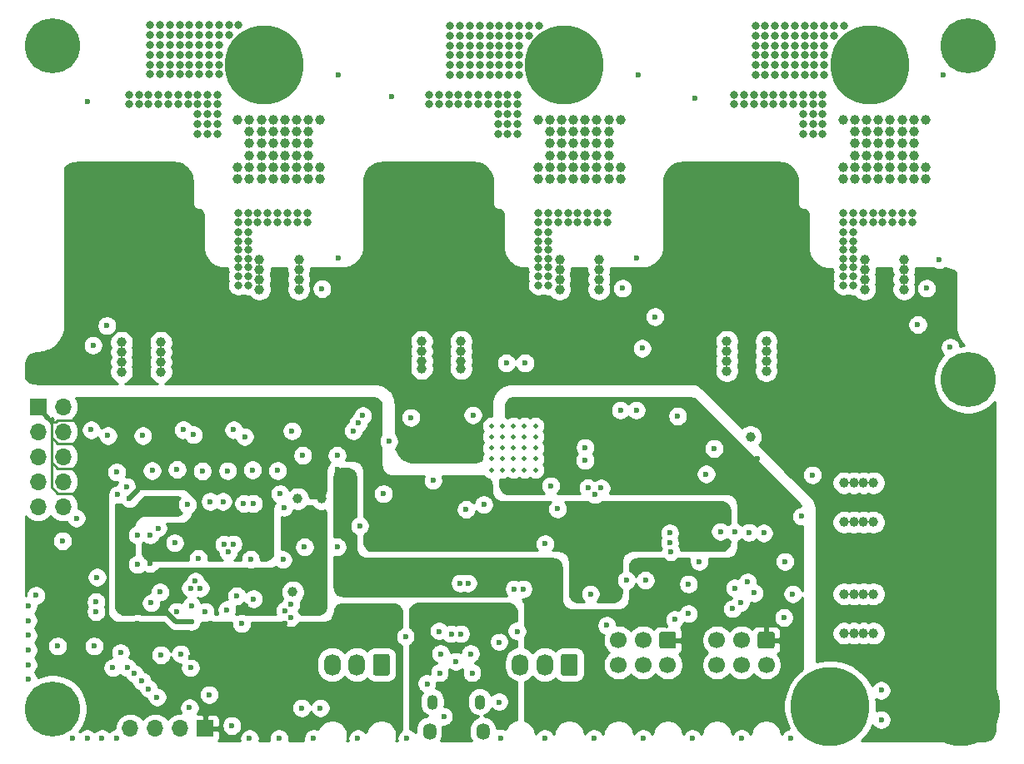
<source format=gbr>
G04 #@! TF.GenerationSoftware,KiCad,Pcbnew,(5.1.4)-1*
G04 #@! TF.CreationDate,2020-11-02T02:16:24+01:00*
G04 #@! TF.ProjectId,FER_ESC_v2r1,4645525f-4553-4435-9f76-3272312e6b69,rev?*
G04 #@! TF.SameCoordinates,Original*
G04 #@! TF.FileFunction,Copper,L3,Inr*
G04 #@! TF.FilePolarity,Positive*
%FSLAX46Y46*%
G04 Gerber Fmt 4.6, Leading zero omitted, Abs format (unit mm)*
G04 Created by KiCad (PCBNEW (5.1.4)-1) date 2020-11-02 02:16:24*
%MOMM*%
%LPD*%
G04 APERTURE LIST*
%ADD10O,1.700000X1.700000*%
%ADD11R,1.700000X1.700000*%
%ADD12O,1.700000X2.200000*%
%ADD13C,0.100000*%
%ADD14C,1.700000*%
%ADD15C,5.600000*%
%ADD16C,1.000000*%
%ADD17C,0.900000*%
%ADD18C,8.000000*%
%ADD19C,0.500000*%
%ADD20O,1.350000X1.700000*%
%ADD21O,1.100000X1.500000*%
%ADD22C,0.800000*%
%ADD23C,0.600000*%
%ADD24C,0.250000*%
%ADD25C,0.500000*%
%ADD26C,0.254000*%
%ADD27C,0.300000*%
G04 APERTURE END LIST*
D10*
X112380000Y-134000000D03*
X114920000Y-134000000D03*
X117460000Y-134000000D03*
D11*
X120000000Y-134000000D03*
D12*
X132900000Y-127500000D03*
X135400000Y-127500000D03*
D13*
G36*
X138524504Y-126401204D02*
G01*
X138548773Y-126404804D01*
X138572571Y-126410765D01*
X138595671Y-126419030D01*
X138617849Y-126429520D01*
X138638893Y-126442133D01*
X138658598Y-126456747D01*
X138676777Y-126473223D01*
X138693253Y-126491402D01*
X138707867Y-126511107D01*
X138720480Y-126532151D01*
X138730970Y-126554329D01*
X138739235Y-126577429D01*
X138745196Y-126601227D01*
X138748796Y-126625496D01*
X138750000Y-126650000D01*
X138750000Y-128350000D01*
X138748796Y-128374504D01*
X138745196Y-128398773D01*
X138739235Y-128422571D01*
X138730970Y-128445671D01*
X138720480Y-128467849D01*
X138707867Y-128488893D01*
X138693253Y-128508598D01*
X138676777Y-128526777D01*
X138658598Y-128543253D01*
X138638893Y-128557867D01*
X138617849Y-128570480D01*
X138595671Y-128580970D01*
X138572571Y-128589235D01*
X138548773Y-128595196D01*
X138524504Y-128598796D01*
X138500000Y-128600000D01*
X137300000Y-128600000D01*
X137275496Y-128598796D01*
X137251227Y-128595196D01*
X137227429Y-128589235D01*
X137204329Y-128580970D01*
X137182151Y-128570480D01*
X137161107Y-128557867D01*
X137141402Y-128543253D01*
X137123223Y-128526777D01*
X137106747Y-128508598D01*
X137092133Y-128488893D01*
X137079520Y-128467849D01*
X137069030Y-128445671D01*
X137060765Y-128422571D01*
X137054804Y-128398773D01*
X137051204Y-128374504D01*
X137050000Y-128350000D01*
X137050000Y-126650000D01*
X137051204Y-126625496D01*
X137054804Y-126601227D01*
X137060765Y-126577429D01*
X137069030Y-126554329D01*
X137079520Y-126532151D01*
X137092133Y-126511107D01*
X137106747Y-126491402D01*
X137123223Y-126473223D01*
X137141402Y-126456747D01*
X137161107Y-126442133D01*
X137182151Y-126429520D01*
X137204329Y-126419030D01*
X137227429Y-126410765D01*
X137251227Y-126404804D01*
X137275496Y-126401204D01*
X137300000Y-126400000D01*
X138500000Y-126400000D01*
X138524504Y-126401204D01*
X138524504Y-126401204D01*
G37*
D14*
X137900000Y-127500000D03*
X172000000Y-127500000D03*
X174500000Y-127500000D03*
X177000000Y-127500000D03*
X172000000Y-125000000D03*
X174500000Y-125000000D03*
D13*
G36*
X177624504Y-124151204D02*
G01*
X177648773Y-124154804D01*
X177672571Y-124160765D01*
X177695671Y-124169030D01*
X177717849Y-124179520D01*
X177738893Y-124192133D01*
X177758598Y-124206747D01*
X177776777Y-124223223D01*
X177793253Y-124241402D01*
X177807867Y-124261107D01*
X177820480Y-124282151D01*
X177830970Y-124304329D01*
X177839235Y-124327429D01*
X177845196Y-124351227D01*
X177848796Y-124375496D01*
X177850000Y-124400000D01*
X177850000Y-125600000D01*
X177848796Y-125624504D01*
X177845196Y-125648773D01*
X177839235Y-125672571D01*
X177830970Y-125695671D01*
X177820480Y-125717849D01*
X177807867Y-125738893D01*
X177793253Y-125758598D01*
X177776777Y-125776777D01*
X177758598Y-125793253D01*
X177738893Y-125807867D01*
X177717849Y-125820480D01*
X177695671Y-125830970D01*
X177672571Y-125839235D01*
X177648773Y-125845196D01*
X177624504Y-125848796D01*
X177600000Y-125850000D01*
X176400000Y-125850000D01*
X176375496Y-125848796D01*
X176351227Y-125845196D01*
X176327429Y-125839235D01*
X176304329Y-125830970D01*
X176282151Y-125820480D01*
X176261107Y-125807867D01*
X176241402Y-125793253D01*
X176223223Y-125776777D01*
X176206747Y-125758598D01*
X176192133Y-125738893D01*
X176179520Y-125717849D01*
X176169030Y-125695671D01*
X176160765Y-125672571D01*
X176154804Y-125648773D01*
X176151204Y-125624504D01*
X176150000Y-125600000D01*
X176150000Y-124400000D01*
X176151204Y-124375496D01*
X176154804Y-124351227D01*
X176160765Y-124327429D01*
X176169030Y-124304329D01*
X176179520Y-124282151D01*
X176192133Y-124261107D01*
X176206747Y-124241402D01*
X176223223Y-124223223D01*
X176241402Y-124206747D01*
X176261107Y-124192133D01*
X176282151Y-124179520D01*
X176304329Y-124169030D01*
X176327429Y-124160765D01*
X176351227Y-124154804D01*
X176375496Y-124151204D01*
X176400000Y-124150000D01*
X177600000Y-124150000D01*
X177624504Y-124151204D01*
X177624504Y-124151204D01*
G37*
D14*
X177000000Y-125000000D03*
D12*
X152000000Y-127500000D03*
X154500000Y-127500000D03*
D13*
G36*
X157624504Y-126401204D02*
G01*
X157648773Y-126404804D01*
X157672571Y-126410765D01*
X157695671Y-126419030D01*
X157717849Y-126429520D01*
X157738893Y-126442133D01*
X157758598Y-126456747D01*
X157776777Y-126473223D01*
X157793253Y-126491402D01*
X157807867Y-126511107D01*
X157820480Y-126532151D01*
X157830970Y-126554329D01*
X157839235Y-126577429D01*
X157845196Y-126601227D01*
X157848796Y-126625496D01*
X157850000Y-126650000D01*
X157850000Y-128350000D01*
X157848796Y-128374504D01*
X157845196Y-128398773D01*
X157839235Y-128422571D01*
X157830970Y-128445671D01*
X157820480Y-128467849D01*
X157807867Y-128488893D01*
X157793253Y-128508598D01*
X157776777Y-128526777D01*
X157758598Y-128543253D01*
X157738893Y-128557867D01*
X157717849Y-128570480D01*
X157695671Y-128580970D01*
X157672571Y-128589235D01*
X157648773Y-128595196D01*
X157624504Y-128598796D01*
X157600000Y-128600000D01*
X156400000Y-128600000D01*
X156375496Y-128598796D01*
X156351227Y-128595196D01*
X156327429Y-128589235D01*
X156304329Y-128580970D01*
X156282151Y-128570480D01*
X156261107Y-128557867D01*
X156241402Y-128543253D01*
X156223223Y-128526777D01*
X156206747Y-128508598D01*
X156192133Y-128488893D01*
X156179520Y-128467849D01*
X156169030Y-128445671D01*
X156160765Y-128422571D01*
X156154804Y-128398773D01*
X156151204Y-128374504D01*
X156150000Y-128350000D01*
X156150000Y-126650000D01*
X156151204Y-126625496D01*
X156154804Y-126601227D01*
X156160765Y-126577429D01*
X156169030Y-126554329D01*
X156179520Y-126532151D01*
X156192133Y-126511107D01*
X156206747Y-126491402D01*
X156223223Y-126473223D01*
X156241402Y-126456747D01*
X156261107Y-126442133D01*
X156282151Y-126429520D01*
X156304329Y-126419030D01*
X156327429Y-126410765D01*
X156351227Y-126404804D01*
X156375496Y-126401204D01*
X156400000Y-126400000D01*
X157600000Y-126400000D01*
X157624504Y-126401204D01*
X157624504Y-126401204D01*
G37*
D14*
X157000000Y-127500000D03*
X162000000Y-127500000D03*
X164500000Y-127500000D03*
X167000000Y-127500000D03*
X162000000Y-125000000D03*
X164500000Y-125000000D03*
D13*
G36*
X167624504Y-124151204D02*
G01*
X167648773Y-124154804D01*
X167672571Y-124160765D01*
X167695671Y-124169030D01*
X167717849Y-124179520D01*
X167738893Y-124192133D01*
X167758598Y-124206747D01*
X167776777Y-124223223D01*
X167793253Y-124241402D01*
X167807867Y-124261107D01*
X167820480Y-124282151D01*
X167830970Y-124304329D01*
X167839235Y-124327429D01*
X167845196Y-124351227D01*
X167848796Y-124375496D01*
X167850000Y-124400000D01*
X167850000Y-125600000D01*
X167848796Y-125624504D01*
X167845196Y-125648773D01*
X167839235Y-125672571D01*
X167830970Y-125695671D01*
X167820480Y-125717849D01*
X167807867Y-125738893D01*
X167793253Y-125758598D01*
X167776777Y-125776777D01*
X167758598Y-125793253D01*
X167738893Y-125807867D01*
X167717849Y-125820480D01*
X167695671Y-125830970D01*
X167672571Y-125839235D01*
X167648773Y-125845196D01*
X167624504Y-125848796D01*
X167600000Y-125850000D01*
X166400000Y-125850000D01*
X166375496Y-125848796D01*
X166351227Y-125845196D01*
X166327429Y-125839235D01*
X166304329Y-125830970D01*
X166282151Y-125820480D01*
X166261107Y-125807867D01*
X166241402Y-125793253D01*
X166223223Y-125776777D01*
X166206747Y-125758598D01*
X166192133Y-125738893D01*
X166179520Y-125717849D01*
X166169030Y-125695671D01*
X166160765Y-125672571D01*
X166154804Y-125648773D01*
X166151204Y-125624504D01*
X166150000Y-125600000D01*
X166150000Y-124400000D01*
X166151204Y-124375496D01*
X166154804Y-124351227D01*
X166160765Y-124327429D01*
X166169030Y-124304329D01*
X166179520Y-124282151D01*
X166192133Y-124261107D01*
X166206747Y-124241402D01*
X166223223Y-124223223D01*
X166241402Y-124206747D01*
X166261107Y-124192133D01*
X166282151Y-124179520D01*
X166304329Y-124169030D01*
X166327429Y-124160765D01*
X166351227Y-124154804D01*
X166375496Y-124151204D01*
X166400000Y-124150000D01*
X167600000Y-124150000D01*
X167624504Y-124151204D01*
X167624504Y-124151204D01*
G37*
D14*
X167000000Y-125000000D03*
D15*
X197500000Y-98500000D03*
X104500000Y-132000000D03*
X104500000Y-64500000D03*
X197500000Y-64500000D03*
D10*
X105540000Y-111410000D03*
X103000000Y-111410000D03*
X105540000Y-108870000D03*
X103000000Y-108870000D03*
X105540000Y-106330000D03*
X103000000Y-106330000D03*
X105540000Y-103790000D03*
X103000000Y-103790000D03*
X105540000Y-101250000D03*
D11*
X103000000Y-101250000D03*
D16*
X123300000Y-72080000D03*
X124500000Y-72080000D03*
X125700000Y-72080000D03*
X126900000Y-72080000D03*
X128100000Y-72080000D03*
X129300000Y-72080000D03*
X130500000Y-72080000D03*
X131700000Y-72080000D03*
X124500000Y-73280000D03*
X125700000Y-73280000D03*
X126900000Y-73280000D03*
X128100000Y-73280000D03*
X129300000Y-73280000D03*
X130500000Y-73280000D03*
X130500000Y-74480000D03*
X129300000Y-74480000D03*
X128100000Y-74480000D03*
X125700000Y-74480000D03*
X126900000Y-74480000D03*
X124500000Y-74480000D03*
X124500000Y-75680000D03*
X125700000Y-75680000D03*
X126900000Y-75680000D03*
X128100000Y-75680000D03*
X129300000Y-75680000D03*
X130500000Y-75680000D03*
X131700000Y-76880000D03*
X130500000Y-76880000D03*
X129300000Y-76880000D03*
X128100000Y-76880000D03*
X125700000Y-76880000D03*
X126900000Y-76880000D03*
X124500000Y-76880000D03*
X123300000Y-76880000D03*
X123300000Y-78080000D03*
X124500000Y-78080000D03*
X125700000Y-78080000D03*
X126900000Y-78080000D03*
X128100000Y-78080000D03*
X129300000Y-78080000D03*
X130500000Y-78080000D03*
X131700000Y-78080000D03*
X117700000Y-83920000D03*
X116500000Y-83920000D03*
X115300000Y-83920000D03*
X114100000Y-83920000D03*
X112900000Y-83920000D03*
X111700000Y-83920000D03*
X110500000Y-83920000D03*
X109300000Y-83920000D03*
X116500000Y-82720000D03*
X115300000Y-82720000D03*
X114100000Y-82720000D03*
X112900000Y-82720000D03*
X111700000Y-82720000D03*
X110500000Y-82720000D03*
X110500000Y-81520000D03*
X111700000Y-81520000D03*
X112900000Y-81520000D03*
X115300000Y-81520000D03*
X114100000Y-81520000D03*
X116500000Y-81520000D03*
X116500000Y-80320000D03*
X115300000Y-80320000D03*
X114100000Y-80320000D03*
X112900000Y-80320000D03*
X111700000Y-80320000D03*
X110500000Y-80320000D03*
X109300000Y-79120000D03*
X110500000Y-79120000D03*
X111700000Y-79120000D03*
X112900000Y-79120000D03*
X115300000Y-79120000D03*
X114100000Y-79120000D03*
X116500000Y-79120000D03*
X117700000Y-79120000D03*
X117700000Y-77920000D03*
X116500000Y-77920000D03*
X115300000Y-77920000D03*
X114100000Y-77920000D03*
X112900000Y-77920000D03*
X111700000Y-77920000D03*
X110500000Y-77920000D03*
X109300000Y-77920000D03*
X153800000Y-72080000D03*
X155000000Y-72080000D03*
X156200000Y-72080000D03*
X157400000Y-72080000D03*
X158600000Y-72080000D03*
X159800000Y-72080000D03*
X161000000Y-72080000D03*
X162200000Y-72080000D03*
X155000000Y-73280000D03*
X156200000Y-73280000D03*
X157400000Y-73280000D03*
X158600000Y-73280000D03*
X159800000Y-73280000D03*
X161000000Y-73280000D03*
X161000000Y-74480000D03*
X159800000Y-74480000D03*
X158600000Y-74480000D03*
X156200000Y-74480000D03*
X157400000Y-74480000D03*
X155000000Y-74480000D03*
X155000000Y-75680000D03*
X156200000Y-75680000D03*
X157400000Y-75680000D03*
X158600000Y-75680000D03*
X159800000Y-75680000D03*
X161000000Y-75680000D03*
X162200000Y-76880000D03*
X161000000Y-76880000D03*
X159800000Y-76880000D03*
X158600000Y-76880000D03*
X156200000Y-76880000D03*
X157400000Y-76880000D03*
X155000000Y-76880000D03*
X153800000Y-76880000D03*
X153800000Y-78080000D03*
X155000000Y-78080000D03*
X156200000Y-78080000D03*
X157400000Y-78080000D03*
X158600000Y-78080000D03*
X159800000Y-78080000D03*
X161000000Y-78080000D03*
X162200000Y-78080000D03*
X148200000Y-83920000D03*
X147000000Y-83920000D03*
X145800000Y-83920000D03*
X144600000Y-83920000D03*
X143400000Y-83920000D03*
X142200000Y-83920000D03*
X141000000Y-83920000D03*
X139800000Y-83920000D03*
X147000000Y-82720000D03*
X145800000Y-82720000D03*
X144600000Y-82720000D03*
X143400000Y-82720000D03*
X142200000Y-82720000D03*
X141000000Y-82720000D03*
X141000000Y-81520000D03*
X142200000Y-81520000D03*
X143400000Y-81520000D03*
X145800000Y-81520000D03*
X144600000Y-81520000D03*
X147000000Y-81520000D03*
X147000000Y-80320000D03*
X145800000Y-80320000D03*
X144600000Y-80320000D03*
X143400000Y-80320000D03*
X142200000Y-80320000D03*
X141000000Y-80320000D03*
X139800000Y-79120000D03*
X141000000Y-79120000D03*
X142200000Y-79120000D03*
X143400000Y-79120000D03*
X145800000Y-79120000D03*
X144600000Y-79120000D03*
X147000000Y-79120000D03*
X148200000Y-79120000D03*
X148200000Y-77920000D03*
X147000000Y-77920000D03*
X145800000Y-77920000D03*
X144600000Y-77920000D03*
X143400000Y-77920000D03*
X142200000Y-77920000D03*
X141000000Y-77920000D03*
X139800000Y-77920000D03*
X184800000Y-72080000D03*
X186000000Y-72080000D03*
X187200000Y-72080000D03*
X188400000Y-72080000D03*
X189600000Y-72080000D03*
X190800000Y-72080000D03*
X192000000Y-72080000D03*
X193200000Y-72080000D03*
X186000000Y-73280000D03*
X187200000Y-73280000D03*
X188400000Y-73280000D03*
X189600000Y-73280000D03*
X190800000Y-73280000D03*
X192000000Y-73280000D03*
X192000000Y-74480000D03*
X190800000Y-74480000D03*
X189600000Y-74480000D03*
X187200000Y-74480000D03*
X188400000Y-74480000D03*
X186000000Y-74480000D03*
X186000000Y-75680000D03*
X187200000Y-75680000D03*
X188400000Y-75680000D03*
X189600000Y-75680000D03*
X190800000Y-75680000D03*
X192000000Y-75680000D03*
X193200000Y-76880000D03*
X192000000Y-76880000D03*
X190800000Y-76880000D03*
X189600000Y-76880000D03*
X187200000Y-76880000D03*
X188400000Y-76880000D03*
X186000000Y-76880000D03*
X184800000Y-76880000D03*
X184800000Y-78080000D03*
X186000000Y-78080000D03*
X187200000Y-78080000D03*
X188400000Y-78080000D03*
X189600000Y-78080000D03*
X190800000Y-78080000D03*
X192000000Y-78080000D03*
X193200000Y-78080000D03*
X179200000Y-83920000D03*
X178000000Y-83920000D03*
X176800000Y-83920000D03*
X175600000Y-83920000D03*
X174400000Y-83920000D03*
X173200000Y-83920000D03*
X172000000Y-83920000D03*
X170800000Y-83920000D03*
X178000000Y-82720000D03*
X176800000Y-82720000D03*
X175600000Y-82720000D03*
X174400000Y-82720000D03*
X173200000Y-82720000D03*
X172000000Y-82720000D03*
X172000000Y-81520000D03*
X173200000Y-81520000D03*
X174400000Y-81520000D03*
X176800000Y-81520000D03*
X175600000Y-81520000D03*
X178000000Y-81520000D03*
X178000000Y-80320000D03*
X176800000Y-80320000D03*
X175600000Y-80320000D03*
X174400000Y-80320000D03*
X173200000Y-80320000D03*
X172000000Y-80320000D03*
X170800000Y-79120000D03*
X172000000Y-79120000D03*
X173200000Y-79120000D03*
X174400000Y-79120000D03*
X176800000Y-79120000D03*
X175600000Y-79120000D03*
X178000000Y-79120000D03*
X179200000Y-79120000D03*
X179200000Y-77920000D03*
X178000000Y-77920000D03*
X176800000Y-77920000D03*
X175600000Y-77920000D03*
X174400000Y-77920000D03*
X173200000Y-77920000D03*
X172000000Y-77920000D03*
X170800000Y-77920000D03*
D17*
X185621320Y-129628680D03*
X183500000Y-128750000D03*
X181378680Y-129628680D03*
X180500000Y-131750000D03*
X181378680Y-133871320D03*
X183500000Y-134750000D03*
X185621320Y-133871320D03*
X186500000Y-131750000D03*
D18*
X183500000Y-131750000D03*
D17*
X198871320Y-129628680D03*
X196750000Y-128750000D03*
X194628680Y-129628680D03*
X193750000Y-131750000D03*
X194628680Y-133871320D03*
X196750000Y-134750000D03*
X198871320Y-133871320D03*
X199750000Y-131750000D03*
D18*
X196750000Y-131750000D03*
D19*
X149062500Y-107687500D03*
X150187500Y-107687500D03*
X151312500Y-107687500D03*
X152437500Y-107687500D03*
X153562500Y-107687500D03*
X149062500Y-106562500D03*
X150187500Y-106562500D03*
X151312500Y-106562500D03*
X152437500Y-106562500D03*
X153562500Y-106562500D03*
X149062500Y-105437500D03*
X150187500Y-105437500D03*
X151312500Y-105437500D03*
X152437500Y-105437500D03*
X153562500Y-105437500D03*
X149062500Y-104312500D03*
X150187500Y-104312500D03*
X151312500Y-104312500D03*
X152437500Y-104312500D03*
X153562500Y-104312500D03*
X149062500Y-103187500D03*
X150187500Y-103187500D03*
X151312500Y-103187500D03*
X152437500Y-103187500D03*
X153562500Y-103187500D03*
D20*
X148255000Y-134315000D03*
X142795000Y-134315000D03*
D21*
X147945000Y-131315000D03*
X143105000Y-131315000D03*
D17*
X123878680Y-64378680D03*
X123000000Y-66500000D03*
X123878680Y-68621320D03*
X126000000Y-69500000D03*
X128121320Y-68621320D03*
X129000000Y-66500000D03*
X128121320Y-64378680D03*
X126000000Y-63500000D03*
D18*
X126000000Y-66500000D03*
D17*
X154378680Y-64378680D03*
X153500000Y-66500000D03*
X154378680Y-68621320D03*
X156500000Y-69500000D03*
X158621320Y-68621320D03*
X159500000Y-66500000D03*
X158621320Y-64378680D03*
X156500000Y-63500000D03*
D18*
X156500000Y-66500000D03*
D17*
X185378680Y-64378680D03*
X184500000Y-66500000D03*
X185378680Y-68621320D03*
X187500000Y-69500000D03*
X189621320Y-68621320D03*
X190500000Y-66500000D03*
X189621320Y-64378680D03*
X187500000Y-63500000D03*
D18*
X187500000Y-66500000D03*
D22*
X159850000Y-82490000D03*
X154850000Y-82490000D03*
X156850000Y-82490000D03*
X157850000Y-82490000D03*
X160850000Y-82490000D03*
X155850000Y-82490000D03*
X153850000Y-82490000D03*
X158850000Y-82490000D03*
X153850000Y-83490000D03*
X154850000Y-86190000D03*
X154850000Y-84390000D03*
X153850000Y-84390000D03*
X153850000Y-85290000D03*
X154850000Y-87090000D03*
X153850000Y-87990000D03*
X153850000Y-88890000D03*
X154850000Y-85290000D03*
X153850000Y-87090000D03*
X154850000Y-83490000D03*
X153850000Y-86190000D03*
X154850000Y-87990000D03*
X154850000Y-88890000D03*
X157850000Y-81590000D03*
X159850000Y-81590000D03*
X156850000Y-81590000D03*
X154850000Y-81590000D03*
X153850000Y-81590000D03*
X158850000Y-81590000D03*
X160850000Y-81590000D03*
X155850000Y-81590000D03*
X185850000Y-86190000D03*
X184850000Y-85290000D03*
X185850000Y-87090000D03*
X184850000Y-87990000D03*
X184850000Y-88890000D03*
X185850000Y-85290000D03*
X184850000Y-87090000D03*
X184850000Y-86190000D03*
X185850000Y-87990000D03*
X185850000Y-88890000D03*
X188850000Y-81590000D03*
X190850000Y-81590000D03*
X187850000Y-81590000D03*
X185850000Y-81590000D03*
X184850000Y-81590000D03*
X189850000Y-81590000D03*
X191850000Y-81590000D03*
X186850000Y-81590000D03*
X123350000Y-85290000D03*
X124350000Y-86190000D03*
X123350000Y-86190000D03*
X124350000Y-85290000D03*
X123350000Y-87090000D03*
X124350000Y-87990000D03*
X123350000Y-87990000D03*
X124350000Y-87090000D03*
X123350000Y-88890000D03*
X124350000Y-88890000D03*
X124350000Y-84390000D03*
X123350000Y-84390000D03*
X124350000Y-83490000D03*
X123350000Y-83490000D03*
X123350000Y-81590000D03*
X126350000Y-81590000D03*
X128350000Y-81590000D03*
X124350000Y-81590000D03*
X130350000Y-81590000D03*
X129350000Y-81590000D03*
X125350000Y-81590000D03*
X127350000Y-81590000D03*
X127350000Y-82490000D03*
X129350000Y-82490000D03*
X126350000Y-82490000D03*
X124350000Y-82490000D03*
X123350000Y-82490000D03*
X128350000Y-82490000D03*
X130350000Y-82490000D03*
X125350000Y-82490000D03*
D16*
X186900000Y-124300000D03*
X185900000Y-120300000D03*
X186900000Y-120300000D03*
X184900000Y-120300000D03*
X187900000Y-120300000D03*
X187900000Y-124300000D03*
X185900000Y-124300000D03*
X184900000Y-124300000D03*
X186900000Y-113000000D03*
X185900000Y-109000000D03*
X186900000Y-109000000D03*
X184900000Y-109000000D03*
X187900000Y-109000000D03*
X187900000Y-113000000D03*
X185900000Y-113000000D03*
X184900000Y-113000000D03*
X142000000Y-96600000D03*
X146000000Y-96600000D03*
X146000000Y-94600000D03*
X142000000Y-94600000D03*
X146000000Y-95600000D03*
X142000000Y-95600000D03*
X177000000Y-97600000D03*
X173000000Y-96600000D03*
X177000000Y-96600000D03*
X177000000Y-94600000D03*
X173000000Y-94600000D03*
X177000000Y-95600000D03*
X173000000Y-97600000D03*
X173000000Y-95600000D03*
X191000000Y-89300000D03*
X187000000Y-88300000D03*
X191000000Y-88300000D03*
X191000000Y-86300000D03*
X187000000Y-86300000D03*
X191000000Y-87300000D03*
X187000000Y-89300000D03*
X187000000Y-87300000D03*
X129500000Y-89300000D03*
X125500000Y-88300000D03*
X129500000Y-88300000D03*
X129500000Y-86300000D03*
X125500000Y-86300000D03*
X129500000Y-87300000D03*
X125500000Y-89300000D03*
X125500000Y-87300000D03*
X160000000Y-89300000D03*
X156000000Y-88300000D03*
X160000000Y-88300000D03*
X160000000Y-86300000D03*
X156000000Y-86300000D03*
X160000000Y-87300000D03*
X156000000Y-89300000D03*
X156000000Y-87300000D03*
X115500000Y-97700000D03*
X111500000Y-96700000D03*
X115500000Y-96700000D03*
X115500000Y-94700000D03*
X111500000Y-94700000D03*
X115500000Y-95700000D03*
X111500000Y-97700000D03*
X111500000Y-95700000D03*
D23*
X178800000Y-122700000D03*
X145500000Y-127200000D03*
X102800000Y-120450000D03*
X142550000Y-129450000D03*
X162800000Y-118900000D03*
X160800000Y-123500000D03*
X175100000Y-119100000D03*
X170200000Y-117000000D03*
X178900000Y-117000000D03*
X118600000Y-121500000D03*
X120000000Y-122100000D03*
X122200000Y-121900000D03*
X133500000Y-67500000D03*
X164000000Y-67500000D03*
X195000000Y-67500000D03*
X146500000Y-111700000D03*
X110100000Y-104200000D03*
X113650000Y-104200000D03*
X155800000Y-111650000D03*
X138100000Y-110100000D03*
X115500000Y-126500000D03*
X115400000Y-120100000D03*
X114500000Y-121200000D03*
D16*
X146000000Y-97374990D03*
X142000000Y-97374990D03*
D23*
X108600000Y-95000000D03*
X164400000Y-95300000D03*
X195700000Y-95200000D03*
X164725010Y-118900000D03*
X143800000Y-124100000D03*
X130087500Y-115512500D03*
X133412500Y-115512500D03*
D16*
X129400000Y-110600000D03*
D23*
X108400000Y-103600000D03*
X118800000Y-104100000D03*
X124000000Y-104300000D03*
X117775000Y-103600000D03*
X122875000Y-103600000D03*
X128816942Y-103716942D03*
X124900000Y-111100000D03*
X149900000Y-125200000D03*
X149900000Y-131300000D03*
X151700000Y-124100000D03*
X174374990Y-121200000D03*
X129900000Y-106200000D03*
X133400000Y-106200000D03*
D22*
X190850000Y-82490000D03*
X185850000Y-82490000D03*
X187850000Y-82490000D03*
X188850000Y-82490000D03*
X191850000Y-82490000D03*
X186850000Y-82490000D03*
X184850000Y-82490000D03*
X189850000Y-82490000D03*
X184850000Y-83490000D03*
X185850000Y-84390000D03*
X184850000Y-84390000D03*
X185850000Y-83490000D03*
D23*
X181700000Y-108200000D03*
D16*
X175400000Y-104300000D03*
D23*
X171700000Y-105500000D03*
X127900000Y-116800000D03*
X124900000Y-120800000D03*
X115200000Y-113600000D03*
X123900000Y-111100000D03*
X121800000Y-110900000D03*
D16*
X128900000Y-120100000D03*
D23*
X117100000Y-122100000D03*
X118200000Y-111199990D03*
X108900000Y-121100010D03*
X109000000Y-118600000D03*
X108900000Y-122100000D03*
X111400000Y-126275000D03*
X114400000Y-114299996D03*
X106900000Y-112600000D03*
X135500000Y-135000000D03*
X140500000Y-135000000D03*
X150000000Y-135000000D03*
X154500000Y-135000000D03*
X159500000Y-135000000D03*
X164500000Y-135000000D03*
X169500000Y-135000000D03*
X174500000Y-135000000D03*
X179500000Y-135000000D03*
X102000000Y-121500000D03*
X102000000Y-123000000D03*
X102000000Y-124500000D03*
X102000000Y-126000000D03*
X102000000Y-127500000D03*
X102000000Y-129000000D03*
X106500000Y-135000000D03*
X108000000Y-135000000D03*
X109500000Y-135000000D03*
X111000000Y-135000000D03*
X131000000Y-135000000D03*
X138662491Y-104762491D03*
X117500000Y-126400000D03*
X188700000Y-133100000D03*
X188700000Y-130100000D03*
X122700000Y-133700000D03*
X127500000Y-135000000D03*
X124500000Y-135000000D03*
X105000000Y-125600000D03*
X111000000Y-107900000D03*
D16*
X195300000Y-113000000D03*
X194300000Y-109000000D03*
X195300000Y-109000000D03*
X193300000Y-109000000D03*
X196300000Y-109000000D03*
X196300000Y-113000000D03*
X194300000Y-113000000D03*
X193300000Y-113000000D03*
X195300000Y-124300000D03*
X194300000Y-120300000D03*
X195300000Y-120300000D03*
X193300000Y-120300000D03*
X196300000Y-120300000D03*
X196300000Y-124300000D03*
X194300000Y-124300000D03*
X193300000Y-124300000D03*
X129500000Y-97600000D03*
X125500000Y-96600000D03*
X129500000Y-96600000D03*
X129500000Y-94600000D03*
X125500000Y-94600000D03*
X129500000Y-95600000D03*
X125500000Y-97600000D03*
X125500000Y-95600000D03*
X160000000Y-97600000D03*
X156000000Y-96600000D03*
X160000000Y-96600000D03*
X160000000Y-94600000D03*
X156000000Y-94600000D03*
X160000000Y-95600000D03*
X156000000Y-97600000D03*
X156000000Y-95600000D03*
X191000000Y-97600000D03*
X187000000Y-96600000D03*
X191000000Y-96600000D03*
X191000000Y-94600000D03*
X187000000Y-94600000D03*
X191000000Y-95600000D03*
X187000000Y-97600000D03*
X187000000Y-95600000D03*
X146000000Y-89300000D03*
X142000000Y-88300000D03*
X146000000Y-88300000D03*
X146000000Y-86300000D03*
X142000000Y-86300000D03*
X146000000Y-87300000D03*
X142000000Y-89300000D03*
X142000000Y-87300000D03*
X177000000Y-89300000D03*
X173000000Y-88300000D03*
X177000000Y-88300000D03*
X177000000Y-86300000D03*
X173000000Y-86300000D03*
X177000000Y-87300000D03*
X173000000Y-89300000D03*
X173000000Y-87300000D03*
X115500000Y-86000000D03*
X115500000Y-87000000D03*
X115500000Y-89000000D03*
X111500000Y-87000000D03*
X111500000Y-89000000D03*
X111500000Y-88000000D03*
X115500000Y-88000000D03*
X111500000Y-86000000D03*
D23*
X140800000Y-106700000D03*
X143700000Y-104225010D03*
X181700000Y-105600000D03*
X191500000Y-130100000D03*
X191500000Y-133100000D03*
X158600000Y-105400000D03*
X158591942Y-106708058D03*
X147200000Y-102100000D03*
X140899982Y-102349990D03*
X155100000Y-109300000D03*
X178800000Y-121400000D03*
X172250000Y-132650000D03*
X175250000Y-132600000D03*
X178250000Y-132600000D03*
X167700000Y-118900000D03*
X174200000Y-117500000D03*
X167700000Y-117500000D03*
X154974990Y-124300000D03*
X169100000Y-120600000D03*
X180300000Y-121400014D03*
X173600000Y-105500000D03*
X178200000Y-111600000D03*
X176100000Y-108900000D03*
X176100000Y-107700000D03*
X176100000Y-106500000D03*
X133500000Y-116900000D03*
X133400000Y-107600000D03*
D16*
X134100000Y-110600000D03*
X133675000Y-120076716D03*
D23*
X159837949Y-118884763D03*
X157300000Y-111700000D03*
X144900000Y-111700000D03*
X112425000Y-103600000D03*
X116386612Y-103600000D03*
X121200000Y-103600000D03*
X126325000Y-103600000D03*
X132900000Y-131900000D03*
X157300000Y-117700000D03*
D16*
X131800000Y-104500000D03*
X130600000Y-104500000D03*
X133000000Y-104500000D03*
D23*
X112300020Y-110600000D03*
X121400000Y-113600000D03*
X171100016Y-111300000D03*
X130000000Y-107700000D03*
X128100000Y-123300000D03*
D16*
X131800000Y-110600000D03*
D23*
X120596924Y-123278490D03*
X113100000Y-123300000D03*
X114982746Y-123382646D03*
X110650007Y-124000000D03*
X106900000Y-114100000D03*
X114400000Y-117200000D03*
X104100000Y-113200000D03*
X108400000Y-105000000D03*
X151165328Y-111799226D03*
X118500000Y-126799996D03*
X105500000Y-114899990D03*
X119300000Y-116700014D03*
X116000000Y-111200000D03*
X130100000Y-116900000D03*
D16*
X131300000Y-120074997D03*
D23*
X124100014Y-121500000D03*
X118600000Y-123100010D03*
X112400000Y-121100000D03*
X143850000Y-128350000D03*
X147150000Y-128350000D03*
X144250000Y-132800000D03*
X140350000Y-124650000D03*
X141900000Y-127800000D03*
X149900000Y-124099972D03*
X149099996Y-129500004D03*
X146000000Y-124400000D03*
D22*
X176900000Y-67500000D03*
X176900000Y-66500000D03*
X176900000Y-65500000D03*
X176900000Y-62500000D03*
X176900000Y-63500000D03*
X176900000Y-64500000D03*
X177900000Y-67500000D03*
X177900000Y-66500000D03*
X177900000Y-65500000D03*
X177900000Y-62500000D03*
X177900000Y-63500000D03*
X177900000Y-64500000D03*
X178900000Y-67500000D03*
X178900000Y-66500000D03*
X178900000Y-65500000D03*
X178900000Y-62500000D03*
X178900000Y-63500000D03*
X178900000Y-64500000D03*
X179900000Y-67500000D03*
X179900000Y-66500000D03*
X179900000Y-65500000D03*
X179900000Y-62500000D03*
X179900000Y-63500000D03*
X179900000Y-64500000D03*
X180900000Y-67500000D03*
X180900000Y-66500000D03*
X180900000Y-65500000D03*
X180900000Y-62500000D03*
X180900000Y-63500000D03*
X180900000Y-64500000D03*
X181900000Y-67500000D03*
X181900000Y-66500000D03*
X181900000Y-65500000D03*
X181900000Y-62500000D03*
X181900000Y-63500000D03*
X181900000Y-64500000D03*
X182900000Y-67500000D03*
X182900000Y-66500000D03*
X182900000Y-65500000D03*
X182900000Y-62500000D03*
X182900000Y-63500000D03*
X182900000Y-64500000D03*
X175900000Y-63500000D03*
X175900000Y-67500000D03*
X175900000Y-66500000D03*
X175900000Y-65500000D03*
X175900000Y-64500000D03*
X175900000Y-62500000D03*
X183900000Y-63500000D03*
X183900000Y-62500000D03*
X184900000Y-62500000D03*
X147900000Y-62500000D03*
X147900000Y-63500000D03*
X144900000Y-67500000D03*
X150900000Y-67500000D03*
X150900000Y-63500000D03*
X151900000Y-67500000D03*
X146900000Y-66500000D03*
X148900000Y-62500000D03*
X151900000Y-65500000D03*
X144900000Y-66500000D03*
X144900000Y-65500000D03*
X144900000Y-64500000D03*
X144900000Y-62500000D03*
X148900000Y-67500000D03*
X152900000Y-63500000D03*
X146900000Y-65500000D03*
X145900000Y-67500000D03*
X146900000Y-62500000D03*
X147900000Y-67500000D03*
X148900000Y-63500000D03*
X146900000Y-67500000D03*
X148900000Y-65500000D03*
X149900000Y-67500000D03*
X145900000Y-63500000D03*
X149900000Y-66500000D03*
X149900000Y-65500000D03*
X149900000Y-63500000D03*
X149900000Y-64500000D03*
X145900000Y-65500000D03*
X150900000Y-65500000D03*
X150900000Y-62500000D03*
X151900000Y-62500000D03*
X151900000Y-63500000D03*
X145900000Y-62500000D03*
X148900000Y-64500000D03*
X151900000Y-64500000D03*
X145900000Y-64500000D03*
X147900000Y-66500000D03*
X148900000Y-66500000D03*
X149900000Y-62500000D03*
X147900000Y-65500000D03*
X147900000Y-64500000D03*
X146900000Y-64500000D03*
X150900000Y-64500000D03*
X146900000Y-63500000D03*
X150900000Y-66500000D03*
X151900000Y-66500000D03*
X145900000Y-66500000D03*
X152900000Y-62500000D03*
X153900000Y-62500000D03*
X144900000Y-63500000D03*
X120400000Y-65450000D03*
X121400000Y-62450000D03*
X119400000Y-65450000D03*
X120400000Y-62450000D03*
X119400000Y-64450000D03*
X119400000Y-62450000D03*
X117400000Y-65450000D03*
X117400000Y-64450000D03*
X120400000Y-64450000D03*
X121400000Y-64450000D03*
X120400000Y-66450000D03*
X115400000Y-65450000D03*
X117400000Y-66450000D03*
X115400000Y-62450000D03*
X118400000Y-66450000D03*
X116400000Y-64450000D03*
X121400000Y-66450000D03*
X119400000Y-66450000D03*
X115400000Y-66450000D03*
X118400000Y-64450000D03*
X115400000Y-64450000D03*
X123400000Y-62450000D03*
X122400000Y-62450000D03*
X114400000Y-62450000D03*
X118400000Y-62450000D03*
X114400000Y-64450000D03*
X122400000Y-63450000D03*
X116400000Y-65450000D03*
X117400000Y-67450000D03*
X116400000Y-62450000D03*
X118400000Y-65450000D03*
X119400000Y-67450000D03*
X117400000Y-62450000D03*
X116400000Y-66450000D03*
X114400000Y-66450000D03*
X114400000Y-67450000D03*
X120400000Y-67450000D03*
X114400000Y-65450000D03*
X115400000Y-67450000D03*
X118400000Y-67450000D03*
X121400000Y-67450000D03*
X121400000Y-65450000D03*
X116400000Y-67450000D03*
X121400000Y-63450000D03*
X116400000Y-63450000D03*
X119400000Y-63450000D03*
X115400000Y-63450000D03*
X117400000Y-63450000D03*
X118400000Y-63450000D03*
X120400000Y-63450000D03*
X114400000Y-63450000D03*
D23*
X112000000Y-109400000D03*
X111100000Y-110200000D03*
X169800000Y-69900000D03*
X194600000Y-86300000D03*
X138900000Y-69700000D03*
X163800000Y-86100000D03*
X108000000Y-70200000D03*
X133500000Y-86100000D03*
X193300000Y-89200000D03*
X168000000Y-102200000D03*
X162400000Y-89200000D03*
X163800000Y-101599984D03*
X131850000Y-89250000D03*
X162200000Y-101600000D03*
X176750000Y-114100000D03*
X116900000Y-115100000D03*
X123700000Y-123300054D03*
X146999149Y-126412510D03*
X143950000Y-126400000D03*
X122837126Y-115237126D03*
X143141949Y-108741949D03*
X122350000Y-116050000D03*
X118500002Y-127800000D03*
X112100000Y-127800000D03*
X112800000Y-128400002D03*
X113550000Y-129149998D03*
X114250000Y-129950000D03*
X115100000Y-130799994D03*
X120400000Y-130549989D03*
X110600000Y-127800000D03*
X118400000Y-131875015D03*
X159150000Y-120300000D03*
X152300000Y-119800012D03*
X151400000Y-119800000D03*
X145900000Y-119200000D03*
X146700000Y-119200000D03*
D22*
X173750000Y-70490000D03*
X173750000Y-69490000D03*
X181750000Y-71510000D03*
X180750000Y-71510000D03*
X181750000Y-72510000D03*
X180750000Y-72510000D03*
X182750000Y-72510000D03*
X182750000Y-71510000D03*
X182750000Y-73490000D03*
X180750000Y-73490000D03*
X181750000Y-73490000D03*
X182750000Y-70490000D03*
X181750000Y-69490000D03*
X180750000Y-70490000D03*
X179750000Y-69490000D03*
X178750000Y-70490000D03*
X177750000Y-69490000D03*
X176750000Y-70490000D03*
X175750000Y-69490000D03*
X182750000Y-69490000D03*
X181750000Y-70490000D03*
X180750000Y-69490000D03*
X179750000Y-70490000D03*
X178750000Y-69490000D03*
X177750000Y-70490000D03*
X176750000Y-69490000D03*
X175750000Y-70490000D03*
X174750000Y-69490000D03*
X174750000Y-70490000D03*
X146750000Y-70490000D03*
X143750000Y-70490000D03*
X149750000Y-70490000D03*
X151750000Y-70490000D03*
X147750000Y-70490000D03*
X145750000Y-70490000D03*
X144750000Y-69490000D03*
X151750000Y-69490000D03*
X150750000Y-70490000D03*
X149750000Y-69490000D03*
X144750000Y-70490000D03*
X145750000Y-69490000D03*
X143750000Y-69490000D03*
X146750000Y-69490000D03*
X150750000Y-69490000D03*
X148750000Y-69490000D03*
X148750000Y-70490000D03*
X147750000Y-69490000D03*
X150750000Y-73490000D03*
X150750000Y-72510000D03*
X150750000Y-71510000D03*
X151750000Y-72510000D03*
X151750000Y-71510000D03*
X151750000Y-73490000D03*
X149750000Y-73490000D03*
X149750000Y-71510000D03*
X149750000Y-72510000D03*
X142750000Y-69490000D03*
X142750000Y-70490000D03*
D23*
X152499998Y-96800000D03*
X150600000Y-96799980D03*
D22*
X116250000Y-70490000D03*
X113250000Y-70490000D03*
X119250000Y-70490000D03*
X121250000Y-70490000D03*
X117250000Y-70490000D03*
X115250000Y-70490000D03*
X114250000Y-69490000D03*
X121250000Y-69490000D03*
X120250000Y-70490000D03*
X119250000Y-69490000D03*
X114250000Y-70490000D03*
X115250000Y-69490000D03*
X113250000Y-69490000D03*
X116250000Y-69490000D03*
X120250000Y-69490000D03*
X118250000Y-69490000D03*
X118250000Y-70490000D03*
X117250000Y-69490000D03*
X120250000Y-73490000D03*
X120250000Y-72510000D03*
X120250000Y-71510000D03*
X121250000Y-72510000D03*
X121250000Y-71510000D03*
X121250000Y-73490000D03*
X119250000Y-73490000D03*
X119250000Y-71510000D03*
X119250000Y-72510000D03*
X112250000Y-69490000D03*
X112250000Y-70490000D03*
D23*
X121900000Y-115250000D03*
X135700000Y-113375000D03*
X154525032Y-115200006D03*
X124800000Y-107675000D03*
X119700000Y-107800000D03*
X114600000Y-107749990D03*
X127350000Y-107750008D03*
X122275203Y-107775197D03*
X117130902Y-107634054D03*
X145000000Y-124400000D03*
X180600000Y-112400000D03*
X169100000Y-122300000D03*
X167700000Y-122900000D03*
X123200002Y-120500000D03*
X170900000Y-108100000D03*
X192400000Y-92899990D03*
X165700000Y-92100000D03*
X110000000Y-93000000D03*
X169100000Y-119300000D03*
X179700000Y-120300000D03*
X160225000Y-109521560D03*
X135050000Y-103700000D03*
X159600000Y-110200000D03*
X135550000Y-102900000D03*
X158900000Y-109500000D03*
X136000000Y-102150000D03*
X148300000Y-111200000D03*
X113100008Y-117300000D03*
X113100000Y-114300000D03*
X172350000Y-113950000D03*
X167300000Y-116000000D03*
X128694671Y-122700000D03*
X119500014Y-119700000D03*
X167200000Y-115100000D03*
X128100000Y-121999994D03*
X119000000Y-119000000D03*
X173800000Y-114000000D03*
X167200000Y-114100000D03*
X128700000Y-121374984D03*
X118500000Y-119700000D03*
X175250000Y-114050000D03*
X175800000Y-120200000D03*
X173800000Y-119700000D03*
X173575000Y-121800000D03*
X124612500Y-116787500D03*
X120500000Y-110900000D03*
X128000000Y-111500000D03*
X127600000Y-110100000D03*
X131699999Y-131899999D03*
X129800000Y-131900000D03*
X108700000Y-125600000D03*
D24*
X104364999Y-104354001D02*
X104975999Y-104965001D01*
X104364999Y-102764999D02*
X104364999Y-104354001D01*
X104025001Y-102425001D02*
X104364999Y-102764999D01*
X104975999Y-107505001D02*
X106894999Y-107505001D01*
X104364999Y-104354001D02*
X104364999Y-106894001D01*
X104364999Y-106894001D02*
X104975999Y-107505001D01*
X106104001Y-110045001D02*
X106954999Y-110045001D01*
X104975999Y-110045001D02*
X106104001Y-110045001D01*
X104364999Y-106894001D02*
X104364999Y-109434001D01*
X104364999Y-109434001D02*
X104975999Y-110045001D01*
D25*
X103000000Y-101400000D02*
X104025001Y-102425001D01*
X103000000Y-101250000D02*
X103000000Y-101400000D01*
D24*
X104825999Y-102764999D02*
X104990998Y-102600000D01*
X104364999Y-102764999D02*
X104825999Y-102764999D01*
X104990998Y-102600000D02*
X106900000Y-102600000D01*
X104975999Y-104965001D02*
X106865001Y-104965001D01*
D25*
X113200000Y-109700020D02*
X113200000Y-109400000D01*
X112300020Y-110600000D02*
X113200000Y-109700020D01*
D24*
X114400000Y-117200000D02*
X114400000Y-116600000D01*
D25*
X116990008Y-123100010D02*
X116000000Y-122110002D01*
X118600000Y-123100010D02*
X116990008Y-123100010D01*
X116000000Y-122110002D02*
X116000000Y-121600000D01*
D26*
G36*
X117066504Y-76446385D02*
G01*
X117327593Y-76503181D01*
X117577940Y-76596556D01*
X117812445Y-76724605D01*
X118026338Y-76884724D01*
X118215276Y-77073662D01*
X118375395Y-77287555D01*
X118503444Y-77522060D01*
X118596819Y-77772407D01*
X118653615Y-78033496D01*
X118673000Y-78304530D01*
X118673000Y-80550000D01*
X118674087Y-80566577D01*
X118692828Y-80708927D01*
X118701408Y-80740950D01*
X118756353Y-80873600D01*
X118772930Y-80902312D01*
X118860335Y-81016221D01*
X118883779Y-81039665D01*
X118997688Y-81127070D01*
X119026400Y-81143647D01*
X119159050Y-81198592D01*
X119191073Y-81207172D01*
X119459195Y-81242471D01*
X119560953Y-81284621D01*
X119648332Y-81351668D01*
X119715379Y-81439047D01*
X119757529Y-81540805D01*
X119773000Y-81658321D01*
X119773000Y-84999539D01*
X119773324Y-85008600D01*
X119793687Y-85293271D01*
X119796266Y-85311210D01*
X119856941Y-85590085D01*
X119862048Y-85607473D01*
X119961798Y-85874872D01*
X119969327Y-85891357D01*
X120106122Y-86141835D01*
X120115922Y-86157080D01*
X120286977Y-86385537D01*
X120298846Y-86399232D01*
X120500676Y-86601016D01*
X120514374Y-86612882D01*
X120742871Y-86783884D01*
X120758118Y-86793680D01*
X121008628Y-86930417D01*
X121025114Y-86937943D01*
X121292536Y-87037632D01*
X121309926Y-87042734D01*
X121588814Y-87103345D01*
X121606753Y-87105920D01*
X121891429Y-87126217D01*
X121900490Y-87126539D01*
X122223000Y-87126465D01*
X122223000Y-87201000D01*
X122266310Y-87418734D01*
X122316540Y-87540000D01*
X122266310Y-87661266D01*
X122223000Y-87879000D01*
X122223000Y-88101000D01*
X122266310Y-88318734D01*
X122316540Y-88440000D01*
X122266310Y-88561266D01*
X122223000Y-88779000D01*
X122223000Y-89001000D01*
X122266310Y-89218734D01*
X122351266Y-89423835D01*
X122474602Y-89608421D01*
X122631579Y-89765398D01*
X122816165Y-89888734D01*
X123021266Y-89973690D01*
X123239000Y-90017000D01*
X123461000Y-90017000D01*
X123678734Y-89973690D01*
X123850000Y-89902749D01*
X124021266Y-89973690D01*
X124239000Y-90017000D01*
X124461000Y-90017000D01*
X124498412Y-90009558D01*
X124546927Y-90082167D01*
X124717833Y-90253073D01*
X124918798Y-90387353D01*
X125142097Y-90479847D01*
X125379151Y-90527000D01*
X125620849Y-90527000D01*
X125857903Y-90479847D01*
X126081202Y-90387353D01*
X126282167Y-90253073D01*
X126453073Y-90082167D01*
X126587353Y-89881202D01*
X126679847Y-89657903D01*
X126727000Y-89420849D01*
X126727000Y-89179151D01*
X126679847Y-88942097D01*
X126620988Y-88800000D01*
X126679847Y-88657903D01*
X126727000Y-88420849D01*
X126727000Y-88179151D01*
X126679847Y-87942097D01*
X126620988Y-87800000D01*
X126679847Y-87657903D01*
X126727000Y-87420849D01*
X126727000Y-87179151D01*
X126716314Y-87125430D01*
X128283758Y-87125069D01*
X128273000Y-87179151D01*
X128273000Y-87420849D01*
X128320153Y-87657903D01*
X128379012Y-87800000D01*
X128320153Y-87942097D01*
X128273000Y-88179151D01*
X128273000Y-88420849D01*
X128320153Y-88657903D01*
X128379012Y-88800000D01*
X128320153Y-88942097D01*
X128273000Y-89179151D01*
X128273000Y-89420849D01*
X128320153Y-89657903D01*
X128412647Y-89881202D01*
X128546927Y-90082167D01*
X128717833Y-90253073D01*
X128918798Y-90387353D01*
X129142097Y-90479847D01*
X129379151Y-90527000D01*
X129620849Y-90527000D01*
X129857903Y-90479847D01*
X130081202Y-90387353D01*
X130282167Y-90253073D01*
X130453073Y-90082167D01*
X130587353Y-89881202D01*
X130679847Y-89657903D01*
X130727000Y-89420849D01*
X130727000Y-89179151D01*
X130720973Y-89148849D01*
X130823000Y-89148849D01*
X130823000Y-89351151D01*
X130862467Y-89549565D01*
X130939885Y-89736467D01*
X131052277Y-89904674D01*
X131195326Y-90047723D01*
X131363533Y-90160115D01*
X131550435Y-90237533D01*
X131748849Y-90277000D01*
X131951151Y-90277000D01*
X132149565Y-90237533D01*
X132336467Y-90160115D01*
X132504674Y-90047723D01*
X132647723Y-89904674D01*
X132760115Y-89736467D01*
X132837533Y-89549565D01*
X132877000Y-89351151D01*
X132877000Y-89148849D01*
X132837533Y-88950435D01*
X132760115Y-88763533D01*
X132647723Y-88595326D01*
X132504674Y-88452277D01*
X132336467Y-88339885D01*
X132149565Y-88262467D01*
X131951151Y-88223000D01*
X131748849Y-88223000D01*
X131550435Y-88262467D01*
X131363533Y-88339885D01*
X131195326Y-88452277D01*
X131052277Y-88595326D01*
X130939885Y-88763533D01*
X130862467Y-88950435D01*
X130823000Y-89148849D01*
X130720973Y-89148849D01*
X130679847Y-88942097D01*
X130620988Y-88800000D01*
X130679847Y-88657903D01*
X130727000Y-88420849D01*
X130727000Y-88179151D01*
X130679847Y-87942097D01*
X130620988Y-87800000D01*
X130679847Y-87657903D01*
X130727000Y-87420849D01*
X130727000Y-87179151D01*
X130716131Y-87124509D01*
X133383240Y-87123895D01*
X133398849Y-87127000D01*
X133601151Y-87127000D01*
X133617031Y-87123841D01*
X134000490Y-87123753D01*
X134009549Y-87123427D01*
X134294132Y-87103010D01*
X134312065Y-87100428D01*
X134590848Y-87039724D01*
X134608230Y-87034617D01*
X134875538Y-86934862D01*
X134892017Y-86927333D01*
X135142410Y-86790557D01*
X135157650Y-86780759D01*
X135386033Y-86609745D01*
X135399724Y-86597879D01*
X135601449Y-86396108D01*
X135613312Y-86382415D01*
X135784274Y-86153992D01*
X135794068Y-86138749D01*
X135930786Y-85888324D01*
X135938311Y-85871844D01*
X136038005Y-85604513D01*
X136043109Y-85587129D01*
X136103748Y-85308333D01*
X136106326Y-85290400D01*
X136126677Y-85005812D01*
X136127000Y-84996753D01*
X136127000Y-78304530D01*
X136146385Y-78033496D01*
X136203181Y-77772407D01*
X136296556Y-77522060D01*
X136424605Y-77287555D01*
X136584724Y-77073662D01*
X136773662Y-76884724D01*
X136987555Y-76724605D01*
X137222060Y-76596556D01*
X137472407Y-76503181D01*
X137733496Y-76446385D01*
X138004530Y-76427000D01*
X147295470Y-76427000D01*
X147566504Y-76446385D01*
X147827593Y-76503181D01*
X148077940Y-76596556D01*
X148312445Y-76724605D01*
X148526338Y-76884724D01*
X148715276Y-77073662D01*
X148875395Y-77287555D01*
X149003444Y-77522060D01*
X149096819Y-77772407D01*
X149153615Y-78033496D01*
X149173000Y-78304530D01*
X149173000Y-80550000D01*
X149174087Y-80566577D01*
X149192828Y-80708927D01*
X149201408Y-80740950D01*
X149256353Y-80873600D01*
X149272930Y-80902312D01*
X149360335Y-81016221D01*
X149383779Y-81039665D01*
X149497688Y-81127070D01*
X149526400Y-81143647D01*
X149659050Y-81198592D01*
X149691073Y-81207172D01*
X149959195Y-81242471D01*
X150060953Y-81284621D01*
X150148332Y-81351668D01*
X150215379Y-81439047D01*
X150257529Y-81540805D01*
X150273000Y-81658321D01*
X150273000Y-84999539D01*
X150273324Y-85008600D01*
X150293687Y-85293271D01*
X150296266Y-85311210D01*
X150356941Y-85590085D01*
X150362048Y-85607473D01*
X150461798Y-85874872D01*
X150469327Y-85891357D01*
X150606122Y-86141835D01*
X150615922Y-86157080D01*
X150786977Y-86385537D01*
X150798846Y-86399232D01*
X151000676Y-86601016D01*
X151014374Y-86612882D01*
X151242871Y-86783884D01*
X151258118Y-86793680D01*
X151508628Y-86930417D01*
X151525114Y-86937943D01*
X151792536Y-87037632D01*
X151809926Y-87042734D01*
X152088814Y-87103345D01*
X152106753Y-87105920D01*
X152391429Y-87126217D01*
X152400490Y-87126539D01*
X152723000Y-87126465D01*
X152723000Y-87201000D01*
X152766310Y-87418734D01*
X152816540Y-87540000D01*
X152766310Y-87661266D01*
X152723000Y-87879000D01*
X152723000Y-88101000D01*
X152766310Y-88318734D01*
X152816540Y-88440000D01*
X152766310Y-88561266D01*
X152723000Y-88779000D01*
X152723000Y-89001000D01*
X152766310Y-89218734D01*
X152851266Y-89423835D01*
X152974602Y-89608421D01*
X153131579Y-89765398D01*
X153316165Y-89888734D01*
X153521266Y-89973690D01*
X153739000Y-90017000D01*
X153961000Y-90017000D01*
X154178734Y-89973690D01*
X154350000Y-89902749D01*
X154521266Y-89973690D01*
X154739000Y-90017000D01*
X154961000Y-90017000D01*
X154998412Y-90009558D01*
X155046927Y-90082167D01*
X155217833Y-90253073D01*
X155418798Y-90387353D01*
X155642097Y-90479847D01*
X155879151Y-90527000D01*
X156120849Y-90527000D01*
X156357903Y-90479847D01*
X156581202Y-90387353D01*
X156782167Y-90253073D01*
X156953073Y-90082167D01*
X157087353Y-89881202D01*
X157179847Y-89657903D01*
X157227000Y-89420849D01*
X157227000Y-89179151D01*
X157179847Y-88942097D01*
X157120988Y-88800000D01*
X157179847Y-88657903D01*
X157227000Y-88420849D01*
X157227000Y-88179151D01*
X157179847Y-87942097D01*
X157120988Y-87800000D01*
X157179847Y-87657903D01*
X157227000Y-87420849D01*
X157227000Y-87179151D01*
X157216314Y-87125430D01*
X158783758Y-87125069D01*
X158773000Y-87179151D01*
X158773000Y-87420849D01*
X158820153Y-87657903D01*
X158879012Y-87800000D01*
X158820153Y-87942097D01*
X158773000Y-88179151D01*
X158773000Y-88420849D01*
X158820153Y-88657903D01*
X158879012Y-88800000D01*
X158820153Y-88942097D01*
X158773000Y-89179151D01*
X158773000Y-89420849D01*
X158820153Y-89657903D01*
X158912647Y-89881202D01*
X159046927Y-90082167D01*
X159217833Y-90253073D01*
X159418798Y-90387353D01*
X159642097Y-90479847D01*
X159879151Y-90527000D01*
X160120849Y-90527000D01*
X160357903Y-90479847D01*
X160581202Y-90387353D01*
X160782167Y-90253073D01*
X160953073Y-90082167D01*
X161087353Y-89881202D01*
X161179847Y-89657903D01*
X161227000Y-89420849D01*
X161227000Y-89179151D01*
X161211027Y-89098849D01*
X161373000Y-89098849D01*
X161373000Y-89301151D01*
X161412467Y-89499565D01*
X161489885Y-89686467D01*
X161602277Y-89854674D01*
X161745326Y-89997723D01*
X161913533Y-90110115D01*
X162100435Y-90187533D01*
X162298849Y-90227000D01*
X162501151Y-90227000D01*
X162699565Y-90187533D01*
X162886467Y-90110115D01*
X163054674Y-89997723D01*
X163197723Y-89854674D01*
X163310115Y-89686467D01*
X163387533Y-89499565D01*
X163427000Y-89301151D01*
X163427000Y-89098849D01*
X163387533Y-88900435D01*
X163310115Y-88713533D01*
X163197723Y-88545326D01*
X163054674Y-88402277D01*
X162886467Y-88289885D01*
X162699565Y-88212467D01*
X162501151Y-88173000D01*
X162298849Y-88173000D01*
X162100435Y-88212467D01*
X161913533Y-88289885D01*
X161745326Y-88402277D01*
X161602277Y-88545326D01*
X161489885Y-88713533D01*
X161412467Y-88900435D01*
X161373000Y-89098849D01*
X161211027Y-89098849D01*
X161179847Y-88942097D01*
X161120988Y-88800000D01*
X161179847Y-88657903D01*
X161227000Y-88420849D01*
X161227000Y-88179151D01*
X161179847Y-87942097D01*
X161120988Y-87800000D01*
X161179847Y-87657903D01*
X161227000Y-87420849D01*
X161227000Y-87179151D01*
X161216131Y-87124509D01*
X163683471Y-87123941D01*
X163698849Y-87127000D01*
X163901151Y-87127000D01*
X163916799Y-87123887D01*
X164500490Y-87123753D01*
X164509549Y-87123427D01*
X164794132Y-87103010D01*
X164812065Y-87100428D01*
X165090848Y-87039724D01*
X165108230Y-87034617D01*
X165375538Y-86934862D01*
X165392017Y-86927333D01*
X165642410Y-86790557D01*
X165657650Y-86780759D01*
X165886033Y-86609745D01*
X165899724Y-86597879D01*
X166101449Y-86396108D01*
X166113312Y-86382415D01*
X166284274Y-86153992D01*
X166294068Y-86138749D01*
X166430786Y-85888324D01*
X166438311Y-85871844D01*
X166538005Y-85604513D01*
X166543109Y-85587129D01*
X166603748Y-85308333D01*
X166606326Y-85290400D01*
X166626677Y-85005812D01*
X166627000Y-84996753D01*
X166627000Y-78304530D01*
X166646385Y-78033496D01*
X166703181Y-77772407D01*
X166796556Y-77522060D01*
X166924605Y-77287555D01*
X167084724Y-77073662D01*
X167273662Y-76884724D01*
X167487555Y-76724605D01*
X167722060Y-76596556D01*
X167972407Y-76503181D01*
X168233496Y-76446385D01*
X168504530Y-76427000D01*
X178295470Y-76427000D01*
X178566504Y-76446385D01*
X178827593Y-76503181D01*
X179077940Y-76596556D01*
X179312445Y-76724605D01*
X179526338Y-76884724D01*
X179715276Y-77073662D01*
X179875395Y-77287555D01*
X180003444Y-77522060D01*
X180096819Y-77772407D01*
X180153615Y-78033496D01*
X180173000Y-78304530D01*
X180173000Y-80550000D01*
X180174087Y-80566577D01*
X180192828Y-80708927D01*
X180201408Y-80740950D01*
X180256353Y-80873600D01*
X180272930Y-80902312D01*
X180360335Y-81016221D01*
X180383779Y-81039665D01*
X180497688Y-81127070D01*
X180526400Y-81143647D01*
X180659050Y-81198592D01*
X180691073Y-81207172D01*
X180959195Y-81242471D01*
X181060953Y-81284621D01*
X181148332Y-81351668D01*
X181215379Y-81439047D01*
X181257529Y-81540805D01*
X181273000Y-81658321D01*
X181273000Y-85086660D01*
X181273326Y-85095758D01*
X181293855Y-85381584D01*
X181296456Y-85399595D01*
X181357624Y-85679553D01*
X181362771Y-85697005D01*
X181463319Y-85965348D01*
X181470909Y-85981887D01*
X181608776Y-86233106D01*
X181618650Y-86248390D01*
X181791003Y-86477327D01*
X181802962Y-86491044D01*
X182006265Y-86692999D01*
X182020060Y-86704865D01*
X182250138Y-86875693D01*
X182265487Y-86885466D01*
X182517616Y-87021660D01*
X182534205Y-87029139D01*
X182803211Y-87127901D01*
X182820698Y-87132933D01*
X183101056Y-87192238D01*
X183119083Y-87194718D01*
X183405040Y-87213347D01*
X183414140Y-87213613D01*
X183725098Y-87211546D01*
X183766310Y-87418734D01*
X183816540Y-87540000D01*
X183766310Y-87661266D01*
X183723000Y-87879000D01*
X183723000Y-88101000D01*
X183766310Y-88318734D01*
X183816540Y-88440000D01*
X183766310Y-88561266D01*
X183723000Y-88779000D01*
X183723000Y-89001000D01*
X183766310Y-89218734D01*
X183851266Y-89423835D01*
X183974602Y-89608421D01*
X184131579Y-89765398D01*
X184316165Y-89888734D01*
X184521266Y-89973690D01*
X184739000Y-90017000D01*
X184961000Y-90017000D01*
X185178734Y-89973690D01*
X185350000Y-89902749D01*
X185521266Y-89973690D01*
X185739000Y-90017000D01*
X185961000Y-90017000D01*
X185998412Y-90009558D01*
X186046927Y-90082167D01*
X186217833Y-90253073D01*
X186418798Y-90387353D01*
X186642097Y-90479847D01*
X186879151Y-90527000D01*
X187120849Y-90527000D01*
X187357903Y-90479847D01*
X187581202Y-90387353D01*
X187782167Y-90253073D01*
X187953073Y-90082167D01*
X188087353Y-89881202D01*
X188179847Y-89657903D01*
X188227000Y-89420849D01*
X188227000Y-89179151D01*
X188179847Y-88942097D01*
X188120988Y-88800000D01*
X188179847Y-88657903D01*
X188227000Y-88420849D01*
X188227000Y-88179151D01*
X188179847Y-87942097D01*
X188120988Y-87800000D01*
X188179847Y-87657903D01*
X188227000Y-87420849D01*
X188227000Y-87181617D01*
X189774556Y-87171329D01*
X189773000Y-87179151D01*
X189773000Y-87420849D01*
X189820153Y-87657903D01*
X189879012Y-87800000D01*
X189820153Y-87942097D01*
X189773000Y-88179151D01*
X189773000Y-88420849D01*
X189820153Y-88657903D01*
X189879012Y-88800000D01*
X189820153Y-88942097D01*
X189773000Y-89179151D01*
X189773000Y-89420849D01*
X189820153Y-89657903D01*
X189912647Y-89881202D01*
X190046927Y-90082167D01*
X190217833Y-90253073D01*
X190418798Y-90387353D01*
X190642097Y-90479847D01*
X190879151Y-90527000D01*
X191120849Y-90527000D01*
X191357903Y-90479847D01*
X191581202Y-90387353D01*
X191782167Y-90253073D01*
X191953073Y-90082167D01*
X192087353Y-89881202D01*
X192179847Y-89657903D01*
X192227000Y-89420849D01*
X192227000Y-89179151D01*
X192211027Y-89098849D01*
X192273000Y-89098849D01*
X192273000Y-89301151D01*
X192312467Y-89499565D01*
X192389885Y-89686467D01*
X192502277Y-89854674D01*
X192645326Y-89997723D01*
X192813533Y-90110115D01*
X193000435Y-90187533D01*
X193198849Y-90227000D01*
X193401151Y-90227000D01*
X193599565Y-90187533D01*
X193786467Y-90110115D01*
X193954674Y-89997723D01*
X194097723Y-89854674D01*
X194210115Y-89686467D01*
X194287533Y-89499565D01*
X194327000Y-89301151D01*
X194327000Y-89098849D01*
X194287533Y-88900435D01*
X194210115Y-88713533D01*
X194097723Y-88545326D01*
X193954674Y-88402277D01*
X193786467Y-88289885D01*
X193599565Y-88212467D01*
X193401151Y-88173000D01*
X193198849Y-88173000D01*
X193000435Y-88212467D01*
X192813533Y-88289885D01*
X192645326Y-88402277D01*
X192502277Y-88545326D01*
X192389885Y-88713533D01*
X192312467Y-88900435D01*
X192273000Y-89098849D01*
X192211027Y-89098849D01*
X192179847Y-88942097D01*
X192120988Y-88800000D01*
X192179847Y-88657903D01*
X192227000Y-88420849D01*
X192227000Y-88179151D01*
X192179847Y-87942097D01*
X192120988Y-87800000D01*
X192179847Y-87657903D01*
X192227000Y-87420849D01*
X192227000Y-87179151D01*
X192222207Y-87155057D01*
X194013312Y-87143149D01*
X194113533Y-87210115D01*
X194300435Y-87287533D01*
X194498849Y-87327000D01*
X194701151Y-87327000D01*
X194899565Y-87287533D01*
X195086467Y-87210115D01*
X195177383Y-87149367D01*
X195255297Y-87154443D01*
X195517815Y-87209974D01*
X195769691Y-87302447D01*
X196005771Y-87429972D01*
X196221200Y-87589923D01*
X196248000Y-87616545D01*
X196248000Y-93036937D01*
X196251230Y-93069737D01*
X196251144Y-93082119D01*
X196252169Y-93092569D01*
X196292970Y-93480762D01*
X196306665Y-93547480D01*
X196319445Y-93614476D01*
X196322481Y-93624528D01*
X196437905Y-93997403D01*
X196464307Y-94060212D01*
X196489848Y-94123429D01*
X196494778Y-94132700D01*
X196680429Y-94476055D01*
X196718524Y-94532532D01*
X196755863Y-94589593D01*
X196762500Y-94597730D01*
X197011307Y-94898485D01*
X197059632Y-94946473D01*
X197096534Y-94984156D01*
X196719119Y-95059228D01*
X196687533Y-94900435D01*
X196610115Y-94713533D01*
X196497723Y-94545326D01*
X196354674Y-94402277D01*
X196186467Y-94289885D01*
X195999565Y-94212467D01*
X195801151Y-94173000D01*
X195598849Y-94173000D01*
X195400435Y-94212467D01*
X195213533Y-94289885D01*
X195045326Y-94402277D01*
X194902277Y-94545326D01*
X194789885Y-94713533D01*
X194712467Y-94900435D01*
X194673000Y-95098849D01*
X194673000Y-95301151D01*
X194712467Y-95499565D01*
X194789885Y-95686467D01*
X194902277Y-95854674D01*
X195029836Y-95982233D01*
X194760400Y-96251668D01*
X194374413Y-96829339D01*
X194108540Y-97471212D01*
X193973000Y-98152621D01*
X193973000Y-98847379D01*
X194108540Y-99528788D01*
X194374413Y-100170661D01*
X194760400Y-100748332D01*
X195251668Y-101239600D01*
X195829339Y-101625587D01*
X196471212Y-101891460D01*
X197152621Y-102027000D01*
X197847379Y-102027000D01*
X198528788Y-101891460D01*
X199170661Y-101625587D01*
X199748332Y-101239600D01*
X200239600Y-100748332D01*
X200248001Y-100735759D01*
X200248000Y-133963220D01*
X200220694Y-134241703D01*
X200150499Y-134474202D01*
X200036481Y-134688638D01*
X199882986Y-134876842D01*
X199695856Y-135031649D01*
X199482221Y-135147161D01*
X199250220Y-135218977D01*
X198974090Y-135248000D01*
X186686988Y-135248000D01*
X187171701Y-134763287D01*
X187689013Y-133989074D01*
X187830562Y-133647345D01*
X187902277Y-133754674D01*
X188045326Y-133897723D01*
X188213533Y-134010115D01*
X188400435Y-134087533D01*
X188598849Y-134127000D01*
X188801151Y-134127000D01*
X188999565Y-134087533D01*
X189186467Y-134010115D01*
X189354674Y-133897723D01*
X189497723Y-133754674D01*
X189610115Y-133586467D01*
X189687533Y-133399565D01*
X189727000Y-133201151D01*
X189727000Y-132998849D01*
X189687533Y-132800435D01*
X189610115Y-132613533D01*
X189497723Y-132445326D01*
X189354674Y-132302277D01*
X189186467Y-132189885D01*
X188999565Y-132112467D01*
X188801151Y-132073000D01*
X188598849Y-132073000D01*
X188400435Y-132112467D01*
X188227000Y-132184307D01*
X188227000Y-131284431D01*
X188166136Y-130978445D01*
X188213533Y-131010115D01*
X188400435Y-131087533D01*
X188598849Y-131127000D01*
X188801151Y-131127000D01*
X188999565Y-131087533D01*
X189186467Y-131010115D01*
X189354674Y-130897723D01*
X189497723Y-130754674D01*
X189610115Y-130586467D01*
X189687533Y-130399565D01*
X189727000Y-130201151D01*
X189727000Y-129998849D01*
X189687533Y-129800435D01*
X189610115Y-129613533D01*
X189497723Y-129445326D01*
X189354674Y-129302277D01*
X189186467Y-129189885D01*
X188999565Y-129112467D01*
X188801151Y-129073000D01*
X188598849Y-129073000D01*
X188400435Y-129112467D01*
X188213533Y-129189885D01*
X188045326Y-129302277D01*
X187902277Y-129445326D01*
X187789885Y-129613533D01*
X187760699Y-129683992D01*
X187689013Y-129510926D01*
X187171701Y-128736713D01*
X186513287Y-128078299D01*
X185739074Y-127560987D01*
X184878815Y-127204656D01*
X183965569Y-127023000D01*
X183034431Y-127023000D01*
X182127000Y-127203499D01*
X182127000Y-124179151D01*
X183673000Y-124179151D01*
X183673000Y-124420849D01*
X183720153Y-124657903D01*
X183812647Y-124881202D01*
X183946927Y-125082167D01*
X184117833Y-125253073D01*
X184318798Y-125387353D01*
X184542097Y-125479847D01*
X184779151Y-125527000D01*
X185020849Y-125527000D01*
X185257903Y-125479847D01*
X185400000Y-125420988D01*
X185542097Y-125479847D01*
X185779151Y-125527000D01*
X186020849Y-125527000D01*
X186257903Y-125479847D01*
X186400000Y-125420988D01*
X186542097Y-125479847D01*
X186779151Y-125527000D01*
X187020849Y-125527000D01*
X187257903Y-125479847D01*
X187400000Y-125420988D01*
X187542097Y-125479847D01*
X187779151Y-125527000D01*
X188020849Y-125527000D01*
X188257903Y-125479847D01*
X188481202Y-125387353D01*
X188682167Y-125253073D01*
X188853073Y-125082167D01*
X188987353Y-124881202D01*
X189079847Y-124657903D01*
X189127000Y-124420849D01*
X189127000Y-124179151D01*
X189079847Y-123942097D01*
X188987353Y-123718798D01*
X188853073Y-123517833D01*
X188682167Y-123346927D01*
X188481202Y-123212647D01*
X188257903Y-123120153D01*
X188020849Y-123073000D01*
X187779151Y-123073000D01*
X187542097Y-123120153D01*
X187400000Y-123179012D01*
X187257903Y-123120153D01*
X187020849Y-123073000D01*
X186779151Y-123073000D01*
X186542097Y-123120153D01*
X186400000Y-123179012D01*
X186257903Y-123120153D01*
X186020849Y-123073000D01*
X185779151Y-123073000D01*
X185542097Y-123120153D01*
X185400000Y-123179012D01*
X185257903Y-123120153D01*
X185020849Y-123073000D01*
X184779151Y-123073000D01*
X184542097Y-123120153D01*
X184318798Y-123212647D01*
X184117833Y-123346927D01*
X183946927Y-123517833D01*
X183812647Y-123718798D01*
X183720153Y-123942097D01*
X183673000Y-124179151D01*
X182127000Y-124179151D01*
X182127000Y-120179151D01*
X183673000Y-120179151D01*
X183673000Y-120420849D01*
X183720153Y-120657903D01*
X183812647Y-120881202D01*
X183946927Y-121082167D01*
X184117833Y-121253073D01*
X184318798Y-121387353D01*
X184542097Y-121479847D01*
X184779151Y-121527000D01*
X185020849Y-121527000D01*
X185257903Y-121479847D01*
X185400000Y-121420988D01*
X185542097Y-121479847D01*
X185779151Y-121527000D01*
X186020849Y-121527000D01*
X186257903Y-121479847D01*
X186400000Y-121420988D01*
X186542097Y-121479847D01*
X186779151Y-121527000D01*
X187020849Y-121527000D01*
X187257903Y-121479847D01*
X187400000Y-121420988D01*
X187542097Y-121479847D01*
X187779151Y-121527000D01*
X188020849Y-121527000D01*
X188257903Y-121479847D01*
X188481202Y-121387353D01*
X188682167Y-121253073D01*
X188853073Y-121082167D01*
X188987353Y-120881202D01*
X189079847Y-120657903D01*
X189127000Y-120420849D01*
X189127000Y-120179151D01*
X189079847Y-119942097D01*
X188987353Y-119718798D01*
X188853073Y-119517833D01*
X188682167Y-119346927D01*
X188481202Y-119212647D01*
X188257903Y-119120153D01*
X188020849Y-119073000D01*
X187779151Y-119073000D01*
X187542097Y-119120153D01*
X187400000Y-119179012D01*
X187257903Y-119120153D01*
X187020849Y-119073000D01*
X186779151Y-119073000D01*
X186542097Y-119120153D01*
X186400000Y-119179012D01*
X186257903Y-119120153D01*
X186020849Y-119073000D01*
X185779151Y-119073000D01*
X185542097Y-119120153D01*
X185400000Y-119179012D01*
X185257903Y-119120153D01*
X185020849Y-119073000D01*
X184779151Y-119073000D01*
X184542097Y-119120153D01*
X184318798Y-119212647D01*
X184117833Y-119346927D01*
X183946927Y-119517833D01*
X183812647Y-119718798D01*
X183720153Y-119942097D01*
X183673000Y-120179151D01*
X182127000Y-120179151D01*
X182127000Y-112879151D01*
X183673000Y-112879151D01*
X183673000Y-113120849D01*
X183720153Y-113357903D01*
X183812647Y-113581202D01*
X183946927Y-113782167D01*
X184117833Y-113953073D01*
X184318798Y-114087353D01*
X184542097Y-114179847D01*
X184779151Y-114227000D01*
X185020849Y-114227000D01*
X185257903Y-114179847D01*
X185400000Y-114120988D01*
X185542097Y-114179847D01*
X185779151Y-114227000D01*
X186020849Y-114227000D01*
X186257903Y-114179847D01*
X186400000Y-114120988D01*
X186542097Y-114179847D01*
X186779151Y-114227000D01*
X187020849Y-114227000D01*
X187257903Y-114179847D01*
X187400000Y-114120988D01*
X187542097Y-114179847D01*
X187779151Y-114227000D01*
X188020849Y-114227000D01*
X188257903Y-114179847D01*
X188481202Y-114087353D01*
X188682167Y-113953073D01*
X188853073Y-113782167D01*
X188987353Y-113581202D01*
X189079847Y-113357903D01*
X189127000Y-113120849D01*
X189127000Y-112879151D01*
X189079847Y-112642097D01*
X188987353Y-112418798D01*
X188853073Y-112217833D01*
X188682167Y-112046927D01*
X188481202Y-111912647D01*
X188257903Y-111820153D01*
X188020849Y-111773000D01*
X187779151Y-111773000D01*
X187542097Y-111820153D01*
X187400000Y-111879012D01*
X187257903Y-111820153D01*
X187020849Y-111773000D01*
X186779151Y-111773000D01*
X186542097Y-111820153D01*
X186400000Y-111879012D01*
X186257903Y-111820153D01*
X186020849Y-111773000D01*
X185779151Y-111773000D01*
X185542097Y-111820153D01*
X185400000Y-111879012D01*
X185257903Y-111820153D01*
X185020849Y-111773000D01*
X184779151Y-111773000D01*
X184542097Y-111820153D01*
X184318798Y-111912647D01*
X184117833Y-112046927D01*
X183946927Y-112217833D01*
X183812647Y-112418798D01*
X183720153Y-112642097D01*
X183673000Y-112879151D01*
X182127000Y-112879151D01*
X182127000Y-111824719D01*
X182126728Y-111816413D01*
X182109618Y-111555361D01*
X182107450Y-111538891D01*
X182056412Y-111282305D01*
X182052112Y-111266258D01*
X181968019Y-111018529D01*
X181961662Y-111003181D01*
X181845954Y-110768548D01*
X181837648Y-110754162D01*
X181692304Y-110536639D01*
X181682191Y-110523459D01*
X181509698Y-110326769D01*
X181504017Y-110320703D01*
X179282163Y-108098849D01*
X180673000Y-108098849D01*
X180673000Y-108301151D01*
X180712467Y-108499565D01*
X180789885Y-108686467D01*
X180902277Y-108854674D01*
X181045326Y-108997723D01*
X181213533Y-109110115D01*
X181400435Y-109187533D01*
X181598849Y-109227000D01*
X181801151Y-109227000D01*
X181999565Y-109187533D01*
X182186467Y-109110115D01*
X182354674Y-108997723D01*
X182473246Y-108879151D01*
X183673000Y-108879151D01*
X183673000Y-109120849D01*
X183720153Y-109357903D01*
X183812647Y-109581202D01*
X183946927Y-109782167D01*
X184117833Y-109953073D01*
X184318798Y-110087353D01*
X184542097Y-110179847D01*
X184779151Y-110227000D01*
X185020849Y-110227000D01*
X185257903Y-110179847D01*
X185400000Y-110120988D01*
X185542097Y-110179847D01*
X185779151Y-110227000D01*
X186020849Y-110227000D01*
X186257903Y-110179847D01*
X186400000Y-110120988D01*
X186542097Y-110179847D01*
X186779151Y-110227000D01*
X187020849Y-110227000D01*
X187257903Y-110179847D01*
X187400000Y-110120988D01*
X187542097Y-110179847D01*
X187779151Y-110227000D01*
X188020849Y-110227000D01*
X188257903Y-110179847D01*
X188481202Y-110087353D01*
X188682167Y-109953073D01*
X188853073Y-109782167D01*
X188987353Y-109581202D01*
X189079847Y-109357903D01*
X189127000Y-109120849D01*
X189127000Y-108879151D01*
X189079847Y-108642097D01*
X188987353Y-108418798D01*
X188853073Y-108217833D01*
X188682167Y-108046927D01*
X188481202Y-107912647D01*
X188257903Y-107820153D01*
X188020849Y-107773000D01*
X187779151Y-107773000D01*
X187542097Y-107820153D01*
X187400000Y-107879012D01*
X187257903Y-107820153D01*
X187020849Y-107773000D01*
X186779151Y-107773000D01*
X186542097Y-107820153D01*
X186400000Y-107879012D01*
X186257903Y-107820153D01*
X186020849Y-107773000D01*
X185779151Y-107773000D01*
X185542097Y-107820153D01*
X185400000Y-107879012D01*
X185257903Y-107820153D01*
X185020849Y-107773000D01*
X184779151Y-107773000D01*
X184542097Y-107820153D01*
X184318798Y-107912647D01*
X184117833Y-108046927D01*
X183946927Y-108217833D01*
X183812647Y-108418798D01*
X183720153Y-108642097D01*
X183673000Y-108879151D01*
X182473246Y-108879151D01*
X182497723Y-108854674D01*
X182610115Y-108686467D01*
X182687533Y-108499565D01*
X182727000Y-108301151D01*
X182727000Y-108098849D01*
X182687533Y-107900435D01*
X182610115Y-107713533D01*
X182497723Y-107545326D01*
X182354674Y-107402277D01*
X182186467Y-107289885D01*
X181999565Y-107212467D01*
X181801151Y-107173000D01*
X181598849Y-107173000D01*
X181400435Y-107212467D01*
X181213533Y-107289885D01*
X181045326Y-107402277D01*
X180902277Y-107545326D01*
X180789885Y-107713533D01*
X180712467Y-107900435D01*
X180673000Y-108098849D01*
X179282163Y-108098849D01*
X176309277Y-105125963D01*
X176353073Y-105082167D01*
X176487353Y-104881202D01*
X176579847Y-104657903D01*
X176627000Y-104420849D01*
X176627000Y-104179151D01*
X176579847Y-103942097D01*
X176487353Y-103718798D01*
X176353073Y-103517833D01*
X176182167Y-103346927D01*
X175981202Y-103212647D01*
X175757903Y-103120153D01*
X175520849Y-103073000D01*
X175279151Y-103073000D01*
X175042097Y-103120153D01*
X174818798Y-103212647D01*
X174617833Y-103346927D01*
X174574037Y-103390723D01*
X170675737Y-99492423D01*
X170669669Y-99486741D01*
X170472931Y-99314212D01*
X170459749Y-99304097D01*
X170242171Y-99158729D01*
X170227780Y-99150422D01*
X169993085Y-99034705D01*
X169977733Y-99028347D01*
X169729939Y-98944262D01*
X169713889Y-98939964D01*
X169457238Y-98888948D01*
X169440763Y-98886782D01*
X169179649Y-98869711D01*
X169171341Y-98869440D01*
X151199620Y-98872644D01*
X151190561Y-98872969D01*
X150905968Y-98893372D01*
X150888035Y-98895953D01*
X150609240Y-98956646D01*
X150591857Y-98961753D01*
X150324536Y-99061500D01*
X150308056Y-99069029D01*
X150057650Y-99205801D01*
X150042409Y-99215598D01*
X149814013Y-99386611D01*
X149800321Y-99398477D01*
X149598584Y-99600250D01*
X149586721Y-99613944D01*
X149415749Y-99842370D01*
X149405954Y-99857613D01*
X149269227Y-100108044D01*
X149261702Y-100124525D01*
X149162002Y-100391864D01*
X149156898Y-100409248D01*
X149096255Y-100688053D01*
X149093677Y-100705987D01*
X149073324Y-100990584D01*
X149073000Y-100999643D01*
X149073000Y-102210500D01*
X148966274Y-102210500D01*
X148777520Y-102248046D01*
X148599717Y-102321694D01*
X148439699Y-102428615D01*
X148303615Y-102564699D01*
X148196694Y-102724717D01*
X148123046Y-102902520D01*
X148085500Y-103091274D01*
X148085500Y-103283726D01*
X148123046Y-103472480D01*
X148196694Y-103650283D01*
X148263323Y-103750000D01*
X148196694Y-103849717D01*
X148123046Y-104027520D01*
X148085500Y-104216274D01*
X148085500Y-104408726D01*
X148123046Y-104597480D01*
X148196694Y-104775283D01*
X148263323Y-104875000D01*
X148196694Y-104974717D01*
X148123046Y-105152520D01*
X148085500Y-105341274D01*
X148085500Y-105533726D01*
X148123046Y-105722480D01*
X148196694Y-105900283D01*
X148263323Y-106000000D01*
X148196694Y-106099717D01*
X148123046Y-106277520D01*
X148085500Y-106466274D01*
X148085500Y-106644712D01*
X147977940Y-106703444D01*
X147727593Y-106796819D01*
X147466504Y-106853615D01*
X147195470Y-106873000D01*
X141204530Y-106873000D01*
X140933496Y-106853615D01*
X140672407Y-106796819D01*
X140422060Y-106703444D01*
X140187555Y-106575395D01*
X139973662Y-106415276D01*
X139784724Y-106226338D01*
X139624605Y-106012445D01*
X139496556Y-105777940D01*
X139403181Y-105527593D01*
X139393641Y-105483738D01*
X139460214Y-105417165D01*
X139572606Y-105248958D01*
X139650024Y-105062056D01*
X139689491Y-104863642D01*
X139689491Y-104661340D01*
X139650024Y-104462926D01*
X139572606Y-104276024D01*
X139460214Y-104107817D01*
X139327000Y-103974603D01*
X139327000Y-102248839D01*
X139872982Y-102248839D01*
X139872982Y-102451141D01*
X139912449Y-102649555D01*
X139989867Y-102836457D01*
X140102259Y-103004664D01*
X140245308Y-103147713D01*
X140413515Y-103260105D01*
X140600417Y-103337523D01*
X140798831Y-103376990D01*
X141001133Y-103376990D01*
X141199547Y-103337523D01*
X141386449Y-103260105D01*
X141554656Y-103147713D01*
X141697705Y-103004664D01*
X141810097Y-102836457D01*
X141887515Y-102649555D01*
X141926982Y-102451141D01*
X141926982Y-102248839D01*
X141887515Y-102050425D01*
X141866152Y-101998849D01*
X146173000Y-101998849D01*
X146173000Y-102201151D01*
X146212467Y-102399565D01*
X146289885Y-102586467D01*
X146402277Y-102754674D01*
X146545326Y-102897723D01*
X146713533Y-103010115D01*
X146900435Y-103087533D01*
X147098849Y-103127000D01*
X147301151Y-103127000D01*
X147499565Y-103087533D01*
X147686467Y-103010115D01*
X147854674Y-102897723D01*
X147997723Y-102754674D01*
X148110115Y-102586467D01*
X148187533Y-102399565D01*
X148227000Y-102201151D01*
X148227000Y-101998849D01*
X148187533Y-101800435D01*
X148110115Y-101613533D01*
X147997723Y-101445326D01*
X147854674Y-101302277D01*
X147686467Y-101189885D01*
X147499565Y-101112467D01*
X147301151Y-101073000D01*
X147098849Y-101073000D01*
X146900435Y-101112467D01*
X146713533Y-101189885D01*
X146545326Y-101302277D01*
X146402277Y-101445326D01*
X146289885Y-101613533D01*
X146212467Y-101800435D01*
X146173000Y-101998849D01*
X141866152Y-101998849D01*
X141810097Y-101863523D01*
X141697705Y-101695316D01*
X141554656Y-101552267D01*
X141386449Y-101439875D01*
X141199547Y-101362457D01*
X141001133Y-101322990D01*
X140798831Y-101322990D01*
X140600417Y-101362457D01*
X140413515Y-101439875D01*
X140245308Y-101552267D01*
X140102259Y-101695316D01*
X139989867Y-101863523D01*
X139912449Y-102050425D01*
X139872982Y-102248839D01*
X139327000Y-102248839D01*
X139327000Y-101000000D01*
X139326676Y-100990940D01*
X139306319Y-100706310D01*
X139303741Y-100688374D01*
X139243084Y-100409539D01*
X139237979Y-100392153D01*
X139138257Y-100124788D01*
X139130729Y-100108305D01*
X138993972Y-99857853D01*
X138984176Y-99842610D01*
X138813168Y-99614171D01*
X138801302Y-99600476D01*
X138599524Y-99398698D01*
X138585829Y-99386832D01*
X138357390Y-99215824D01*
X138342147Y-99206028D01*
X138091695Y-99069271D01*
X138075212Y-99061743D01*
X137807847Y-98962021D01*
X137790461Y-98956916D01*
X137511626Y-98896259D01*
X137493690Y-98893681D01*
X137209060Y-98873324D01*
X137200000Y-98873000D01*
X115874433Y-98873000D01*
X116081202Y-98787353D01*
X116282167Y-98653073D01*
X116453073Y-98482167D01*
X116587353Y-98281202D01*
X116679847Y-98057903D01*
X116727000Y-97820849D01*
X116727000Y-97579151D01*
X116679847Y-97342097D01*
X116620988Y-97200000D01*
X116679847Y-97057903D01*
X116727000Y-96820849D01*
X116727000Y-96579151D01*
X116679847Y-96342097D01*
X116620988Y-96200000D01*
X116679847Y-96057903D01*
X116727000Y-95820849D01*
X116727000Y-95579151D01*
X116679847Y-95342097D01*
X116620988Y-95200000D01*
X116679847Y-95057903D01*
X116727000Y-94820849D01*
X116727000Y-94579151D01*
X116707109Y-94479151D01*
X140773000Y-94479151D01*
X140773000Y-94720849D01*
X140820153Y-94957903D01*
X140879012Y-95100000D01*
X140820153Y-95242097D01*
X140773000Y-95479151D01*
X140773000Y-95720849D01*
X140820153Y-95957903D01*
X140879012Y-96100000D01*
X140820153Y-96242097D01*
X140773000Y-96479151D01*
X140773000Y-96720849D01*
X140820153Y-96957903D01*
X140832410Y-96987495D01*
X140820153Y-97017087D01*
X140773000Y-97254141D01*
X140773000Y-97495839D01*
X140820153Y-97732893D01*
X140912647Y-97956192D01*
X141046927Y-98157157D01*
X141217833Y-98328063D01*
X141418798Y-98462343D01*
X141642097Y-98554837D01*
X141879151Y-98601990D01*
X142120849Y-98601990D01*
X142357903Y-98554837D01*
X142581202Y-98462343D01*
X142782167Y-98328063D01*
X142953073Y-98157157D01*
X143087353Y-97956192D01*
X143179847Y-97732893D01*
X143227000Y-97495839D01*
X143227000Y-97254141D01*
X143179847Y-97017087D01*
X143167590Y-96987495D01*
X143179847Y-96957903D01*
X143227000Y-96720849D01*
X143227000Y-96479151D01*
X143179847Y-96242097D01*
X143120988Y-96100000D01*
X143179847Y-95957903D01*
X143227000Y-95720849D01*
X143227000Y-95479151D01*
X143179847Y-95242097D01*
X143120988Y-95100000D01*
X143179847Y-94957903D01*
X143227000Y-94720849D01*
X143227000Y-94479151D01*
X144773000Y-94479151D01*
X144773000Y-94720849D01*
X144820153Y-94957903D01*
X144879012Y-95100000D01*
X144820153Y-95242097D01*
X144773000Y-95479151D01*
X144773000Y-95720849D01*
X144820153Y-95957903D01*
X144879012Y-96100000D01*
X144820153Y-96242097D01*
X144773000Y-96479151D01*
X144773000Y-96720849D01*
X144820153Y-96957903D01*
X144832410Y-96987495D01*
X144820153Y-97017087D01*
X144773000Y-97254141D01*
X144773000Y-97495839D01*
X144820153Y-97732893D01*
X144912647Y-97956192D01*
X145046927Y-98157157D01*
X145217833Y-98328063D01*
X145418798Y-98462343D01*
X145642097Y-98554837D01*
X145879151Y-98601990D01*
X146120849Y-98601990D01*
X146357903Y-98554837D01*
X146581202Y-98462343D01*
X146782167Y-98328063D01*
X146953073Y-98157157D01*
X147087353Y-97956192D01*
X147179847Y-97732893D01*
X147227000Y-97495839D01*
X147227000Y-97254141D01*
X147179847Y-97017087D01*
X147167590Y-96987495D01*
X147179847Y-96957903D01*
X147227000Y-96720849D01*
X147227000Y-96698829D01*
X149573000Y-96698829D01*
X149573000Y-96901131D01*
X149612467Y-97099545D01*
X149689885Y-97286447D01*
X149802277Y-97454654D01*
X149945326Y-97597703D01*
X150113533Y-97710095D01*
X150300435Y-97787513D01*
X150498849Y-97826980D01*
X150701151Y-97826980D01*
X150899565Y-97787513D01*
X151086467Y-97710095D01*
X151254674Y-97597703D01*
X151397723Y-97454654D01*
X151510115Y-97286447D01*
X151549995Y-97190169D01*
X151589883Y-97286467D01*
X151702275Y-97454674D01*
X151845324Y-97597723D01*
X152013531Y-97710115D01*
X152200433Y-97787533D01*
X152398847Y-97827000D01*
X152601149Y-97827000D01*
X152799563Y-97787533D01*
X152986465Y-97710115D01*
X153154672Y-97597723D01*
X153297721Y-97454674D01*
X153410113Y-97286467D01*
X153487531Y-97099565D01*
X153526998Y-96901151D01*
X153526998Y-96698849D01*
X153487531Y-96500435D01*
X153410113Y-96313533D01*
X153297721Y-96145326D01*
X153154672Y-96002277D01*
X152986465Y-95889885D01*
X152799563Y-95812467D01*
X152601149Y-95773000D01*
X152398847Y-95773000D01*
X152200433Y-95812467D01*
X152013531Y-95889885D01*
X151845324Y-96002277D01*
X151702275Y-96145326D01*
X151589883Y-96313533D01*
X151550003Y-96409811D01*
X151510115Y-96313513D01*
X151397723Y-96145306D01*
X151254674Y-96002257D01*
X151086467Y-95889865D01*
X150899565Y-95812447D01*
X150701151Y-95772980D01*
X150498849Y-95772980D01*
X150300435Y-95812447D01*
X150113533Y-95889865D01*
X149945326Y-96002257D01*
X149802277Y-96145306D01*
X149689885Y-96313513D01*
X149612467Y-96500415D01*
X149573000Y-96698829D01*
X147227000Y-96698829D01*
X147227000Y-96479151D01*
X147179847Y-96242097D01*
X147120988Y-96100000D01*
X147179847Y-95957903D01*
X147227000Y-95720849D01*
X147227000Y-95479151D01*
X147179847Y-95242097D01*
X147161933Y-95198849D01*
X163373000Y-95198849D01*
X163373000Y-95401151D01*
X163412467Y-95599565D01*
X163489885Y-95786467D01*
X163602277Y-95954674D01*
X163745326Y-96097723D01*
X163913533Y-96210115D01*
X164100435Y-96287533D01*
X164298849Y-96327000D01*
X164501151Y-96327000D01*
X164699565Y-96287533D01*
X164886467Y-96210115D01*
X165054674Y-96097723D01*
X165197723Y-95954674D01*
X165310115Y-95786467D01*
X165387533Y-95599565D01*
X165427000Y-95401151D01*
X165427000Y-95198849D01*
X165387533Y-95000435D01*
X165310115Y-94813533D01*
X165197723Y-94645326D01*
X165054674Y-94502277D01*
X165020064Y-94479151D01*
X171773000Y-94479151D01*
X171773000Y-94720849D01*
X171820153Y-94957903D01*
X171879012Y-95100000D01*
X171820153Y-95242097D01*
X171773000Y-95479151D01*
X171773000Y-95720849D01*
X171820153Y-95957903D01*
X171879012Y-96100000D01*
X171820153Y-96242097D01*
X171773000Y-96479151D01*
X171773000Y-96720849D01*
X171820153Y-96957903D01*
X171879012Y-97100000D01*
X171820153Y-97242097D01*
X171773000Y-97479151D01*
X171773000Y-97720849D01*
X171820153Y-97957903D01*
X171912647Y-98181202D01*
X172046927Y-98382167D01*
X172217833Y-98553073D01*
X172418798Y-98687353D01*
X172642097Y-98779847D01*
X172879151Y-98827000D01*
X173120849Y-98827000D01*
X173357903Y-98779847D01*
X173581202Y-98687353D01*
X173782167Y-98553073D01*
X173953073Y-98382167D01*
X174087353Y-98181202D01*
X174179847Y-97957903D01*
X174227000Y-97720849D01*
X174227000Y-97479151D01*
X174179847Y-97242097D01*
X174120988Y-97100000D01*
X174179847Y-96957903D01*
X174227000Y-96720849D01*
X174227000Y-96479151D01*
X174179847Y-96242097D01*
X174120988Y-96100000D01*
X174179847Y-95957903D01*
X174227000Y-95720849D01*
X174227000Y-95479151D01*
X174179847Y-95242097D01*
X174120988Y-95100000D01*
X174179847Y-94957903D01*
X174227000Y-94720849D01*
X174227000Y-94479151D01*
X175773000Y-94479151D01*
X175773000Y-94720849D01*
X175820153Y-94957903D01*
X175879012Y-95100000D01*
X175820153Y-95242097D01*
X175773000Y-95479151D01*
X175773000Y-95720849D01*
X175820153Y-95957903D01*
X175879012Y-96100000D01*
X175820153Y-96242097D01*
X175773000Y-96479151D01*
X175773000Y-96720849D01*
X175820153Y-96957903D01*
X175879012Y-97100000D01*
X175820153Y-97242097D01*
X175773000Y-97479151D01*
X175773000Y-97720849D01*
X175820153Y-97957903D01*
X175912647Y-98181202D01*
X176046927Y-98382167D01*
X176217833Y-98553073D01*
X176418798Y-98687353D01*
X176642097Y-98779847D01*
X176879151Y-98827000D01*
X177120849Y-98827000D01*
X177357903Y-98779847D01*
X177581202Y-98687353D01*
X177782167Y-98553073D01*
X177953073Y-98382167D01*
X178087353Y-98181202D01*
X178179847Y-97957903D01*
X178227000Y-97720849D01*
X178227000Y-97479151D01*
X178179847Y-97242097D01*
X178120988Y-97100000D01*
X178179847Y-96957903D01*
X178227000Y-96720849D01*
X178227000Y-96479151D01*
X178179847Y-96242097D01*
X178120988Y-96100000D01*
X178179847Y-95957903D01*
X178227000Y-95720849D01*
X178227000Y-95479151D01*
X178179847Y-95242097D01*
X178120988Y-95100000D01*
X178179847Y-94957903D01*
X178227000Y-94720849D01*
X178227000Y-94479151D01*
X178179847Y-94242097D01*
X178087353Y-94018798D01*
X177953073Y-93817833D01*
X177782167Y-93646927D01*
X177581202Y-93512647D01*
X177357903Y-93420153D01*
X177120849Y-93373000D01*
X176879151Y-93373000D01*
X176642097Y-93420153D01*
X176418798Y-93512647D01*
X176217833Y-93646927D01*
X176046927Y-93817833D01*
X175912647Y-94018798D01*
X175820153Y-94242097D01*
X175773000Y-94479151D01*
X174227000Y-94479151D01*
X174179847Y-94242097D01*
X174087353Y-94018798D01*
X173953073Y-93817833D01*
X173782167Y-93646927D01*
X173581202Y-93512647D01*
X173357903Y-93420153D01*
X173120849Y-93373000D01*
X172879151Y-93373000D01*
X172642097Y-93420153D01*
X172418798Y-93512647D01*
X172217833Y-93646927D01*
X172046927Y-93817833D01*
X171912647Y-94018798D01*
X171820153Y-94242097D01*
X171773000Y-94479151D01*
X165020064Y-94479151D01*
X164886467Y-94389885D01*
X164699565Y-94312467D01*
X164501151Y-94273000D01*
X164298849Y-94273000D01*
X164100435Y-94312467D01*
X163913533Y-94389885D01*
X163745326Y-94502277D01*
X163602277Y-94645326D01*
X163489885Y-94813533D01*
X163412467Y-95000435D01*
X163373000Y-95198849D01*
X147161933Y-95198849D01*
X147120988Y-95100000D01*
X147179847Y-94957903D01*
X147227000Y-94720849D01*
X147227000Y-94479151D01*
X147179847Y-94242097D01*
X147087353Y-94018798D01*
X146953073Y-93817833D01*
X146782167Y-93646927D01*
X146581202Y-93512647D01*
X146357903Y-93420153D01*
X146120849Y-93373000D01*
X145879151Y-93373000D01*
X145642097Y-93420153D01*
X145418798Y-93512647D01*
X145217833Y-93646927D01*
X145046927Y-93817833D01*
X144912647Y-94018798D01*
X144820153Y-94242097D01*
X144773000Y-94479151D01*
X143227000Y-94479151D01*
X143179847Y-94242097D01*
X143087353Y-94018798D01*
X142953073Y-93817833D01*
X142782167Y-93646927D01*
X142581202Y-93512647D01*
X142357903Y-93420153D01*
X142120849Y-93373000D01*
X141879151Y-93373000D01*
X141642097Y-93420153D01*
X141418798Y-93512647D01*
X141217833Y-93646927D01*
X141046927Y-93817833D01*
X140912647Y-94018798D01*
X140820153Y-94242097D01*
X140773000Y-94479151D01*
X116707109Y-94479151D01*
X116679847Y-94342097D01*
X116587353Y-94118798D01*
X116453073Y-93917833D01*
X116282167Y-93746927D01*
X116081202Y-93612647D01*
X115857903Y-93520153D01*
X115620849Y-93473000D01*
X115379151Y-93473000D01*
X115142097Y-93520153D01*
X114918798Y-93612647D01*
X114717833Y-93746927D01*
X114546927Y-93917833D01*
X114412647Y-94118798D01*
X114320153Y-94342097D01*
X114273000Y-94579151D01*
X114273000Y-94820849D01*
X114320153Y-95057903D01*
X114379012Y-95200000D01*
X114320153Y-95342097D01*
X114273000Y-95579151D01*
X114273000Y-95820849D01*
X114320153Y-96057903D01*
X114379012Y-96200000D01*
X114320153Y-96342097D01*
X114273000Y-96579151D01*
X114273000Y-96820849D01*
X114320153Y-97057903D01*
X114379012Y-97200000D01*
X114320153Y-97342097D01*
X114273000Y-97579151D01*
X114273000Y-97820849D01*
X114320153Y-98057903D01*
X114412647Y-98281202D01*
X114546927Y-98482167D01*
X114717833Y-98653073D01*
X114918798Y-98787353D01*
X115125567Y-98873000D01*
X111874433Y-98873000D01*
X112081202Y-98787353D01*
X112282167Y-98653073D01*
X112453073Y-98482167D01*
X112587353Y-98281202D01*
X112679847Y-98057903D01*
X112727000Y-97820849D01*
X112727000Y-97579151D01*
X112679847Y-97342097D01*
X112620988Y-97200000D01*
X112679847Y-97057903D01*
X112727000Y-96820849D01*
X112727000Y-96579151D01*
X112679847Y-96342097D01*
X112620988Y-96200000D01*
X112679847Y-96057903D01*
X112727000Y-95820849D01*
X112727000Y-95579151D01*
X112679847Y-95342097D01*
X112620988Y-95200000D01*
X112679847Y-95057903D01*
X112727000Y-94820849D01*
X112727000Y-94579151D01*
X112679847Y-94342097D01*
X112587353Y-94118798D01*
X112453073Y-93917833D01*
X112282167Y-93746927D01*
X112081202Y-93612647D01*
X111857903Y-93520153D01*
X111620849Y-93473000D01*
X111379151Y-93473000D01*
X111142097Y-93520153D01*
X110918798Y-93612647D01*
X110717833Y-93746927D01*
X110546927Y-93917833D01*
X110412647Y-94118798D01*
X110320153Y-94342097D01*
X110273000Y-94579151D01*
X110273000Y-94820849D01*
X110320153Y-95057903D01*
X110379012Y-95200000D01*
X110320153Y-95342097D01*
X110273000Y-95579151D01*
X110273000Y-95820849D01*
X110320153Y-96057903D01*
X110379012Y-96200000D01*
X110320153Y-96342097D01*
X110273000Y-96579151D01*
X110273000Y-96820849D01*
X110320153Y-97057903D01*
X110379012Y-97200000D01*
X110320153Y-97342097D01*
X110273000Y-97579151D01*
X110273000Y-97820849D01*
X110320153Y-98057903D01*
X110412647Y-98281202D01*
X110546927Y-98482167D01*
X110717833Y-98653073D01*
X110918798Y-98787353D01*
X111125567Y-98873000D01*
X103004530Y-98873000D01*
X102733496Y-98853615D01*
X102472407Y-98796819D01*
X102222060Y-98703444D01*
X101987555Y-98575395D01*
X101773662Y-98415276D01*
X101752000Y-98393614D01*
X101752000Y-97036780D01*
X101779306Y-96758294D01*
X101849500Y-96525800D01*
X101963519Y-96311363D01*
X102117016Y-96123157D01*
X102304144Y-95968351D01*
X102517780Y-95852838D01*
X102749780Y-95781023D01*
X103057460Y-95748684D01*
X103082119Y-95748856D01*
X103092569Y-95747831D01*
X103480762Y-95707030D01*
X103547480Y-95693335D01*
X103614476Y-95680555D01*
X103624528Y-95677519D01*
X103997403Y-95562095D01*
X104060212Y-95535693D01*
X104123429Y-95510152D01*
X104132700Y-95505222D01*
X104476055Y-95319571D01*
X104532532Y-95281476D01*
X104589593Y-95244137D01*
X104597730Y-95237500D01*
X104898485Y-94988693D01*
X104946473Y-94940368D01*
X104988870Y-94898849D01*
X107573000Y-94898849D01*
X107573000Y-95101151D01*
X107612467Y-95299565D01*
X107689885Y-95486467D01*
X107802277Y-95654674D01*
X107945326Y-95797723D01*
X108113533Y-95910115D01*
X108300435Y-95987533D01*
X108498849Y-96027000D01*
X108701151Y-96027000D01*
X108899565Y-95987533D01*
X109086467Y-95910115D01*
X109254674Y-95797723D01*
X109397723Y-95654674D01*
X109510115Y-95486467D01*
X109587533Y-95299565D01*
X109627000Y-95101151D01*
X109627000Y-94898849D01*
X109587533Y-94700435D01*
X109510115Y-94513533D01*
X109397723Y-94345326D01*
X109254674Y-94202277D01*
X109086467Y-94089885D01*
X108899565Y-94012467D01*
X108701151Y-93973000D01*
X108498849Y-93973000D01*
X108300435Y-94012467D01*
X108113533Y-94089885D01*
X107945326Y-94202277D01*
X107802277Y-94345326D01*
X107689885Y-94513533D01*
X107612467Y-94700435D01*
X107573000Y-94898849D01*
X104988870Y-94898849D01*
X104995206Y-94892645D01*
X105001899Y-94884554D01*
X105248600Y-94582070D01*
X105286315Y-94525304D01*
X105324824Y-94469063D01*
X105329818Y-94459827D01*
X105513068Y-94115185D01*
X105539018Y-94052224D01*
X105565892Y-93989523D01*
X105568996Y-93979493D01*
X105681814Y-93605821D01*
X105695047Y-93538990D01*
X105709224Y-93472295D01*
X105710321Y-93461852D01*
X105748411Y-93073383D01*
X105748411Y-93073379D01*
X105752000Y-93036938D01*
X105752000Y-92898849D01*
X108973000Y-92898849D01*
X108973000Y-93101151D01*
X109012467Y-93299565D01*
X109089885Y-93486467D01*
X109202277Y-93654674D01*
X109345326Y-93797723D01*
X109513533Y-93910115D01*
X109700435Y-93987533D01*
X109898849Y-94027000D01*
X110101151Y-94027000D01*
X110299565Y-93987533D01*
X110486467Y-93910115D01*
X110654674Y-93797723D01*
X110797723Y-93654674D01*
X110910115Y-93486467D01*
X110987533Y-93299565D01*
X111027000Y-93101151D01*
X111027000Y-92898849D01*
X110987533Y-92700435D01*
X110910115Y-92513533D01*
X110797723Y-92345326D01*
X110654674Y-92202277D01*
X110486467Y-92089885D01*
X110299565Y-92012467D01*
X110231103Y-91998849D01*
X164673000Y-91998849D01*
X164673000Y-92201151D01*
X164712467Y-92399565D01*
X164789885Y-92586467D01*
X164902277Y-92754674D01*
X165045326Y-92897723D01*
X165213533Y-93010115D01*
X165400435Y-93087533D01*
X165598849Y-93127000D01*
X165801151Y-93127000D01*
X165999565Y-93087533D01*
X166186467Y-93010115D01*
X166354674Y-92897723D01*
X166453558Y-92798839D01*
X191373000Y-92798839D01*
X191373000Y-93001141D01*
X191412467Y-93199555D01*
X191489885Y-93386457D01*
X191602277Y-93554664D01*
X191745326Y-93697713D01*
X191913533Y-93810105D01*
X192100435Y-93887523D01*
X192298849Y-93926990D01*
X192501151Y-93926990D01*
X192699565Y-93887523D01*
X192886467Y-93810105D01*
X193054674Y-93697713D01*
X193197723Y-93554664D01*
X193310115Y-93386457D01*
X193387533Y-93199555D01*
X193427000Y-93001141D01*
X193427000Y-92798839D01*
X193387533Y-92600425D01*
X193310115Y-92413523D01*
X193197723Y-92245316D01*
X193054674Y-92102267D01*
X192886467Y-91989875D01*
X192699565Y-91912457D01*
X192501151Y-91872990D01*
X192298849Y-91872990D01*
X192100435Y-91912457D01*
X191913533Y-91989875D01*
X191745326Y-92102267D01*
X191602277Y-92245316D01*
X191489885Y-92413523D01*
X191412467Y-92600425D01*
X191373000Y-92798839D01*
X166453558Y-92798839D01*
X166497723Y-92754674D01*
X166610115Y-92586467D01*
X166687533Y-92399565D01*
X166727000Y-92201151D01*
X166727000Y-91998849D01*
X166687533Y-91800435D01*
X166610115Y-91613533D01*
X166497723Y-91445326D01*
X166354674Y-91302277D01*
X166186467Y-91189885D01*
X165999565Y-91112467D01*
X165801151Y-91073000D01*
X165598849Y-91073000D01*
X165400435Y-91112467D01*
X165213533Y-91189885D01*
X165045326Y-91302277D01*
X164902277Y-91445326D01*
X164789885Y-91613533D01*
X164712467Y-91800435D01*
X164673000Y-91998849D01*
X110231103Y-91998849D01*
X110101151Y-91973000D01*
X109898849Y-91973000D01*
X109700435Y-92012467D01*
X109513533Y-92089885D01*
X109345326Y-92202277D01*
X109202277Y-92345326D01*
X109089885Y-92513533D01*
X109012467Y-92700435D01*
X108973000Y-92898849D01*
X105752000Y-92898849D01*
X105752000Y-76906386D01*
X105773662Y-76884724D01*
X105987555Y-76724605D01*
X106222060Y-76596556D01*
X106472407Y-76503181D01*
X106733496Y-76446385D01*
X107004530Y-76427000D01*
X116795470Y-76427000D01*
X117066504Y-76446385D01*
X117066504Y-76446385D01*
G37*
X117066504Y-76446385D02*
X117327593Y-76503181D01*
X117577940Y-76596556D01*
X117812445Y-76724605D01*
X118026338Y-76884724D01*
X118215276Y-77073662D01*
X118375395Y-77287555D01*
X118503444Y-77522060D01*
X118596819Y-77772407D01*
X118653615Y-78033496D01*
X118673000Y-78304530D01*
X118673000Y-80550000D01*
X118674087Y-80566577D01*
X118692828Y-80708927D01*
X118701408Y-80740950D01*
X118756353Y-80873600D01*
X118772930Y-80902312D01*
X118860335Y-81016221D01*
X118883779Y-81039665D01*
X118997688Y-81127070D01*
X119026400Y-81143647D01*
X119159050Y-81198592D01*
X119191073Y-81207172D01*
X119459195Y-81242471D01*
X119560953Y-81284621D01*
X119648332Y-81351668D01*
X119715379Y-81439047D01*
X119757529Y-81540805D01*
X119773000Y-81658321D01*
X119773000Y-84999539D01*
X119773324Y-85008600D01*
X119793687Y-85293271D01*
X119796266Y-85311210D01*
X119856941Y-85590085D01*
X119862048Y-85607473D01*
X119961798Y-85874872D01*
X119969327Y-85891357D01*
X120106122Y-86141835D01*
X120115922Y-86157080D01*
X120286977Y-86385537D01*
X120298846Y-86399232D01*
X120500676Y-86601016D01*
X120514374Y-86612882D01*
X120742871Y-86783884D01*
X120758118Y-86793680D01*
X121008628Y-86930417D01*
X121025114Y-86937943D01*
X121292536Y-87037632D01*
X121309926Y-87042734D01*
X121588814Y-87103345D01*
X121606753Y-87105920D01*
X121891429Y-87126217D01*
X121900490Y-87126539D01*
X122223000Y-87126465D01*
X122223000Y-87201000D01*
X122266310Y-87418734D01*
X122316540Y-87540000D01*
X122266310Y-87661266D01*
X122223000Y-87879000D01*
X122223000Y-88101000D01*
X122266310Y-88318734D01*
X122316540Y-88440000D01*
X122266310Y-88561266D01*
X122223000Y-88779000D01*
X122223000Y-89001000D01*
X122266310Y-89218734D01*
X122351266Y-89423835D01*
X122474602Y-89608421D01*
X122631579Y-89765398D01*
X122816165Y-89888734D01*
X123021266Y-89973690D01*
X123239000Y-90017000D01*
X123461000Y-90017000D01*
X123678734Y-89973690D01*
X123850000Y-89902749D01*
X124021266Y-89973690D01*
X124239000Y-90017000D01*
X124461000Y-90017000D01*
X124498412Y-90009558D01*
X124546927Y-90082167D01*
X124717833Y-90253073D01*
X124918798Y-90387353D01*
X125142097Y-90479847D01*
X125379151Y-90527000D01*
X125620849Y-90527000D01*
X125857903Y-90479847D01*
X126081202Y-90387353D01*
X126282167Y-90253073D01*
X126453073Y-90082167D01*
X126587353Y-89881202D01*
X126679847Y-89657903D01*
X126727000Y-89420849D01*
X126727000Y-89179151D01*
X126679847Y-88942097D01*
X126620988Y-88800000D01*
X126679847Y-88657903D01*
X126727000Y-88420849D01*
X126727000Y-88179151D01*
X126679847Y-87942097D01*
X126620988Y-87800000D01*
X126679847Y-87657903D01*
X126727000Y-87420849D01*
X126727000Y-87179151D01*
X126716314Y-87125430D01*
X128283758Y-87125069D01*
X128273000Y-87179151D01*
X128273000Y-87420849D01*
X128320153Y-87657903D01*
X128379012Y-87800000D01*
X128320153Y-87942097D01*
X128273000Y-88179151D01*
X128273000Y-88420849D01*
X128320153Y-88657903D01*
X128379012Y-88800000D01*
X128320153Y-88942097D01*
X128273000Y-89179151D01*
X128273000Y-89420849D01*
X128320153Y-89657903D01*
X128412647Y-89881202D01*
X128546927Y-90082167D01*
X128717833Y-90253073D01*
X128918798Y-90387353D01*
X129142097Y-90479847D01*
X129379151Y-90527000D01*
X129620849Y-90527000D01*
X129857903Y-90479847D01*
X130081202Y-90387353D01*
X130282167Y-90253073D01*
X130453073Y-90082167D01*
X130587353Y-89881202D01*
X130679847Y-89657903D01*
X130727000Y-89420849D01*
X130727000Y-89179151D01*
X130720973Y-89148849D01*
X130823000Y-89148849D01*
X130823000Y-89351151D01*
X130862467Y-89549565D01*
X130939885Y-89736467D01*
X131052277Y-89904674D01*
X131195326Y-90047723D01*
X131363533Y-90160115D01*
X131550435Y-90237533D01*
X131748849Y-90277000D01*
X131951151Y-90277000D01*
X132149565Y-90237533D01*
X132336467Y-90160115D01*
X132504674Y-90047723D01*
X132647723Y-89904674D01*
X132760115Y-89736467D01*
X132837533Y-89549565D01*
X132877000Y-89351151D01*
X132877000Y-89148849D01*
X132837533Y-88950435D01*
X132760115Y-88763533D01*
X132647723Y-88595326D01*
X132504674Y-88452277D01*
X132336467Y-88339885D01*
X132149565Y-88262467D01*
X131951151Y-88223000D01*
X131748849Y-88223000D01*
X131550435Y-88262467D01*
X131363533Y-88339885D01*
X131195326Y-88452277D01*
X131052277Y-88595326D01*
X130939885Y-88763533D01*
X130862467Y-88950435D01*
X130823000Y-89148849D01*
X130720973Y-89148849D01*
X130679847Y-88942097D01*
X130620988Y-88800000D01*
X130679847Y-88657903D01*
X130727000Y-88420849D01*
X130727000Y-88179151D01*
X130679847Y-87942097D01*
X130620988Y-87800000D01*
X130679847Y-87657903D01*
X130727000Y-87420849D01*
X130727000Y-87179151D01*
X130716131Y-87124509D01*
X133383240Y-87123895D01*
X133398849Y-87127000D01*
X133601151Y-87127000D01*
X133617031Y-87123841D01*
X134000490Y-87123753D01*
X134009549Y-87123427D01*
X134294132Y-87103010D01*
X134312065Y-87100428D01*
X134590848Y-87039724D01*
X134608230Y-87034617D01*
X134875538Y-86934862D01*
X134892017Y-86927333D01*
X135142410Y-86790557D01*
X135157650Y-86780759D01*
X135386033Y-86609745D01*
X135399724Y-86597879D01*
X135601449Y-86396108D01*
X135613312Y-86382415D01*
X135784274Y-86153992D01*
X135794068Y-86138749D01*
X135930786Y-85888324D01*
X135938311Y-85871844D01*
X136038005Y-85604513D01*
X136043109Y-85587129D01*
X136103748Y-85308333D01*
X136106326Y-85290400D01*
X136126677Y-85005812D01*
X136127000Y-84996753D01*
X136127000Y-78304530D01*
X136146385Y-78033496D01*
X136203181Y-77772407D01*
X136296556Y-77522060D01*
X136424605Y-77287555D01*
X136584724Y-77073662D01*
X136773662Y-76884724D01*
X136987555Y-76724605D01*
X137222060Y-76596556D01*
X137472407Y-76503181D01*
X137733496Y-76446385D01*
X138004530Y-76427000D01*
X147295470Y-76427000D01*
X147566504Y-76446385D01*
X147827593Y-76503181D01*
X148077940Y-76596556D01*
X148312445Y-76724605D01*
X148526338Y-76884724D01*
X148715276Y-77073662D01*
X148875395Y-77287555D01*
X149003444Y-77522060D01*
X149096819Y-77772407D01*
X149153615Y-78033496D01*
X149173000Y-78304530D01*
X149173000Y-80550000D01*
X149174087Y-80566577D01*
X149192828Y-80708927D01*
X149201408Y-80740950D01*
X149256353Y-80873600D01*
X149272930Y-80902312D01*
X149360335Y-81016221D01*
X149383779Y-81039665D01*
X149497688Y-81127070D01*
X149526400Y-81143647D01*
X149659050Y-81198592D01*
X149691073Y-81207172D01*
X149959195Y-81242471D01*
X150060953Y-81284621D01*
X150148332Y-81351668D01*
X150215379Y-81439047D01*
X150257529Y-81540805D01*
X150273000Y-81658321D01*
X150273000Y-84999539D01*
X150273324Y-85008600D01*
X150293687Y-85293271D01*
X150296266Y-85311210D01*
X150356941Y-85590085D01*
X150362048Y-85607473D01*
X150461798Y-85874872D01*
X150469327Y-85891357D01*
X150606122Y-86141835D01*
X150615922Y-86157080D01*
X150786977Y-86385537D01*
X150798846Y-86399232D01*
X151000676Y-86601016D01*
X151014374Y-86612882D01*
X151242871Y-86783884D01*
X151258118Y-86793680D01*
X151508628Y-86930417D01*
X151525114Y-86937943D01*
X151792536Y-87037632D01*
X151809926Y-87042734D01*
X152088814Y-87103345D01*
X152106753Y-87105920D01*
X152391429Y-87126217D01*
X152400490Y-87126539D01*
X152723000Y-87126465D01*
X152723000Y-87201000D01*
X152766310Y-87418734D01*
X152816540Y-87540000D01*
X152766310Y-87661266D01*
X152723000Y-87879000D01*
X152723000Y-88101000D01*
X152766310Y-88318734D01*
X152816540Y-88440000D01*
X152766310Y-88561266D01*
X152723000Y-88779000D01*
X152723000Y-89001000D01*
X152766310Y-89218734D01*
X152851266Y-89423835D01*
X152974602Y-89608421D01*
X153131579Y-89765398D01*
X153316165Y-89888734D01*
X153521266Y-89973690D01*
X153739000Y-90017000D01*
X153961000Y-90017000D01*
X154178734Y-89973690D01*
X154350000Y-89902749D01*
X154521266Y-89973690D01*
X154739000Y-90017000D01*
X154961000Y-90017000D01*
X154998412Y-90009558D01*
X155046927Y-90082167D01*
X155217833Y-90253073D01*
X155418798Y-90387353D01*
X155642097Y-90479847D01*
X155879151Y-90527000D01*
X156120849Y-90527000D01*
X156357903Y-90479847D01*
X156581202Y-90387353D01*
X156782167Y-90253073D01*
X156953073Y-90082167D01*
X157087353Y-89881202D01*
X157179847Y-89657903D01*
X157227000Y-89420849D01*
X157227000Y-89179151D01*
X157179847Y-88942097D01*
X157120988Y-88800000D01*
X157179847Y-88657903D01*
X157227000Y-88420849D01*
X157227000Y-88179151D01*
X157179847Y-87942097D01*
X157120988Y-87800000D01*
X157179847Y-87657903D01*
X157227000Y-87420849D01*
X157227000Y-87179151D01*
X157216314Y-87125430D01*
X158783758Y-87125069D01*
X158773000Y-87179151D01*
X158773000Y-87420849D01*
X158820153Y-87657903D01*
X158879012Y-87800000D01*
X158820153Y-87942097D01*
X158773000Y-88179151D01*
X158773000Y-88420849D01*
X158820153Y-88657903D01*
X158879012Y-88800000D01*
X158820153Y-88942097D01*
X158773000Y-89179151D01*
X158773000Y-89420849D01*
X158820153Y-89657903D01*
X158912647Y-89881202D01*
X159046927Y-90082167D01*
X159217833Y-90253073D01*
X159418798Y-90387353D01*
X159642097Y-90479847D01*
X159879151Y-90527000D01*
X160120849Y-90527000D01*
X160357903Y-90479847D01*
X160581202Y-90387353D01*
X160782167Y-90253073D01*
X160953073Y-90082167D01*
X161087353Y-89881202D01*
X161179847Y-89657903D01*
X161227000Y-89420849D01*
X161227000Y-89179151D01*
X161211027Y-89098849D01*
X161373000Y-89098849D01*
X161373000Y-89301151D01*
X161412467Y-89499565D01*
X161489885Y-89686467D01*
X161602277Y-89854674D01*
X161745326Y-89997723D01*
X161913533Y-90110115D01*
X162100435Y-90187533D01*
X162298849Y-90227000D01*
X162501151Y-90227000D01*
X162699565Y-90187533D01*
X162886467Y-90110115D01*
X163054674Y-89997723D01*
X163197723Y-89854674D01*
X163310115Y-89686467D01*
X163387533Y-89499565D01*
X163427000Y-89301151D01*
X163427000Y-89098849D01*
X163387533Y-88900435D01*
X163310115Y-88713533D01*
X163197723Y-88545326D01*
X163054674Y-88402277D01*
X162886467Y-88289885D01*
X162699565Y-88212467D01*
X162501151Y-88173000D01*
X162298849Y-88173000D01*
X162100435Y-88212467D01*
X161913533Y-88289885D01*
X161745326Y-88402277D01*
X161602277Y-88545326D01*
X161489885Y-88713533D01*
X161412467Y-88900435D01*
X161373000Y-89098849D01*
X161211027Y-89098849D01*
X161179847Y-88942097D01*
X161120988Y-88800000D01*
X161179847Y-88657903D01*
X161227000Y-88420849D01*
X161227000Y-88179151D01*
X161179847Y-87942097D01*
X161120988Y-87800000D01*
X161179847Y-87657903D01*
X161227000Y-87420849D01*
X161227000Y-87179151D01*
X161216131Y-87124509D01*
X163683471Y-87123941D01*
X163698849Y-87127000D01*
X163901151Y-87127000D01*
X163916799Y-87123887D01*
X164500490Y-87123753D01*
X164509549Y-87123427D01*
X164794132Y-87103010D01*
X164812065Y-87100428D01*
X165090848Y-87039724D01*
X165108230Y-87034617D01*
X165375538Y-86934862D01*
X165392017Y-86927333D01*
X165642410Y-86790557D01*
X165657650Y-86780759D01*
X165886033Y-86609745D01*
X165899724Y-86597879D01*
X166101449Y-86396108D01*
X166113312Y-86382415D01*
X166284274Y-86153992D01*
X166294068Y-86138749D01*
X166430786Y-85888324D01*
X166438311Y-85871844D01*
X166538005Y-85604513D01*
X166543109Y-85587129D01*
X166603748Y-85308333D01*
X166606326Y-85290400D01*
X166626677Y-85005812D01*
X166627000Y-84996753D01*
X166627000Y-78304530D01*
X166646385Y-78033496D01*
X166703181Y-77772407D01*
X166796556Y-77522060D01*
X166924605Y-77287555D01*
X167084724Y-77073662D01*
X167273662Y-76884724D01*
X167487555Y-76724605D01*
X167722060Y-76596556D01*
X167972407Y-76503181D01*
X168233496Y-76446385D01*
X168504530Y-76427000D01*
X178295470Y-76427000D01*
X178566504Y-76446385D01*
X178827593Y-76503181D01*
X179077940Y-76596556D01*
X179312445Y-76724605D01*
X179526338Y-76884724D01*
X179715276Y-77073662D01*
X179875395Y-77287555D01*
X180003444Y-77522060D01*
X180096819Y-77772407D01*
X180153615Y-78033496D01*
X180173000Y-78304530D01*
X180173000Y-80550000D01*
X180174087Y-80566577D01*
X180192828Y-80708927D01*
X180201408Y-80740950D01*
X180256353Y-80873600D01*
X180272930Y-80902312D01*
X180360335Y-81016221D01*
X180383779Y-81039665D01*
X180497688Y-81127070D01*
X180526400Y-81143647D01*
X180659050Y-81198592D01*
X180691073Y-81207172D01*
X180959195Y-81242471D01*
X181060953Y-81284621D01*
X181148332Y-81351668D01*
X181215379Y-81439047D01*
X181257529Y-81540805D01*
X181273000Y-81658321D01*
X181273000Y-85086660D01*
X181273326Y-85095758D01*
X181293855Y-85381584D01*
X181296456Y-85399595D01*
X181357624Y-85679553D01*
X181362771Y-85697005D01*
X181463319Y-85965348D01*
X181470909Y-85981887D01*
X181608776Y-86233106D01*
X181618650Y-86248390D01*
X181791003Y-86477327D01*
X181802962Y-86491044D01*
X182006265Y-86692999D01*
X182020060Y-86704865D01*
X182250138Y-86875693D01*
X182265487Y-86885466D01*
X182517616Y-87021660D01*
X182534205Y-87029139D01*
X182803211Y-87127901D01*
X182820698Y-87132933D01*
X183101056Y-87192238D01*
X183119083Y-87194718D01*
X183405040Y-87213347D01*
X183414140Y-87213613D01*
X183725098Y-87211546D01*
X183766310Y-87418734D01*
X183816540Y-87540000D01*
X183766310Y-87661266D01*
X183723000Y-87879000D01*
X183723000Y-88101000D01*
X183766310Y-88318734D01*
X183816540Y-88440000D01*
X183766310Y-88561266D01*
X183723000Y-88779000D01*
X183723000Y-89001000D01*
X183766310Y-89218734D01*
X183851266Y-89423835D01*
X183974602Y-89608421D01*
X184131579Y-89765398D01*
X184316165Y-89888734D01*
X184521266Y-89973690D01*
X184739000Y-90017000D01*
X184961000Y-90017000D01*
X185178734Y-89973690D01*
X185350000Y-89902749D01*
X185521266Y-89973690D01*
X185739000Y-90017000D01*
X185961000Y-90017000D01*
X185998412Y-90009558D01*
X186046927Y-90082167D01*
X186217833Y-90253073D01*
X186418798Y-90387353D01*
X186642097Y-90479847D01*
X186879151Y-90527000D01*
X187120849Y-90527000D01*
X187357903Y-90479847D01*
X187581202Y-90387353D01*
X187782167Y-90253073D01*
X187953073Y-90082167D01*
X188087353Y-89881202D01*
X188179847Y-89657903D01*
X188227000Y-89420849D01*
X188227000Y-89179151D01*
X188179847Y-88942097D01*
X188120988Y-88800000D01*
X188179847Y-88657903D01*
X188227000Y-88420849D01*
X188227000Y-88179151D01*
X188179847Y-87942097D01*
X188120988Y-87800000D01*
X188179847Y-87657903D01*
X188227000Y-87420849D01*
X188227000Y-87181617D01*
X189774556Y-87171329D01*
X189773000Y-87179151D01*
X189773000Y-87420849D01*
X189820153Y-87657903D01*
X189879012Y-87800000D01*
X189820153Y-87942097D01*
X189773000Y-88179151D01*
X189773000Y-88420849D01*
X189820153Y-88657903D01*
X189879012Y-88800000D01*
X189820153Y-88942097D01*
X189773000Y-89179151D01*
X189773000Y-89420849D01*
X189820153Y-89657903D01*
X189912647Y-89881202D01*
X190046927Y-90082167D01*
X190217833Y-90253073D01*
X190418798Y-90387353D01*
X190642097Y-90479847D01*
X190879151Y-90527000D01*
X191120849Y-90527000D01*
X191357903Y-90479847D01*
X191581202Y-90387353D01*
X191782167Y-90253073D01*
X191953073Y-90082167D01*
X192087353Y-89881202D01*
X192179847Y-89657903D01*
X192227000Y-89420849D01*
X192227000Y-89179151D01*
X192211027Y-89098849D01*
X192273000Y-89098849D01*
X192273000Y-89301151D01*
X192312467Y-89499565D01*
X192389885Y-89686467D01*
X192502277Y-89854674D01*
X192645326Y-89997723D01*
X192813533Y-90110115D01*
X193000435Y-90187533D01*
X193198849Y-90227000D01*
X193401151Y-90227000D01*
X193599565Y-90187533D01*
X193786467Y-90110115D01*
X193954674Y-89997723D01*
X194097723Y-89854674D01*
X194210115Y-89686467D01*
X194287533Y-89499565D01*
X194327000Y-89301151D01*
X194327000Y-89098849D01*
X194287533Y-88900435D01*
X194210115Y-88713533D01*
X194097723Y-88545326D01*
X193954674Y-88402277D01*
X193786467Y-88289885D01*
X193599565Y-88212467D01*
X193401151Y-88173000D01*
X193198849Y-88173000D01*
X193000435Y-88212467D01*
X192813533Y-88289885D01*
X192645326Y-88402277D01*
X192502277Y-88545326D01*
X192389885Y-88713533D01*
X192312467Y-88900435D01*
X192273000Y-89098849D01*
X192211027Y-89098849D01*
X192179847Y-88942097D01*
X192120988Y-88800000D01*
X192179847Y-88657903D01*
X192227000Y-88420849D01*
X192227000Y-88179151D01*
X192179847Y-87942097D01*
X192120988Y-87800000D01*
X192179847Y-87657903D01*
X192227000Y-87420849D01*
X192227000Y-87179151D01*
X192222207Y-87155057D01*
X194013312Y-87143149D01*
X194113533Y-87210115D01*
X194300435Y-87287533D01*
X194498849Y-87327000D01*
X194701151Y-87327000D01*
X194899565Y-87287533D01*
X195086467Y-87210115D01*
X195177383Y-87149367D01*
X195255297Y-87154443D01*
X195517815Y-87209974D01*
X195769691Y-87302447D01*
X196005771Y-87429972D01*
X196221200Y-87589923D01*
X196248000Y-87616545D01*
X196248000Y-93036937D01*
X196251230Y-93069737D01*
X196251144Y-93082119D01*
X196252169Y-93092569D01*
X196292970Y-93480762D01*
X196306665Y-93547480D01*
X196319445Y-93614476D01*
X196322481Y-93624528D01*
X196437905Y-93997403D01*
X196464307Y-94060212D01*
X196489848Y-94123429D01*
X196494778Y-94132700D01*
X196680429Y-94476055D01*
X196718524Y-94532532D01*
X196755863Y-94589593D01*
X196762500Y-94597730D01*
X197011307Y-94898485D01*
X197059632Y-94946473D01*
X197096534Y-94984156D01*
X196719119Y-95059228D01*
X196687533Y-94900435D01*
X196610115Y-94713533D01*
X196497723Y-94545326D01*
X196354674Y-94402277D01*
X196186467Y-94289885D01*
X195999565Y-94212467D01*
X195801151Y-94173000D01*
X195598849Y-94173000D01*
X195400435Y-94212467D01*
X195213533Y-94289885D01*
X195045326Y-94402277D01*
X194902277Y-94545326D01*
X194789885Y-94713533D01*
X194712467Y-94900435D01*
X194673000Y-95098849D01*
X194673000Y-95301151D01*
X194712467Y-95499565D01*
X194789885Y-95686467D01*
X194902277Y-95854674D01*
X195029836Y-95982233D01*
X194760400Y-96251668D01*
X194374413Y-96829339D01*
X194108540Y-97471212D01*
X193973000Y-98152621D01*
X193973000Y-98847379D01*
X194108540Y-99528788D01*
X194374413Y-100170661D01*
X194760400Y-100748332D01*
X195251668Y-101239600D01*
X195829339Y-101625587D01*
X196471212Y-101891460D01*
X197152621Y-102027000D01*
X197847379Y-102027000D01*
X198528788Y-101891460D01*
X199170661Y-101625587D01*
X199748332Y-101239600D01*
X200239600Y-100748332D01*
X200248001Y-100735759D01*
X200248000Y-133963220D01*
X200220694Y-134241703D01*
X200150499Y-134474202D01*
X200036481Y-134688638D01*
X199882986Y-134876842D01*
X199695856Y-135031649D01*
X199482221Y-135147161D01*
X199250220Y-135218977D01*
X198974090Y-135248000D01*
X186686988Y-135248000D01*
X187171701Y-134763287D01*
X187689013Y-133989074D01*
X187830562Y-133647345D01*
X187902277Y-133754674D01*
X188045326Y-133897723D01*
X188213533Y-134010115D01*
X188400435Y-134087533D01*
X188598849Y-134127000D01*
X188801151Y-134127000D01*
X188999565Y-134087533D01*
X189186467Y-134010115D01*
X189354674Y-133897723D01*
X189497723Y-133754674D01*
X189610115Y-133586467D01*
X189687533Y-133399565D01*
X189727000Y-133201151D01*
X189727000Y-132998849D01*
X189687533Y-132800435D01*
X189610115Y-132613533D01*
X189497723Y-132445326D01*
X189354674Y-132302277D01*
X189186467Y-132189885D01*
X188999565Y-132112467D01*
X188801151Y-132073000D01*
X188598849Y-132073000D01*
X188400435Y-132112467D01*
X188227000Y-132184307D01*
X188227000Y-131284431D01*
X188166136Y-130978445D01*
X188213533Y-131010115D01*
X188400435Y-131087533D01*
X188598849Y-131127000D01*
X188801151Y-131127000D01*
X188999565Y-131087533D01*
X189186467Y-131010115D01*
X189354674Y-130897723D01*
X189497723Y-130754674D01*
X189610115Y-130586467D01*
X189687533Y-130399565D01*
X189727000Y-130201151D01*
X189727000Y-129998849D01*
X189687533Y-129800435D01*
X189610115Y-129613533D01*
X189497723Y-129445326D01*
X189354674Y-129302277D01*
X189186467Y-129189885D01*
X188999565Y-129112467D01*
X188801151Y-129073000D01*
X188598849Y-129073000D01*
X188400435Y-129112467D01*
X188213533Y-129189885D01*
X188045326Y-129302277D01*
X187902277Y-129445326D01*
X187789885Y-129613533D01*
X187760699Y-129683992D01*
X187689013Y-129510926D01*
X187171701Y-128736713D01*
X186513287Y-128078299D01*
X185739074Y-127560987D01*
X184878815Y-127204656D01*
X183965569Y-127023000D01*
X183034431Y-127023000D01*
X182127000Y-127203499D01*
X182127000Y-124179151D01*
X183673000Y-124179151D01*
X183673000Y-124420849D01*
X183720153Y-124657903D01*
X183812647Y-124881202D01*
X183946927Y-125082167D01*
X184117833Y-125253073D01*
X184318798Y-125387353D01*
X184542097Y-125479847D01*
X184779151Y-125527000D01*
X185020849Y-125527000D01*
X185257903Y-125479847D01*
X185400000Y-125420988D01*
X185542097Y-125479847D01*
X185779151Y-125527000D01*
X186020849Y-125527000D01*
X186257903Y-125479847D01*
X186400000Y-125420988D01*
X186542097Y-125479847D01*
X186779151Y-125527000D01*
X187020849Y-125527000D01*
X187257903Y-125479847D01*
X187400000Y-125420988D01*
X187542097Y-125479847D01*
X187779151Y-125527000D01*
X188020849Y-125527000D01*
X188257903Y-125479847D01*
X188481202Y-125387353D01*
X188682167Y-125253073D01*
X188853073Y-125082167D01*
X188987353Y-124881202D01*
X189079847Y-124657903D01*
X189127000Y-124420849D01*
X189127000Y-124179151D01*
X189079847Y-123942097D01*
X188987353Y-123718798D01*
X188853073Y-123517833D01*
X188682167Y-123346927D01*
X188481202Y-123212647D01*
X188257903Y-123120153D01*
X188020849Y-123073000D01*
X187779151Y-123073000D01*
X187542097Y-123120153D01*
X187400000Y-123179012D01*
X187257903Y-123120153D01*
X187020849Y-123073000D01*
X186779151Y-123073000D01*
X186542097Y-123120153D01*
X186400000Y-123179012D01*
X186257903Y-123120153D01*
X186020849Y-123073000D01*
X185779151Y-123073000D01*
X185542097Y-123120153D01*
X185400000Y-123179012D01*
X185257903Y-123120153D01*
X185020849Y-123073000D01*
X184779151Y-123073000D01*
X184542097Y-123120153D01*
X184318798Y-123212647D01*
X184117833Y-123346927D01*
X183946927Y-123517833D01*
X183812647Y-123718798D01*
X183720153Y-123942097D01*
X183673000Y-124179151D01*
X182127000Y-124179151D01*
X182127000Y-120179151D01*
X183673000Y-120179151D01*
X183673000Y-120420849D01*
X183720153Y-120657903D01*
X183812647Y-120881202D01*
X183946927Y-121082167D01*
X184117833Y-121253073D01*
X184318798Y-121387353D01*
X184542097Y-121479847D01*
X184779151Y-121527000D01*
X185020849Y-121527000D01*
X185257903Y-121479847D01*
X185400000Y-121420988D01*
X185542097Y-121479847D01*
X185779151Y-121527000D01*
X186020849Y-121527000D01*
X186257903Y-121479847D01*
X186400000Y-121420988D01*
X186542097Y-121479847D01*
X186779151Y-121527000D01*
X187020849Y-121527000D01*
X187257903Y-121479847D01*
X187400000Y-121420988D01*
X187542097Y-121479847D01*
X187779151Y-121527000D01*
X188020849Y-121527000D01*
X188257903Y-121479847D01*
X188481202Y-121387353D01*
X188682167Y-121253073D01*
X188853073Y-121082167D01*
X188987353Y-120881202D01*
X189079847Y-120657903D01*
X189127000Y-120420849D01*
X189127000Y-120179151D01*
X189079847Y-119942097D01*
X188987353Y-119718798D01*
X188853073Y-119517833D01*
X188682167Y-119346927D01*
X188481202Y-119212647D01*
X188257903Y-119120153D01*
X188020849Y-119073000D01*
X187779151Y-119073000D01*
X187542097Y-119120153D01*
X187400000Y-119179012D01*
X187257903Y-119120153D01*
X187020849Y-119073000D01*
X186779151Y-119073000D01*
X186542097Y-119120153D01*
X186400000Y-119179012D01*
X186257903Y-119120153D01*
X186020849Y-119073000D01*
X185779151Y-119073000D01*
X185542097Y-119120153D01*
X185400000Y-119179012D01*
X185257903Y-119120153D01*
X185020849Y-119073000D01*
X184779151Y-119073000D01*
X184542097Y-119120153D01*
X184318798Y-119212647D01*
X184117833Y-119346927D01*
X183946927Y-119517833D01*
X183812647Y-119718798D01*
X183720153Y-119942097D01*
X183673000Y-120179151D01*
X182127000Y-120179151D01*
X182127000Y-112879151D01*
X183673000Y-112879151D01*
X183673000Y-113120849D01*
X183720153Y-113357903D01*
X183812647Y-113581202D01*
X183946927Y-113782167D01*
X184117833Y-113953073D01*
X184318798Y-114087353D01*
X184542097Y-114179847D01*
X184779151Y-114227000D01*
X185020849Y-114227000D01*
X185257903Y-114179847D01*
X185400000Y-114120988D01*
X185542097Y-114179847D01*
X185779151Y-114227000D01*
X186020849Y-114227000D01*
X186257903Y-114179847D01*
X186400000Y-114120988D01*
X186542097Y-114179847D01*
X186779151Y-114227000D01*
X187020849Y-114227000D01*
X187257903Y-114179847D01*
X187400000Y-114120988D01*
X187542097Y-114179847D01*
X187779151Y-114227000D01*
X188020849Y-114227000D01*
X188257903Y-114179847D01*
X188481202Y-114087353D01*
X188682167Y-113953073D01*
X188853073Y-113782167D01*
X188987353Y-113581202D01*
X189079847Y-113357903D01*
X189127000Y-113120849D01*
X189127000Y-112879151D01*
X189079847Y-112642097D01*
X188987353Y-112418798D01*
X188853073Y-112217833D01*
X188682167Y-112046927D01*
X188481202Y-111912647D01*
X188257903Y-111820153D01*
X188020849Y-111773000D01*
X187779151Y-111773000D01*
X187542097Y-111820153D01*
X187400000Y-111879012D01*
X187257903Y-111820153D01*
X187020849Y-111773000D01*
X186779151Y-111773000D01*
X186542097Y-111820153D01*
X186400000Y-111879012D01*
X186257903Y-111820153D01*
X186020849Y-111773000D01*
X185779151Y-111773000D01*
X185542097Y-111820153D01*
X185400000Y-111879012D01*
X185257903Y-111820153D01*
X185020849Y-111773000D01*
X184779151Y-111773000D01*
X184542097Y-111820153D01*
X184318798Y-111912647D01*
X184117833Y-112046927D01*
X183946927Y-112217833D01*
X183812647Y-112418798D01*
X183720153Y-112642097D01*
X183673000Y-112879151D01*
X182127000Y-112879151D01*
X182127000Y-111824719D01*
X182126728Y-111816413D01*
X182109618Y-111555361D01*
X182107450Y-111538891D01*
X182056412Y-111282305D01*
X182052112Y-111266258D01*
X181968019Y-111018529D01*
X181961662Y-111003181D01*
X181845954Y-110768548D01*
X181837648Y-110754162D01*
X181692304Y-110536639D01*
X181682191Y-110523459D01*
X181509698Y-110326769D01*
X181504017Y-110320703D01*
X179282163Y-108098849D01*
X180673000Y-108098849D01*
X180673000Y-108301151D01*
X180712467Y-108499565D01*
X180789885Y-108686467D01*
X180902277Y-108854674D01*
X181045326Y-108997723D01*
X181213533Y-109110115D01*
X181400435Y-109187533D01*
X181598849Y-109227000D01*
X181801151Y-109227000D01*
X181999565Y-109187533D01*
X182186467Y-109110115D01*
X182354674Y-108997723D01*
X182473246Y-108879151D01*
X183673000Y-108879151D01*
X183673000Y-109120849D01*
X183720153Y-109357903D01*
X183812647Y-109581202D01*
X183946927Y-109782167D01*
X184117833Y-109953073D01*
X184318798Y-110087353D01*
X184542097Y-110179847D01*
X184779151Y-110227000D01*
X185020849Y-110227000D01*
X185257903Y-110179847D01*
X185400000Y-110120988D01*
X185542097Y-110179847D01*
X185779151Y-110227000D01*
X186020849Y-110227000D01*
X186257903Y-110179847D01*
X186400000Y-110120988D01*
X186542097Y-110179847D01*
X186779151Y-110227000D01*
X187020849Y-110227000D01*
X187257903Y-110179847D01*
X187400000Y-110120988D01*
X187542097Y-110179847D01*
X187779151Y-110227000D01*
X188020849Y-110227000D01*
X188257903Y-110179847D01*
X188481202Y-110087353D01*
X188682167Y-109953073D01*
X188853073Y-109782167D01*
X188987353Y-109581202D01*
X189079847Y-109357903D01*
X189127000Y-109120849D01*
X189127000Y-108879151D01*
X189079847Y-108642097D01*
X188987353Y-108418798D01*
X188853073Y-108217833D01*
X188682167Y-108046927D01*
X188481202Y-107912647D01*
X188257903Y-107820153D01*
X188020849Y-107773000D01*
X187779151Y-107773000D01*
X187542097Y-107820153D01*
X187400000Y-107879012D01*
X187257903Y-107820153D01*
X187020849Y-107773000D01*
X186779151Y-107773000D01*
X186542097Y-107820153D01*
X186400000Y-107879012D01*
X186257903Y-107820153D01*
X186020849Y-107773000D01*
X185779151Y-107773000D01*
X185542097Y-107820153D01*
X185400000Y-107879012D01*
X185257903Y-107820153D01*
X185020849Y-107773000D01*
X184779151Y-107773000D01*
X184542097Y-107820153D01*
X184318798Y-107912647D01*
X184117833Y-108046927D01*
X183946927Y-108217833D01*
X183812647Y-108418798D01*
X183720153Y-108642097D01*
X183673000Y-108879151D01*
X182473246Y-108879151D01*
X182497723Y-108854674D01*
X182610115Y-108686467D01*
X182687533Y-108499565D01*
X182727000Y-108301151D01*
X182727000Y-108098849D01*
X182687533Y-107900435D01*
X182610115Y-107713533D01*
X182497723Y-107545326D01*
X182354674Y-107402277D01*
X182186467Y-107289885D01*
X181999565Y-107212467D01*
X181801151Y-107173000D01*
X181598849Y-107173000D01*
X181400435Y-107212467D01*
X181213533Y-107289885D01*
X181045326Y-107402277D01*
X180902277Y-107545326D01*
X180789885Y-107713533D01*
X180712467Y-107900435D01*
X180673000Y-108098849D01*
X179282163Y-108098849D01*
X176309277Y-105125963D01*
X176353073Y-105082167D01*
X176487353Y-104881202D01*
X176579847Y-104657903D01*
X176627000Y-104420849D01*
X176627000Y-104179151D01*
X176579847Y-103942097D01*
X176487353Y-103718798D01*
X176353073Y-103517833D01*
X176182167Y-103346927D01*
X175981202Y-103212647D01*
X175757903Y-103120153D01*
X175520849Y-103073000D01*
X175279151Y-103073000D01*
X175042097Y-103120153D01*
X174818798Y-103212647D01*
X174617833Y-103346927D01*
X174574037Y-103390723D01*
X170675737Y-99492423D01*
X170669669Y-99486741D01*
X170472931Y-99314212D01*
X170459749Y-99304097D01*
X170242171Y-99158729D01*
X170227780Y-99150422D01*
X169993085Y-99034705D01*
X169977733Y-99028347D01*
X169729939Y-98944262D01*
X169713889Y-98939964D01*
X169457238Y-98888948D01*
X169440763Y-98886782D01*
X169179649Y-98869711D01*
X169171341Y-98869440D01*
X151199620Y-98872644D01*
X151190561Y-98872969D01*
X150905968Y-98893372D01*
X150888035Y-98895953D01*
X150609240Y-98956646D01*
X150591857Y-98961753D01*
X150324536Y-99061500D01*
X150308056Y-99069029D01*
X150057650Y-99205801D01*
X150042409Y-99215598D01*
X149814013Y-99386611D01*
X149800321Y-99398477D01*
X149598584Y-99600250D01*
X149586721Y-99613944D01*
X149415749Y-99842370D01*
X149405954Y-99857613D01*
X149269227Y-100108044D01*
X149261702Y-100124525D01*
X149162002Y-100391864D01*
X149156898Y-100409248D01*
X149096255Y-100688053D01*
X149093677Y-100705987D01*
X149073324Y-100990584D01*
X149073000Y-100999643D01*
X149073000Y-102210500D01*
X148966274Y-102210500D01*
X148777520Y-102248046D01*
X148599717Y-102321694D01*
X148439699Y-102428615D01*
X148303615Y-102564699D01*
X148196694Y-102724717D01*
X148123046Y-102902520D01*
X148085500Y-103091274D01*
X148085500Y-103283726D01*
X148123046Y-103472480D01*
X148196694Y-103650283D01*
X148263323Y-103750000D01*
X148196694Y-103849717D01*
X148123046Y-104027520D01*
X148085500Y-104216274D01*
X148085500Y-104408726D01*
X148123046Y-104597480D01*
X148196694Y-104775283D01*
X148263323Y-104875000D01*
X148196694Y-104974717D01*
X148123046Y-105152520D01*
X148085500Y-105341274D01*
X148085500Y-105533726D01*
X148123046Y-105722480D01*
X148196694Y-105900283D01*
X148263323Y-106000000D01*
X148196694Y-106099717D01*
X148123046Y-106277520D01*
X148085500Y-106466274D01*
X148085500Y-106644712D01*
X147977940Y-106703444D01*
X147727593Y-106796819D01*
X147466504Y-106853615D01*
X147195470Y-106873000D01*
X141204530Y-106873000D01*
X140933496Y-106853615D01*
X140672407Y-106796819D01*
X140422060Y-106703444D01*
X140187555Y-106575395D01*
X139973662Y-106415276D01*
X139784724Y-106226338D01*
X139624605Y-106012445D01*
X139496556Y-105777940D01*
X139403181Y-105527593D01*
X139393641Y-105483738D01*
X139460214Y-105417165D01*
X139572606Y-105248958D01*
X139650024Y-105062056D01*
X139689491Y-104863642D01*
X139689491Y-104661340D01*
X139650024Y-104462926D01*
X139572606Y-104276024D01*
X139460214Y-104107817D01*
X139327000Y-103974603D01*
X139327000Y-102248839D01*
X139872982Y-102248839D01*
X139872982Y-102451141D01*
X139912449Y-102649555D01*
X139989867Y-102836457D01*
X140102259Y-103004664D01*
X140245308Y-103147713D01*
X140413515Y-103260105D01*
X140600417Y-103337523D01*
X140798831Y-103376990D01*
X141001133Y-103376990D01*
X141199547Y-103337523D01*
X141386449Y-103260105D01*
X141554656Y-103147713D01*
X141697705Y-103004664D01*
X141810097Y-102836457D01*
X141887515Y-102649555D01*
X141926982Y-102451141D01*
X141926982Y-102248839D01*
X141887515Y-102050425D01*
X141866152Y-101998849D01*
X146173000Y-101998849D01*
X146173000Y-102201151D01*
X146212467Y-102399565D01*
X146289885Y-102586467D01*
X146402277Y-102754674D01*
X146545326Y-102897723D01*
X146713533Y-103010115D01*
X146900435Y-103087533D01*
X147098849Y-103127000D01*
X147301151Y-103127000D01*
X147499565Y-103087533D01*
X147686467Y-103010115D01*
X147854674Y-102897723D01*
X147997723Y-102754674D01*
X148110115Y-102586467D01*
X148187533Y-102399565D01*
X148227000Y-102201151D01*
X148227000Y-101998849D01*
X148187533Y-101800435D01*
X148110115Y-101613533D01*
X147997723Y-101445326D01*
X147854674Y-101302277D01*
X147686467Y-101189885D01*
X147499565Y-101112467D01*
X147301151Y-101073000D01*
X147098849Y-101073000D01*
X146900435Y-101112467D01*
X146713533Y-101189885D01*
X146545326Y-101302277D01*
X146402277Y-101445326D01*
X146289885Y-101613533D01*
X146212467Y-101800435D01*
X146173000Y-101998849D01*
X141866152Y-101998849D01*
X141810097Y-101863523D01*
X141697705Y-101695316D01*
X141554656Y-101552267D01*
X141386449Y-101439875D01*
X141199547Y-101362457D01*
X141001133Y-101322990D01*
X140798831Y-101322990D01*
X140600417Y-101362457D01*
X140413515Y-101439875D01*
X140245308Y-101552267D01*
X140102259Y-101695316D01*
X139989867Y-101863523D01*
X139912449Y-102050425D01*
X139872982Y-102248839D01*
X139327000Y-102248839D01*
X139327000Y-101000000D01*
X139326676Y-100990940D01*
X139306319Y-100706310D01*
X139303741Y-100688374D01*
X139243084Y-100409539D01*
X139237979Y-100392153D01*
X139138257Y-100124788D01*
X139130729Y-100108305D01*
X138993972Y-99857853D01*
X138984176Y-99842610D01*
X138813168Y-99614171D01*
X138801302Y-99600476D01*
X138599524Y-99398698D01*
X138585829Y-99386832D01*
X138357390Y-99215824D01*
X138342147Y-99206028D01*
X138091695Y-99069271D01*
X138075212Y-99061743D01*
X137807847Y-98962021D01*
X137790461Y-98956916D01*
X137511626Y-98896259D01*
X137493690Y-98893681D01*
X137209060Y-98873324D01*
X137200000Y-98873000D01*
X115874433Y-98873000D01*
X116081202Y-98787353D01*
X116282167Y-98653073D01*
X116453073Y-98482167D01*
X116587353Y-98281202D01*
X116679847Y-98057903D01*
X116727000Y-97820849D01*
X116727000Y-97579151D01*
X116679847Y-97342097D01*
X116620988Y-97200000D01*
X116679847Y-97057903D01*
X116727000Y-96820849D01*
X116727000Y-96579151D01*
X116679847Y-96342097D01*
X116620988Y-96200000D01*
X116679847Y-96057903D01*
X116727000Y-95820849D01*
X116727000Y-95579151D01*
X116679847Y-95342097D01*
X116620988Y-95200000D01*
X116679847Y-95057903D01*
X116727000Y-94820849D01*
X116727000Y-94579151D01*
X116707109Y-94479151D01*
X140773000Y-94479151D01*
X140773000Y-94720849D01*
X140820153Y-94957903D01*
X140879012Y-95100000D01*
X140820153Y-95242097D01*
X140773000Y-95479151D01*
X140773000Y-95720849D01*
X140820153Y-95957903D01*
X140879012Y-96100000D01*
X140820153Y-96242097D01*
X140773000Y-96479151D01*
X140773000Y-96720849D01*
X140820153Y-96957903D01*
X140832410Y-96987495D01*
X140820153Y-97017087D01*
X140773000Y-97254141D01*
X140773000Y-97495839D01*
X140820153Y-97732893D01*
X140912647Y-97956192D01*
X141046927Y-98157157D01*
X141217833Y-98328063D01*
X141418798Y-98462343D01*
X141642097Y-98554837D01*
X141879151Y-98601990D01*
X142120849Y-98601990D01*
X142357903Y-98554837D01*
X142581202Y-98462343D01*
X142782167Y-98328063D01*
X142953073Y-98157157D01*
X143087353Y-97956192D01*
X143179847Y-97732893D01*
X143227000Y-97495839D01*
X143227000Y-97254141D01*
X143179847Y-97017087D01*
X143167590Y-96987495D01*
X143179847Y-96957903D01*
X143227000Y-96720849D01*
X143227000Y-96479151D01*
X143179847Y-96242097D01*
X143120988Y-96100000D01*
X143179847Y-95957903D01*
X143227000Y-95720849D01*
X143227000Y-95479151D01*
X143179847Y-95242097D01*
X143120988Y-95100000D01*
X143179847Y-94957903D01*
X143227000Y-94720849D01*
X143227000Y-94479151D01*
X144773000Y-94479151D01*
X144773000Y-94720849D01*
X144820153Y-94957903D01*
X144879012Y-95100000D01*
X144820153Y-95242097D01*
X144773000Y-95479151D01*
X144773000Y-95720849D01*
X144820153Y-95957903D01*
X144879012Y-96100000D01*
X144820153Y-96242097D01*
X144773000Y-96479151D01*
X144773000Y-96720849D01*
X144820153Y-96957903D01*
X144832410Y-96987495D01*
X144820153Y-97017087D01*
X144773000Y-97254141D01*
X144773000Y-97495839D01*
X144820153Y-97732893D01*
X144912647Y-97956192D01*
X145046927Y-98157157D01*
X145217833Y-98328063D01*
X145418798Y-98462343D01*
X145642097Y-98554837D01*
X145879151Y-98601990D01*
X146120849Y-98601990D01*
X146357903Y-98554837D01*
X146581202Y-98462343D01*
X146782167Y-98328063D01*
X146953073Y-98157157D01*
X147087353Y-97956192D01*
X147179847Y-97732893D01*
X147227000Y-97495839D01*
X147227000Y-97254141D01*
X147179847Y-97017087D01*
X147167590Y-96987495D01*
X147179847Y-96957903D01*
X147227000Y-96720849D01*
X147227000Y-96698829D01*
X149573000Y-96698829D01*
X149573000Y-96901131D01*
X149612467Y-97099545D01*
X149689885Y-97286447D01*
X149802277Y-97454654D01*
X149945326Y-97597703D01*
X150113533Y-97710095D01*
X150300435Y-97787513D01*
X150498849Y-97826980D01*
X150701151Y-97826980D01*
X150899565Y-97787513D01*
X151086467Y-97710095D01*
X151254674Y-97597703D01*
X151397723Y-97454654D01*
X151510115Y-97286447D01*
X151549995Y-97190169D01*
X151589883Y-97286467D01*
X151702275Y-97454674D01*
X151845324Y-97597723D01*
X152013531Y-97710115D01*
X152200433Y-97787533D01*
X152398847Y-97827000D01*
X152601149Y-97827000D01*
X152799563Y-97787533D01*
X152986465Y-97710115D01*
X153154672Y-97597723D01*
X153297721Y-97454674D01*
X153410113Y-97286467D01*
X153487531Y-97099565D01*
X153526998Y-96901151D01*
X153526998Y-96698849D01*
X153487531Y-96500435D01*
X153410113Y-96313533D01*
X153297721Y-96145326D01*
X153154672Y-96002277D01*
X152986465Y-95889885D01*
X152799563Y-95812467D01*
X152601149Y-95773000D01*
X152398847Y-95773000D01*
X152200433Y-95812467D01*
X152013531Y-95889885D01*
X151845324Y-96002277D01*
X151702275Y-96145326D01*
X151589883Y-96313533D01*
X151550003Y-96409811D01*
X151510115Y-96313513D01*
X151397723Y-96145306D01*
X151254674Y-96002257D01*
X151086467Y-95889865D01*
X150899565Y-95812447D01*
X150701151Y-95772980D01*
X150498849Y-95772980D01*
X150300435Y-95812447D01*
X150113533Y-95889865D01*
X149945326Y-96002257D01*
X149802277Y-96145306D01*
X149689885Y-96313513D01*
X149612467Y-96500415D01*
X149573000Y-96698829D01*
X147227000Y-96698829D01*
X147227000Y-96479151D01*
X147179847Y-96242097D01*
X147120988Y-96100000D01*
X147179847Y-95957903D01*
X147227000Y-95720849D01*
X147227000Y-95479151D01*
X147179847Y-95242097D01*
X147161933Y-95198849D01*
X163373000Y-95198849D01*
X163373000Y-95401151D01*
X163412467Y-95599565D01*
X163489885Y-95786467D01*
X163602277Y-95954674D01*
X163745326Y-96097723D01*
X163913533Y-96210115D01*
X164100435Y-96287533D01*
X164298849Y-96327000D01*
X164501151Y-96327000D01*
X164699565Y-96287533D01*
X164886467Y-96210115D01*
X165054674Y-96097723D01*
X165197723Y-95954674D01*
X165310115Y-95786467D01*
X165387533Y-95599565D01*
X165427000Y-95401151D01*
X165427000Y-95198849D01*
X165387533Y-95000435D01*
X165310115Y-94813533D01*
X165197723Y-94645326D01*
X165054674Y-94502277D01*
X165020064Y-94479151D01*
X171773000Y-94479151D01*
X171773000Y-94720849D01*
X171820153Y-94957903D01*
X171879012Y-95100000D01*
X171820153Y-95242097D01*
X171773000Y-95479151D01*
X171773000Y-95720849D01*
X171820153Y-95957903D01*
X171879012Y-96100000D01*
X171820153Y-96242097D01*
X171773000Y-96479151D01*
X171773000Y-96720849D01*
X171820153Y-96957903D01*
X171879012Y-97100000D01*
X171820153Y-97242097D01*
X171773000Y-97479151D01*
X171773000Y-97720849D01*
X171820153Y-97957903D01*
X171912647Y-98181202D01*
X172046927Y-98382167D01*
X172217833Y-98553073D01*
X172418798Y-98687353D01*
X172642097Y-98779847D01*
X172879151Y-98827000D01*
X173120849Y-98827000D01*
X173357903Y-98779847D01*
X173581202Y-98687353D01*
X173782167Y-98553073D01*
X173953073Y-98382167D01*
X174087353Y-98181202D01*
X174179847Y-97957903D01*
X174227000Y-97720849D01*
X174227000Y-97479151D01*
X174179847Y-97242097D01*
X174120988Y-97100000D01*
X174179847Y-96957903D01*
X174227000Y-96720849D01*
X174227000Y-96479151D01*
X174179847Y-96242097D01*
X174120988Y-96100000D01*
X174179847Y-95957903D01*
X174227000Y-95720849D01*
X174227000Y-95479151D01*
X174179847Y-95242097D01*
X174120988Y-95100000D01*
X174179847Y-94957903D01*
X174227000Y-94720849D01*
X174227000Y-94479151D01*
X175773000Y-94479151D01*
X175773000Y-94720849D01*
X175820153Y-94957903D01*
X175879012Y-95100000D01*
X175820153Y-95242097D01*
X175773000Y-95479151D01*
X175773000Y-95720849D01*
X175820153Y-95957903D01*
X175879012Y-96100000D01*
X175820153Y-96242097D01*
X175773000Y-96479151D01*
X175773000Y-96720849D01*
X175820153Y-96957903D01*
X175879012Y-97100000D01*
X175820153Y-97242097D01*
X175773000Y-97479151D01*
X175773000Y-97720849D01*
X175820153Y-97957903D01*
X175912647Y-98181202D01*
X176046927Y-98382167D01*
X176217833Y-98553073D01*
X176418798Y-98687353D01*
X176642097Y-98779847D01*
X176879151Y-98827000D01*
X177120849Y-98827000D01*
X177357903Y-98779847D01*
X177581202Y-98687353D01*
X177782167Y-98553073D01*
X177953073Y-98382167D01*
X178087353Y-98181202D01*
X178179847Y-97957903D01*
X178227000Y-97720849D01*
X178227000Y-97479151D01*
X178179847Y-97242097D01*
X178120988Y-97100000D01*
X178179847Y-96957903D01*
X178227000Y-96720849D01*
X178227000Y-96479151D01*
X178179847Y-96242097D01*
X178120988Y-96100000D01*
X178179847Y-95957903D01*
X178227000Y-95720849D01*
X178227000Y-95479151D01*
X178179847Y-95242097D01*
X178120988Y-95100000D01*
X178179847Y-94957903D01*
X178227000Y-94720849D01*
X178227000Y-94479151D01*
X178179847Y-94242097D01*
X178087353Y-94018798D01*
X177953073Y-93817833D01*
X177782167Y-93646927D01*
X177581202Y-93512647D01*
X177357903Y-93420153D01*
X177120849Y-93373000D01*
X176879151Y-93373000D01*
X176642097Y-93420153D01*
X176418798Y-93512647D01*
X176217833Y-93646927D01*
X176046927Y-93817833D01*
X175912647Y-94018798D01*
X175820153Y-94242097D01*
X175773000Y-94479151D01*
X174227000Y-94479151D01*
X174179847Y-94242097D01*
X174087353Y-94018798D01*
X173953073Y-93817833D01*
X173782167Y-93646927D01*
X173581202Y-93512647D01*
X173357903Y-93420153D01*
X173120849Y-93373000D01*
X172879151Y-93373000D01*
X172642097Y-93420153D01*
X172418798Y-93512647D01*
X172217833Y-93646927D01*
X172046927Y-93817833D01*
X171912647Y-94018798D01*
X171820153Y-94242097D01*
X171773000Y-94479151D01*
X165020064Y-94479151D01*
X164886467Y-94389885D01*
X164699565Y-94312467D01*
X164501151Y-94273000D01*
X164298849Y-94273000D01*
X164100435Y-94312467D01*
X163913533Y-94389885D01*
X163745326Y-94502277D01*
X163602277Y-94645326D01*
X163489885Y-94813533D01*
X163412467Y-95000435D01*
X163373000Y-95198849D01*
X147161933Y-95198849D01*
X147120988Y-95100000D01*
X147179847Y-94957903D01*
X147227000Y-94720849D01*
X147227000Y-94479151D01*
X147179847Y-94242097D01*
X147087353Y-94018798D01*
X146953073Y-93817833D01*
X146782167Y-93646927D01*
X146581202Y-93512647D01*
X146357903Y-93420153D01*
X146120849Y-93373000D01*
X145879151Y-93373000D01*
X145642097Y-93420153D01*
X145418798Y-93512647D01*
X145217833Y-93646927D01*
X145046927Y-93817833D01*
X144912647Y-94018798D01*
X144820153Y-94242097D01*
X144773000Y-94479151D01*
X143227000Y-94479151D01*
X143179847Y-94242097D01*
X143087353Y-94018798D01*
X142953073Y-93817833D01*
X142782167Y-93646927D01*
X142581202Y-93512647D01*
X142357903Y-93420153D01*
X142120849Y-93373000D01*
X141879151Y-93373000D01*
X141642097Y-93420153D01*
X141418798Y-93512647D01*
X141217833Y-93646927D01*
X141046927Y-93817833D01*
X140912647Y-94018798D01*
X140820153Y-94242097D01*
X140773000Y-94479151D01*
X116707109Y-94479151D01*
X116679847Y-94342097D01*
X116587353Y-94118798D01*
X116453073Y-93917833D01*
X116282167Y-93746927D01*
X116081202Y-93612647D01*
X115857903Y-93520153D01*
X115620849Y-93473000D01*
X115379151Y-93473000D01*
X115142097Y-93520153D01*
X114918798Y-93612647D01*
X114717833Y-93746927D01*
X114546927Y-93917833D01*
X114412647Y-94118798D01*
X114320153Y-94342097D01*
X114273000Y-94579151D01*
X114273000Y-94820849D01*
X114320153Y-95057903D01*
X114379012Y-95200000D01*
X114320153Y-95342097D01*
X114273000Y-95579151D01*
X114273000Y-95820849D01*
X114320153Y-96057903D01*
X114379012Y-96200000D01*
X114320153Y-96342097D01*
X114273000Y-96579151D01*
X114273000Y-96820849D01*
X114320153Y-97057903D01*
X114379012Y-97200000D01*
X114320153Y-97342097D01*
X114273000Y-97579151D01*
X114273000Y-97820849D01*
X114320153Y-98057903D01*
X114412647Y-98281202D01*
X114546927Y-98482167D01*
X114717833Y-98653073D01*
X114918798Y-98787353D01*
X115125567Y-98873000D01*
X111874433Y-98873000D01*
X112081202Y-98787353D01*
X112282167Y-98653073D01*
X112453073Y-98482167D01*
X112587353Y-98281202D01*
X112679847Y-98057903D01*
X112727000Y-97820849D01*
X112727000Y-97579151D01*
X112679847Y-97342097D01*
X112620988Y-97200000D01*
X112679847Y-97057903D01*
X112727000Y-96820849D01*
X112727000Y-96579151D01*
X112679847Y-96342097D01*
X112620988Y-96200000D01*
X112679847Y-96057903D01*
X112727000Y-95820849D01*
X112727000Y-95579151D01*
X112679847Y-95342097D01*
X112620988Y-95200000D01*
X112679847Y-95057903D01*
X112727000Y-94820849D01*
X112727000Y-94579151D01*
X112679847Y-94342097D01*
X112587353Y-94118798D01*
X112453073Y-93917833D01*
X112282167Y-93746927D01*
X112081202Y-93612647D01*
X111857903Y-93520153D01*
X111620849Y-93473000D01*
X111379151Y-93473000D01*
X111142097Y-93520153D01*
X110918798Y-93612647D01*
X110717833Y-93746927D01*
X110546927Y-93917833D01*
X110412647Y-94118798D01*
X110320153Y-94342097D01*
X110273000Y-94579151D01*
X110273000Y-94820849D01*
X110320153Y-95057903D01*
X110379012Y-95200000D01*
X110320153Y-95342097D01*
X110273000Y-95579151D01*
X110273000Y-95820849D01*
X110320153Y-96057903D01*
X110379012Y-96200000D01*
X110320153Y-96342097D01*
X110273000Y-96579151D01*
X110273000Y-96820849D01*
X110320153Y-97057903D01*
X110379012Y-97200000D01*
X110320153Y-97342097D01*
X110273000Y-97579151D01*
X110273000Y-97820849D01*
X110320153Y-98057903D01*
X110412647Y-98281202D01*
X110546927Y-98482167D01*
X110717833Y-98653073D01*
X110918798Y-98787353D01*
X111125567Y-98873000D01*
X103004530Y-98873000D01*
X102733496Y-98853615D01*
X102472407Y-98796819D01*
X102222060Y-98703444D01*
X101987555Y-98575395D01*
X101773662Y-98415276D01*
X101752000Y-98393614D01*
X101752000Y-97036780D01*
X101779306Y-96758294D01*
X101849500Y-96525800D01*
X101963519Y-96311363D01*
X102117016Y-96123157D01*
X102304144Y-95968351D01*
X102517780Y-95852838D01*
X102749780Y-95781023D01*
X103057460Y-95748684D01*
X103082119Y-95748856D01*
X103092569Y-95747831D01*
X103480762Y-95707030D01*
X103547480Y-95693335D01*
X103614476Y-95680555D01*
X103624528Y-95677519D01*
X103997403Y-95562095D01*
X104060212Y-95535693D01*
X104123429Y-95510152D01*
X104132700Y-95505222D01*
X104476055Y-95319571D01*
X104532532Y-95281476D01*
X104589593Y-95244137D01*
X104597730Y-95237500D01*
X104898485Y-94988693D01*
X104946473Y-94940368D01*
X104988870Y-94898849D01*
X107573000Y-94898849D01*
X107573000Y-95101151D01*
X107612467Y-95299565D01*
X107689885Y-95486467D01*
X107802277Y-95654674D01*
X107945326Y-95797723D01*
X108113533Y-95910115D01*
X108300435Y-95987533D01*
X108498849Y-96027000D01*
X108701151Y-96027000D01*
X108899565Y-95987533D01*
X109086467Y-95910115D01*
X109254674Y-95797723D01*
X109397723Y-95654674D01*
X109510115Y-95486467D01*
X109587533Y-95299565D01*
X109627000Y-95101151D01*
X109627000Y-94898849D01*
X109587533Y-94700435D01*
X109510115Y-94513533D01*
X109397723Y-94345326D01*
X109254674Y-94202277D01*
X109086467Y-94089885D01*
X108899565Y-94012467D01*
X108701151Y-93973000D01*
X108498849Y-93973000D01*
X108300435Y-94012467D01*
X108113533Y-94089885D01*
X107945326Y-94202277D01*
X107802277Y-94345326D01*
X107689885Y-94513533D01*
X107612467Y-94700435D01*
X107573000Y-94898849D01*
X104988870Y-94898849D01*
X104995206Y-94892645D01*
X105001899Y-94884554D01*
X105248600Y-94582070D01*
X105286315Y-94525304D01*
X105324824Y-94469063D01*
X105329818Y-94459827D01*
X105513068Y-94115185D01*
X105539018Y-94052224D01*
X105565892Y-93989523D01*
X105568996Y-93979493D01*
X105681814Y-93605821D01*
X105695047Y-93538990D01*
X105709224Y-93472295D01*
X105710321Y-93461852D01*
X105748411Y-93073383D01*
X105748411Y-93073379D01*
X105752000Y-93036938D01*
X105752000Y-92898849D01*
X108973000Y-92898849D01*
X108973000Y-93101151D01*
X109012467Y-93299565D01*
X109089885Y-93486467D01*
X109202277Y-93654674D01*
X109345326Y-93797723D01*
X109513533Y-93910115D01*
X109700435Y-93987533D01*
X109898849Y-94027000D01*
X110101151Y-94027000D01*
X110299565Y-93987533D01*
X110486467Y-93910115D01*
X110654674Y-93797723D01*
X110797723Y-93654674D01*
X110910115Y-93486467D01*
X110987533Y-93299565D01*
X111027000Y-93101151D01*
X111027000Y-92898849D01*
X110987533Y-92700435D01*
X110910115Y-92513533D01*
X110797723Y-92345326D01*
X110654674Y-92202277D01*
X110486467Y-92089885D01*
X110299565Y-92012467D01*
X110231103Y-91998849D01*
X164673000Y-91998849D01*
X164673000Y-92201151D01*
X164712467Y-92399565D01*
X164789885Y-92586467D01*
X164902277Y-92754674D01*
X165045326Y-92897723D01*
X165213533Y-93010115D01*
X165400435Y-93087533D01*
X165598849Y-93127000D01*
X165801151Y-93127000D01*
X165999565Y-93087533D01*
X166186467Y-93010115D01*
X166354674Y-92897723D01*
X166453558Y-92798839D01*
X191373000Y-92798839D01*
X191373000Y-93001141D01*
X191412467Y-93199555D01*
X191489885Y-93386457D01*
X191602277Y-93554664D01*
X191745326Y-93697713D01*
X191913533Y-93810105D01*
X192100435Y-93887523D01*
X192298849Y-93926990D01*
X192501151Y-93926990D01*
X192699565Y-93887523D01*
X192886467Y-93810105D01*
X193054674Y-93697713D01*
X193197723Y-93554664D01*
X193310115Y-93386457D01*
X193387533Y-93199555D01*
X193427000Y-93001141D01*
X193427000Y-92798839D01*
X193387533Y-92600425D01*
X193310115Y-92413523D01*
X193197723Y-92245316D01*
X193054674Y-92102267D01*
X192886467Y-91989875D01*
X192699565Y-91912457D01*
X192501151Y-91872990D01*
X192298849Y-91872990D01*
X192100435Y-91912457D01*
X191913533Y-91989875D01*
X191745326Y-92102267D01*
X191602277Y-92245316D01*
X191489885Y-92413523D01*
X191412467Y-92600425D01*
X191373000Y-92798839D01*
X166453558Y-92798839D01*
X166497723Y-92754674D01*
X166610115Y-92586467D01*
X166687533Y-92399565D01*
X166727000Y-92201151D01*
X166727000Y-91998849D01*
X166687533Y-91800435D01*
X166610115Y-91613533D01*
X166497723Y-91445326D01*
X166354674Y-91302277D01*
X166186467Y-91189885D01*
X165999565Y-91112467D01*
X165801151Y-91073000D01*
X165598849Y-91073000D01*
X165400435Y-91112467D01*
X165213533Y-91189885D01*
X165045326Y-91302277D01*
X164902277Y-91445326D01*
X164789885Y-91613533D01*
X164712467Y-91800435D01*
X164673000Y-91998849D01*
X110231103Y-91998849D01*
X110101151Y-91973000D01*
X109898849Y-91973000D01*
X109700435Y-92012467D01*
X109513533Y-92089885D01*
X109345326Y-92202277D01*
X109202277Y-92345326D01*
X109089885Y-92513533D01*
X109012467Y-92700435D01*
X108973000Y-92898849D01*
X105752000Y-92898849D01*
X105752000Y-76906386D01*
X105773662Y-76884724D01*
X105987555Y-76724605D01*
X106222060Y-76596556D01*
X106472407Y-76503181D01*
X106733496Y-76446385D01*
X107004530Y-76427000D01*
X116795470Y-76427000D01*
X117066504Y-76446385D01*
G36*
X169355976Y-100344376D02*
G01*
X169519637Y-100394022D01*
X169670458Y-100474637D01*
X169807496Y-100587102D01*
X180412898Y-111192504D01*
X180525363Y-111329542D01*
X180548592Y-111373000D01*
X180498849Y-111373000D01*
X180300435Y-111412467D01*
X180113533Y-111489885D01*
X179945326Y-111602277D01*
X179802277Y-111745326D01*
X179689885Y-111913533D01*
X179612467Y-112100435D01*
X179573000Y-112298849D01*
X179573000Y-112501151D01*
X179612467Y-112699565D01*
X179689885Y-112886467D01*
X179802277Y-113054674D01*
X179945326Y-113197723D01*
X180113533Y-113310115D01*
X180300435Y-113387533D01*
X180498849Y-113427000D01*
X180673000Y-113427000D01*
X180673000Y-119965350D01*
X180610115Y-119813533D01*
X180497723Y-119645326D01*
X180354674Y-119502277D01*
X180186467Y-119389885D01*
X179999565Y-119312467D01*
X179801151Y-119273000D01*
X179598849Y-119273000D01*
X179400435Y-119312467D01*
X179213533Y-119389885D01*
X179045326Y-119502277D01*
X178902277Y-119645326D01*
X178789885Y-119813533D01*
X178712467Y-120000435D01*
X178673000Y-120198849D01*
X178673000Y-120401151D01*
X178712467Y-120599565D01*
X178789885Y-120786467D01*
X178902277Y-120954674D01*
X179045326Y-121097723D01*
X179213533Y-121210115D01*
X179400435Y-121287533D01*
X179598849Y-121327000D01*
X179801151Y-121327000D01*
X179999565Y-121287533D01*
X180186467Y-121210115D01*
X180354674Y-121097723D01*
X180497723Y-120954674D01*
X180610115Y-120786467D01*
X180673000Y-120634650D01*
X180673000Y-127953826D01*
X180486713Y-128078299D01*
X179828299Y-128736713D01*
X179310987Y-129510926D01*
X178954656Y-130371185D01*
X178773000Y-131284431D01*
X178773000Y-132215569D01*
X178954656Y-133128815D01*
X179310987Y-133989074D01*
X179311814Y-133990312D01*
X179200435Y-134012467D01*
X179013533Y-134089885D01*
X178845326Y-134202277D01*
X178702277Y-134345326D01*
X178589885Y-134513533D01*
X178577000Y-134544640D01*
X178577000Y-134524679D01*
X178516396Y-134220006D01*
X178397519Y-133933011D01*
X178224936Y-133674721D01*
X178005279Y-133455064D01*
X177746989Y-133282481D01*
X177459994Y-133163604D01*
X177155321Y-133103000D01*
X176844679Y-133103000D01*
X176540006Y-133163604D01*
X176253011Y-133282481D01*
X175994721Y-133455064D01*
X175775064Y-133674721D01*
X175602481Y-133933011D01*
X175483604Y-134220006D01*
X175423000Y-134524679D01*
X175423000Y-134544640D01*
X175410115Y-134513533D01*
X175297723Y-134345326D01*
X175154674Y-134202277D01*
X174986467Y-134089885D01*
X174799565Y-134012467D01*
X174601151Y-133973000D01*
X174398849Y-133973000D01*
X174200435Y-134012467D01*
X174013533Y-134089885D01*
X173845326Y-134202277D01*
X173702277Y-134345326D01*
X173589885Y-134513533D01*
X173577000Y-134544640D01*
X173577000Y-134524679D01*
X173516396Y-134220006D01*
X173397519Y-133933011D01*
X173224936Y-133674721D01*
X173005279Y-133455064D01*
X172746989Y-133282481D01*
X172459994Y-133163604D01*
X172155321Y-133103000D01*
X171844679Y-133103000D01*
X171540006Y-133163604D01*
X171253011Y-133282481D01*
X170994721Y-133455064D01*
X170775064Y-133674721D01*
X170602481Y-133933011D01*
X170483604Y-134220006D01*
X170423000Y-134524679D01*
X170423000Y-134544640D01*
X170410115Y-134513533D01*
X170297723Y-134345326D01*
X170154674Y-134202277D01*
X169986467Y-134089885D01*
X169799565Y-134012467D01*
X169601151Y-133973000D01*
X169398849Y-133973000D01*
X169200435Y-134012467D01*
X169013533Y-134089885D01*
X168845326Y-134202277D01*
X168702277Y-134345326D01*
X168589885Y-134513533D01*
X168577000Y-134544640D01*
X168577000Y-134524679D01*
X168516396Y-134220006D01*
X168397519Y-133933011D01*
X168224936Y-133674721D01*
X168005279Y-133455064D01*
X167746989Y-133282481D01*
X167459994Y-133163604D01*
X167155321Y-133103000D01*
X166844679Y-133103000D01*
X166540006Y-133163604D01*
X166253011Y-133282481D01*
X165994721Y-133455064D01*
X165775064Y-133674721D01*
X165602481Y-133933011D01*
X165483604Y-134220006D01*
X165423000Y-134524679D01*
X165423000Y-134544640D01*
X165410115Y-134513533D01*
X165297723Y-134345326D01*
X165154674Y-134202277D01*
X164986467Y-134089885D01*
X164799565Y-134012467D01*
X164601151Y-133973000D01*
X164398849Y-133973000D01*
X164200435Y-134012467D01*
X164013533Y-134089885D01*
X163845326Y-134202277D01*
X163702277Y-134345326D01*
X163589885Y-134513533D01*
X163577000Y-134544640D01*
X163577000Y-134524679D01*
X163516396Y-134220006D01*
X163397519Y-133933011D01*
X163224936Y-133674721D01*
X163005279Y-133455064D01*
X162746989Y-133282481D01*
X162459994Y-133163604D01*
X162155321Y-133103000D01*
X161844679Y-133103000D01*
X161540006Y-133163604D01*
X161253011Y-133282481D01*
X160994721Y-133455064D01*
X160775064Y-133674721D01*
X160602481Y-133933011D01*
X160483604Y-134220006D01*
X160423000Y-134524679D01*
X160423000Y-134544640D01*
X160410115Y-134513533D01*
X160297723Y-134345326D01*
X160154674Y-134202277D01*
X159986467Y-134089885D01*
X159799565Y-134012467D01*
X159601151Y-133973000D01*
X159398849Y-133973000D01*
X159200435Y-134012467D01*
X159013533Y-134089885D01*
X158845326Y-134202277D01*
X158702277Y-134345326D01*
X158589885Y-134513533D01*
X158577000Y-134544640D01*
X158577000Y-134524679D01*
X158516396Y-134220006D01*
X158397519Y-133933011D01*
X158224936Y-133674721D01*
X158005279Y-133455064D01*
X157746989Y-133282481D01*
X157459994Y-133163604D01*
X157155321Y-133103000D01*
X156844679Y-133103000D01*
X156540006Y-133163604D01*
X156253011Y-133282481D01*
X155994721Y-133455064D01*
X155775064Y-133674721D01*
X155602481Y-133933011D01*
X155483604Y-134220006D01*
X155423000Y-134524679D01*
X155423000Y-134544640D01*
X155410115Y-134513533D01*
X155297723Y-134345326D01*
X155154674Y-134202277D01*
X154986467Y-134089885D01*
X154799565Y-134012467D01*
X154601151Y-133973000D01*
X154398849Y-133973000D01*
X154200435Y-134012467D01*
X154013533Y-134089885D01*
X153845326Y-134202277D01*
X153702277Y-134345326D01*
X153589885Y-134513533D01*
X153577000Y-134544640D01*
X153577000Y-134524679D01*
X153516396Y-134220006D01*
X153397519Y-133933011D01*
X153224936Y-133674721D01*
X153005279Y-133455064D01*
X152746989Y-133282481D01*
X152527000Y-133191359D01*
X152527000Y-129238096D01*
X152606411Y-129214007D01*
X152880372Y-129067572D01*
X153120503Y-128870503D01*
X153250000Y-128712710D01*
X153379497Y-128870503D01*
X153619627Y-129067572D01*
X153893588Y-129214007D01*
X154190854Y-129304182D01*
X154500000Y-129334630D01*
X154809145Y-129304182D01*
X155106411Y-129214007D01*
X155380372Y-129067572D01*
X155587238Y-128897802D01*
X155706670Y-129043330D01*
X155855254Y-129165270D01*
X156024772Y-129255880D01*
X156208711Y-129311677D01*
X156400000Y-129330517D01*
X157600000Y-129330517D01*
X157791289Y-129311677D01*
X157975228Y-129255880D01*
X158144746Y-129165270D01*
X158293330Y-129043330D01*
X158415270Y-128894746D01*
X158505880Y-128725228D01*
X158561677Y-128541289D01*
X158580517Y-128350000D01*
X158580517Y-126650000D01*
X158561677Y-126458711D01*
X158505880Y-126274772D01*
X158415270Y-126105254D01*
X158293330Y-125956670D01*
X158144746Y-125834730D01*
X157975228Y-125744120D01*
X157791289Y-125688323D01*
X157600000Y-125669483D01*
X156400000Y-125669483D01*
X156208711Y-125688323D01*
X156024772Y-125744120D01*
X155855254Y-125834730D01*
X155706670Y-125956670D01*
X155587238Y-126102198D01*
X155380373Y-125932428D01*
X155106412Y-125785993D01*
X154809146Y-125695818D01*
X154500000Y-125665370D01*
X154190855Y-125695818D01*
X153893589Y-125785993D01*
X153619628Y-125932428D01*
X153379497Y-126129497D01*
X153250000Y-126287290D01*
X153120503Y-126129497D01*
X152880373Y-125932428D01*
X152606412Y-125785993D01*
X152527000Y-125761904D01*
X152527000Y-124710858D01*
X152610115Y-124586467D01*
X152687533Y-124399565D01*
X152727000Y-124201151D01*
X152727000Y-123998849D01*
X152687533Y-123800435D01*
X152610115Y-123613533D01*
X152527000Y-123489142D01*
X152527000Y-123398849D01*
X159773000Y-123398849D01*
X159773000Y-123601151D01*
X159812467Y-123799565D01*
X159889885Y-123986467D01*
X160002277Y-124154674D01*
X160145326Y-124297723D01*
X160313533Y-124410115D01*
X160500435Y-124487533D01*
X160504966Y-124488434D01*
X160483604Y-124540006D01*
X160423000Y-124844679D01*
X160423000Y-125155321D01*
X160483604Y-125459994D01*
X160602481Y-125746989D01*
X160775064Y-126005279D01*
X160994721Y-126224936D01*
X161032232Y-126250000D01*
X160994721Y-126275064D01*
X160775064Y-126494721D01*
X160602481Y-126753011D01*
X160483604Y-127040006D01*
X160423000Y-127344679D01*
X160423000Y-127655321D01*
X160483604Y-127959994D01*
X160602481Y-128246989D01*
X160775064Y-128505279D01*
X160994721Y-128724936D01*
X161253011Y-128897519D01*
X161540006Y-129016396D01*
X161844679Y-129077000D01*
X162155321Y-129077000D01*
X162459994Y-129016396D01*
X162746989Y-128897519D01*
X163005279Y-128724936D01*
X163224936Y-128505279D01*
X163250000Y-128467768D01*
X163275064Y-128505279D01*
X163494721Y-128724936D01*
X163753011Y-128897519D01*
X164040006Y-129016396D01*
X164344679Y-129077000D01*
X164655321Y-129077000D01*
X164959994Y-129016396D01*
X165246989Y-128897519D01*
X165505279Y-128724936D01*
X165724936Y-128505279D01*
X165750000Y-128467768D01*
X165775064Y-128505279D01*
X165994721Y-128724936D01*
X166253011Y-128897519D01*
X166540006Y-129016396D01*
X166844679Y-129077000D01*
X167155321Y-129077000D01*
X167459994Y-129016396D01*
X167746989Y-128897519D01*
X168005279Y-128724936D01*
X168224936Y-128505279D01*
X168397519Y-128246989D01*
X168516396Y-127959994D01*
X168577000Y-127655321D01*
X168577000Y-127344679D01*
X168516396Y-127040006D01*
X168397519Y-126753011D01*
X168224936Y-126494721D01*
X168143405Y-126413190D01*
X168204494Y-126380537D01*
X168301185Y-126301185D01*
X168380537Y-126204494D01*
X168439502Y-126094180D01*
X168475812Y-125974482D01*
X168488072Y-125850000D01*
X168485000Y-125285750D01*
X168326250Y-125127000D01*
X167127000Y-125127000D01*
X167127000Y-125147000D01*
X166873000Y-125147000D01*
X166873000Y-125127000D01*
X166853000Y-125127000D01*
X166853000Y-124873000D01*
X166873000Y-124873000D01*
X166873000Y-124853000D01*
X167127000Y-124853000D01*
X167127000Y-124873000D01*
X168326250Y-124873000D01*
X168354571Y-124844679D01*
X170423000Y-124844679D01*
X170423000Y-125155321D01*
X170483604Y-125459994D01*
X170602481Y-125746989D01*
X170775064Y-126005279D01*
X170994721Y-126224936D01*
X171032232Y-126250000D01*
X170994721Y-126275064D01*
X170775064Y-126494721D01*
X170602481Y-126753011D01*
X170483604Y-127040006D01*
X170423000Y-127344679D01*
X170423000Y-127655321D01*
X170483604Y-127959994D01*
X170602481Y-128246989D01*
X170775064Y-128505279D01*
X170994721Y-128724936D01*
X171253011Y-128897519D01*
X171540006Y-129016396D01*
X171844679Y-129077000D01*
X172155321Y-129077000D01*
X172459994Y-129016396D01*
X172746989Y-128897519D01*
X173005279Y-128724936D01*
X173224936Y-128505279D01*
X173250000Y-128467768D01*
X173275064Y-128505279D01*
X173494721Y-128724936D01*
X173753011Y-128897519D01*
X174040006Y-129016396D01*
X174344679Y-129077000D01*
X174655321Y-129077000D01*
X174959994Y-129016396D01*
X175246989Y-128897519D01*
X175505279Y-128724936D01*
X175724936Y-128505279D01*
X175750000Y-128467768D01*
X175775064Y-128505279D01*
X175994721Y-128724936D01*
X176253011Y-128897519D01*
X176540006Y-129016396D01*
X176844679Y-129077000D01*
X177155321Y-129077000D01*
X177459994Y-129016396D01*
X177746989Y-128897519D01*
X178005279Y-128724936D01*
X178224936Y-128505279D01*
X178397519Y-128246989D01*
X178516396Y-127959994D01*
X178577000Y-127655321D01*
X178577000Y-127344679D01*
X178516396Y-127040006D01*
X178397519Y-126753011D01*
X178224936Y-126494721D01*
X178143405Y-126413190D01*
X178204494Y-126380537D01*
X178301185Y-126301185D01*
X178380537Y-126204494D01*
X178439502Y-126094180D01*
X178475812Y-125974482D01*
X178488072Y-125850000D01*
X178485000Y-125285750D01*
X178326250Y-125127000D01*
X177127000Y-125127000D01*
X177127000Y-125147000D01*
X176873000Y-125147000D01*
X176873000Y-125127000D01*
X176853000Y-125127000D01*
X176853000Y-124873000D01*
X176873000Y-124873000D01*
X176873000Y-123673750D01*
X177127000Y-123673750D01*
X177127000Y-124873000D01*
X178326250Y-124873000D01*
X178485000Y-124714250D01*
X178488072Y-124150000D01*
X178475812Y-124025518D01*
X178439502Y-123905820D01*
X178380537Y-123795506D01*
X178301185Y-123698815D01*
X178204494Y-123619463D01*
X178094180Y-123560498D01*
X177974482Y-123524188D01*
X177850000Y-123511928D01*
X177285750Y-123515000D01*
X177127000Y-123673750D01*
X176873000Y-123673750D01*
X176714250Y-123515000D01*
X176150000Y-123511928D01*
X176025518Y-123524188D01*
X175905820Y-123560498D01*
X175795506Y-123619463D01*
X175698815Y-123698815D01*
X175619463Y-123795506D01*
X175586810Y-123856595D01*
X175505279Y-123775064D01*
X175246989Y-123602481D01*
X174959994Y-123483604D01*
X174655321Y-123423000D01*
X174344679Y-123423000D01*
X174040006Y-123483604D01*
X173753011Y-123602481D01*
X173494721Y-123775064D01*
X173275064Y-123994721D01*
X173250000Y-124032232D01*
X173224936Y-123994721D01*
X173005279Y-123775064D01*
X172746989Y-123602481D01*
X172459994Y-123483604D01*
X172155321Y-123423000D01*
X171844679Y-123423000D01*
X171540006Y-123483604D01*
X171253011Y-123602481D01*
X170994721Y-123775064D01*
X170775064Y-123994721D01*
X170602481Y-124253011D01*
X170483604Y-124540006D01*
X170423000Y-124844679D01*
X168354571Y-124844679D01*
X168485000Y-124714250D01*
X168488072Y-124150000D01*
X168475812Y-124025518D01*
X168439502Y-123905820D01*
X168380537Y-123795506D01*
X168319550Y-123721192D01*
X168354674Y-123697723D01*
X168497723Y-123554674D01*
X168610115Y-123386467D01*
X168672966Y-123234733D01*
X168800435Y-123287533D01*
X168998849Y-123327000D01*
X169201151Y-123327000D01*
X169399565Y-123287533D01*
X169586467Y-123210115D01*
X169754674Y-123097723D01*
X169897723Y-122954674D01*
X170010115Y-122786467D01*
X170087533Y-122599565D01*
X170127000Y-122401151D01*
X170127000Y-122198849D01*
X170087533Y-122000435D01*
X170010115Y-121813533D01*
X169933486Y-121698849D01*
X172548000Y-121698849D01*
X172548000Y-121901151D01*
X172587467Y-122099565D01*
X172664885Y-122286467D01*
X172777277Y-122454674D01*
X172920326Y-122597723D01*
X173088533Y-122710115D01*
X173275435Y-122787533D01*
X173473849Y-122827000D01*
X173676151Y-122827000D01*
X173874565Y-122787533D01*
X174061467Y-122710115D01*
X174227988Y-122598849D01*
X177773000Y-122598849D01*
X177773000Y-122801151D01*
X177812467Y-122999565D01*
X177889885Y-123186467D01*
X178002277Y-123354674D01*
X178145326Y-123497723D01*
X178313533Y-123610115D01*
X178500435Y-123687533D01*
X178698849Y-123727000D01*
X178901151Y-123727000D01*
X179099565Y-123687533D01*
X179286467Y-123610115D01*
X179454674Y-123497723D01*
X179597723Y-123354674D01*
X179710115Y-123186467D01*
X179787533Y-122999565D01*
X179827000Y-122801151D01*
X179827000Y-122598849D01*
X179787533Y-122400435D01*
X179710115Y-122213533D01*
X179597723Y-122045326D01*
X179454674Y-121902277D01*
X179286467Y-121789885D01*
X179099565Y-121712467D01*
X178901151Y-121673000D01*
X178698849Y-121673000D01*
X178500435Y-121712467D01*
X178313533Y-121789885D01*
X178145326Y-121902277D01*
X178002277Y-122045326D01*
X177889885Y-122213533D01*
X177812467Y-122400435D01*
X177773000Y-122598849D01*
X174227988Y-122598849D01*
X174229674Y-122597723D01*
X174372723Y-122454674D01*
X174485115Y-122286467D01*
X174512765Y-122219715D01*
X174674555Y-122187533D01*
X174861457Y-122110115D01*
X175029664Y-121997723D01*
X175172713Y-121854674D01*
X175285105Y-121686467D01*
X175362523Y-121499565D01*
X175401990Y-121301151D01*
X175401990Y-121146755D01*
X175500435Y-121187533D01*
X175698849Y-121227000D01*
X175901151Y-121227000D01*
X176099565Y-121187533D01*
X176286467Y-121110115D01*
X176454674Y-120997723D01*
X176597723Y-120854674D01*
X176710115Y-120686467D01*
X176787533Y-120499565D01*
X176827000Y-120301151D01*
X176827000Y-120098849D01*
X176787533Y-119900435D01*
X176710115Y-119713533D01*
X176597723Y-119545326D01*
X176454674Y-119402277D01*
X176286467Y-119289885D01*
X176122832Y-119222105D01*
X176127000Y-119201151D01*
X176127000Y-118998849D01*
X176087533Y-118800435D01*
X176010115Y-118613533D01*
X175897723Y-118445326D01*
X175754674Y-118302277D01*
X175586467Y-118189885D01*
X175399565Y-118112467D01*
X175201151Y-118073000D01*
X174998849Y-118073000D01*
X174800435Y-118112467D01*
X174613533Y-118189885D01*
X174445326Y-118302277D01*
X174302277Y-118445326D01*
X174189885Y-118613533D01*
X174141679Y-118729911D01*
X174099565Y-118712467D01*
X173901151Y-118673000D01*
X173698849Y-118673000D01*
X173500435Y-118712467D01*
X173313533Y-118789885D01*
X173145326Y-118902277D01*
X173002277Y-119045326D01*
X172889885Y-119213533D01*
X172812467Y-119400435D01*
X172773000Y-119598849D01*
X172773000Y-119801151D01*
X172812467Y-119999565D01*
X172889885Y-120186467D01*
X173002277Y-120354674D01*
X173145326Y-120497723D01*
X173313533Y-120610115D01*
X173486190Y-120681633D01*
X173464875Y-120713533D01*
X173437225Y-120780285D01*
X173275435Y-120812467D01*
X173088533Y-120889885D01*
X172920326Y-121002277D01*
X172777277Y-121145326D01*
X172664885Y-121313533D01*
X172587467Y-121500435D01*
X172548000Y-121698849D01*
X169933486Y-121698849D01*
X169897723Y-121645326D01*
X169754674Y-121502277D01*
X169586467Y-121389885D01*
X169399565Y-121312467D01*
X169201151Y-121273000D01*
X168998849Y-121273000D01*
X168800435Y-121312467D01*
X168613533Y-121389885D01*
X168445326Y-121502277D01*
X168302277Y-121645326D01*
X168189885Y-121813533D01*
X168127034Y-121965267D01*
X167999565Y-121912467D01*
X167801151Y-121873000D01*
X167598849Y-121873000D01*
X167400435Y-121912467D01*
X167213533Y-121989885D01*
X167045326Y-122102277D01*
X166902277Y-122245326D01*
X166789885Y-122413533D01*
X166712467Y-122600435D01*
X166673000Y-122798849D01*
X166673000Y-123001151D01*
X166712467Y-123199565D01*
X166789885Y-123386467D01*
X166875768Y-123515000D01*
X166872998Y-123515000D01*
X166872998Y-123673748D01*
X166714250Y-123515000D01*
X166150000Y-123511928D01*
X166025518Y-123524188D01*
X165905820Y-123560498D01*
X165795506Y-123619463D01*
X165698815Y-123698815D01*
X165619463Y-123795506D01*
X165586810Y-123856595D01*
X165505279Y-123775064D01*
X165246989Y-123602481D01*
X164959994Y-123483604D01*
X164655321Y-123423000D01*
X164344679Y-123423000D01*
X164040006Y-123483604D01*
X163753011Y-123602481D01*
X163494721Y-123775064D01*
X163275064Y-123994721D01*
X163250000Y-124032232D01*
X163224936Y-123994721D01*
X163005279Y-123775064D01*
X162746989Y-123602481D01*
X162459994Y-123483604D01*
X162155321Y-123423000D01*
X161844679Y-123423000D01*
X161827000Y-123426517D01*
X161827000Y-123398849D01*
X161787533Y-123200435D01*
X161710115Y-123013533D01*
X161597723Y-122845326D01*
X161454674Y-122702277D01*
X161286467Y-122589885D01*
X161099565Y-122512467D01*
X160901151Y-122473000D01*
X160698849Y-122473000D01*
X160500435Y-122512467D01*
X160313533Y-122589885D01*
X160145326Y-122702277D01*
X160002277Y-122845326D01*
X159889885Y-123013533D01*
X159812467Y-123200435D01*
X159773000Y-123398849D01*
X152527000Y-123398849D01*
X152527000Y-121600000D01*
X152526388Y-121587552D01*
X152507173Y-121392462D01*
X152502317Y-121368044D01*
X152445412Y-121180451D01*
X152435884Y-121157450D01*
X152343474Y-120984563D01*
X152329642Y-120963862D01*
X152217332Y-120827012D01*
X152401151Y-120827012D01*
X152599565Y-120787545D01*
X152786467Y-120710127D01*
X152954674Y-120597735D01*
X153097723Y-120454686D01*
X153210115Y-120286479D01*
X153287533Y-120099577D01*
X153327000Y-119901163D01*
X153327000Y-119698861D01*
X153287533Y-119500447D01*
X153210115Y-119313545D01*
X153097723Y-119145338D01*
X152954674Y-119002289D01*
X152786467Y-118889897D01*
X152599565Y-118812479D01*
X152401151Y-118773012D01*
X152198849Y-118773012D01*
X152000435Y-118812479D01*
X151850014Y-118874786D01*
X151699565Y-118812467D01*
X151501151Y-118773000D01*
X151298849Y-118773000D01*
X151100435Y-118812467D01*
X150913533Y-118889885D01*
X150745326Y-119002277D01*
X150602277Y-119145326D01*
X150489885Y-119313533D01*
X150412467Y-119500435D01*
X150373000Y-119698849D01*
X150373000Y-119901151D01*
X150412467Y-120099565D01*
X150489885Y-120286467D01*
X150602277Y-120454674D01*
X150620603Y-120473000D01*
X134006234Y-120473000D01*
X133829811Y-120455624D01*
X133666150Y-120405978D01*
X133515328Y-120325362D01*
X133383130Y-120216870D01*
X133274638Y-120084672D01*
X133194022Y-119933850D01*
X133144376Y-119770189D01*
X133127000Y-119593766D01*
X133127000Y-119098849D01*
X144873000Y-119098849D01*
X144873000Y-119301151D01*
X144912467Y-119499565D01*
X144989885Y-119686467D01*
X145102277Y-119854674D01*
X145245326Y-119997723D01*
X145413533Y-120110115D01*
X145600435Y-120187533D01*
X145798849Y-120227000D01*
X146001151Y-120227000D01*
X146199565Y-120187533D01*
X146300000Y-120145931D01*
X146400435Y-120187533D01*
X146598849Y-120227000D01*
X146801151Y-120227000D01*
X146999565Y-120187533D01*
X147186467Y-120110115D01*
X147354674Y-119997723D01*
X147497723Y-119854674D01*
X147610115Y-119686467D01*
X147687533Y-119499565D01*
X147727000Y-119301151D01*
X147727000Y-119098849D01*
X147687533Y-118900435D01*
X147610115Y-118713533D01*
X147497723Y-118545326D01*
X147354674Y-118402277D01*
X147186467Y-118289885D01*
X146999565Y-118212467D01*
X146801151Y-118173000D01*
X146598849Y-118173000D01*
X146400435Y-118212467D01*
X146300000Y-118254069D01*
X146199565Y-118212467D01*
X146001151Y-118173000D01*
X145798849Y-118173000D01*
X145600435Y-118212467D01*
X145413533Y-118289885D01*
X145245326Y-118402277D01*
X145102277Y-118545326D01*
X144989885Y-118713533D01*
X144912467Y-118900435D01*
X144873000Y-119098849D01*
X133127000Y-119098849D01*
X133127000Y-116502831D01*
X133311349Y-116539500D01*
X133513651Y-116539500D01*
X133712065Y-116500033D01*
X133898967Y-116422615D01*
X134067174Y-116310223D01*
X134210223Y-116167174D01*
X134322615Y-115998967D01*
X134400033Y-115812065D01*
X134439500Y-115613651D01*
X134439500Y-115411349D01*
X134400033Y-115212935D01*
X134322615Y-115026033D01*
X134210223Y-114857826D01*
X134067174Y-114714777D01*
X133898967Y-114602385D01*
X133712065Y-114524967D01*
X133513651Y-114485500D01*
X133311349Y-114485500D01*
X133127000Y-114522169D01*
X133127000Y-108406234D01*
X133144376Y-108229811D01*
X133194022Y-108066150D01*
X133274638Y-107915328D01*
X133383130Y-107783130D01*
X133515328Y-107674638D01*
X133666150Y-107594022D01*
X133829811Y-107544376D01*
X134006234Y-107527000D01*
X134393766Y-107527000D01*
X134570189Y-107544376D01*
X134733850Y-107594022D01*
X134884672Y-107674638D01*
X135016870Y-107783130D01*
X135125362Y-107915328D01*
X135205978Y-108066150D01*
X135255624Y-108229811D01*
X135273000Y-108406234D01*
X135273000Y-112440253D01*
X135213533Y-112464885D01*
X135045326Y-112577277D01*
X134902277Y-112720326D01*
X134789885Y-112888533D01*
X134712467Y-113075435D01*
X134673000Y-113273849D01*
X134673000Y-113476151D01*
X134712467Y-113674565D01*
X134789885Y-113861467D01*
X134902277Y-114029674D01*
X135045326Y-114172723D01*
X135213533Y-114285115D01*
X135273000Y-114309747D01*
X135273000Y-115600000D01*
X135273612Y-115612448D01*
X135292827Y-115807538D01*
X135297683Y-115831956D01*
X135354588Y-116019549D01*
X135364116Y-116042550D01*
X135456526Y-116215437D01*
X135470358Y-116236138D01*
X135594721Y-116387675D01*
X135612325Y-116405279D01*
X135763862Y-116529642D01*
X135784563Y-116543474D01*
X135957450Y-116635884D01*
X135980451Y-116645412D01*
X136168044Y-116702317D01*
X136192462Y-116707173D01*
X136387552Y-116726388D01*
X136400000Y-116727000D01*
X155293766Y-116727000D01*
X155470189Y-116744376D01*
X155633850Y-116794022D01*
X155784672Y-116874638D01*
X155916870Y-116983130D01*
X156025362Y-117115328D01*
X156105978Y-117266150D01*
X156155624Y-117429811D01*
X156173000Y-117606234D01*
X156173000Y-120800000D01*
X156173612Y-120812448D01*
X156192827Y-121007538D01*
X156197683Y-121031956D01*
X156254588Y-121219549D01*
X156264116Y-121242550D01*
X156356526Y-121415437D01*
X156370358Y-121436138D01*
X156494721Y-121587675D01*
X156512325Y-121605279D01*
X156663862Y-121729642D01*
X156684563Y-121743474D01*
X156857450Y-121835884D01*
X156880451Y-121845412D01*
X157068044Y-121902317D01*
X157092462Y-121907173D01*
X157287552Y-121926388D01*
X157300000Y-121927000D01*
X162000000Y-121927000D01*
X162012448Y-121926388D01*
X162207538Y-121907173D01*
X162231956Y-121902317D01*
X162419549Y-121845412D01*
X162442550Y-121835884D01*
X162615437Y-121743474D01*
X162636138Y-121729642D01*
X162787675Y-121605279D01*
X162805279Y-121587675D01*
X162929642Y-121436138D01*
X162943474Y-121415437D01*
X163035884Y-121242550D01*
X163045412Y-121219549D01*
X163102317Y-121031956D01*
X163107173Y-121007538D01*
X163126388Y-120812448D01*
X163127000Y-120800000D01*
X163127000Y-119876169D01*
X163286467Y-119810115D01*
X163454674Y-119697723D01*
X163597723Y-119554674D01*
X163710115Y-119386467D01*
X163762505Y-119259987D01*
X163814895Y-119386467D01*
X163927287Y-119554674D01*
X164070336Y-119697723D01*
X164238543Y-119810115D01*
X164425445Y-119887533D01*
X164623859Y-119927000D01*
X164826161Y-119927000D01*
X165024575Y-119887533D01*
X165211477Y-119810115D01*
X165379684Y-119697723D01*
X165522733Y-119554674D01*
X165635125Y-119386467D01*
X165712543Y-119199565D01*
X165712685Y-119198849D01*
X168073000Y-119198849D01*
X168073000Y-119401151D01*
X168112467Y-119599565D01*
X168189885Y-119786467D01*
X168302277Y-119954674D01*
X168445326Y-120097723D01*
X168613533Y-120210115D01*
X168800435Y-120287533D01*
X168998849Y-120327000D01*
X169201151Y-120327000D01*
X169399565Y-120287533D01*
X169586467Y-120210115D01*
X169754674Y-120097723D01*
X169897723Y-119954674D01*
X170010115Y-119786467D01*
X170087533Y-119599565D01*
X170127000Y-119401151D01*
X170127000Y-119198849D01*
X170087533Y-119000435D01*
X170010115Y-118813533D01*
X169897723Y-118645326D01*
X169754674Y-118502277D01*
X169586467Y-118389885D01*
X169399565Y-118312467D01*
X169201151Y-118273000D01*
X168998849Y-118273000D01*
X168800435Y-118312467D01*
X168613533Y-118389885D01*
X168445326Y-118502277D01*
X168302277Y-118645326D01*
X168189885Y-118813533D01*
X168112467Y-119000435D01*
X168073000Y-119198849D01*
X165712685Y-119198849D01*
X165752010Y-119001151D01*
X165752010Y-118798849D01*
X165712543Y-118600435D01*
X165635125Y-118413533D01*
X165522733Y-118245326D01*
X165379684Y-118102277D01*
X165211477Y-117989885D01*
X165024575Y-117912467D01*
X164826161Y-117873000D01*
X164623859Y-117873000D01*
X164425445Y-117912467D01*
X164238543Y-117989885D01*
X164070336Y-118102277D01*
X163927287Y-118245326D01*
X163814895Y-118413533D01*
X163762505Y-118540013D01*
X163710115Y-118413533D01*
X163597723Y-118245326D01*
X163454674Y-118102277D01*
X163286467Y-117989885D01*
X163127000Y-117923831D01*
X163127000Y-117606234D01*
X163144376Y-117429811D01*
X163194022Y-117266150D01*
X163274638Y-117115328D01*
X163383130Y-116983130D01*
X163515328Y-116874638D01*
X163666150Y-116794022D01*
X163829811Y-116744376D01*
X164006234Y-116727000D01*
X166574603Y-116727000D01*
X166645326Y-116797723D01*
X166813533Y-116910115D01*
X167000435Y-116987533D01*
X167198849Y-117027000D01*
X167401151Y-117027000D01*
X167599565Y-116987533D01*
X167786467Y-116910115D01*
X167954674Y-116797723D01*
X168025397Y-116727000D01*
X169207183Y-116727000D01*
X169173000Y-116898849D01*
X169173000Y-117101151D01*
X169212467Y-117299565D01*
X169289885Y-117486467D01*
X169402277Y-117654674D01*
X169545326Y-117797723D01*
X169713533Y-117910115D01*
X169900435Y-117987533D01*
X170098849Y-118027000D01*
X170301151Y-118027000D01*
X170499565Y-117987533D01*
X170686467Y-117910115D01*
X170854674Y-117797723D01*
X170997723Y-117654674D01*
X171110115Y-117486467D01*
X171187533Y-117299565D01*
X171227000Y-117101151D01*
X171227000Y-116898849D01*
X177873000Y-116898849D01*
X177873000Y-117101151D01*
X177912467Y-117299565D01*
X177989885Y-117486467D01*
X178102277Y-117654674D01*
X178245326Y-117797723D01*
X178413533Y-117910115D01*
X178600435Y-117987533D01*
X178798849Y-118027000D01*
X179001151Y-118027000D01*
X179199565Y-117987533D01*
X179386467Y-117910115D01*
X179554674Y-117797723D01*
X179697723Y-117654674D01*
X179810115Y-117486467D01*
X179887533Y-117299565D01*
X179927000Y-117101151D01*
X179927000Y-116898849D01*
X179887533Y-116700435D01*
X179810115Y-116513533D01*
X179697723Y-116345326D01*
X179554674Y-116202277D01*
X179386467Y-116089885D01*
X179199565Y-116012467D01*
X179001151Y-115973000D01*
X178798849Y-115973000D01*
X178600435Y-116012467D01*
X178413533Y-116089885D01*
X178245326Y-116202277D01*
X178102277Y-116345326D01*
X177989885Y-116513533D01*
X177912467Y-116700435D01*
X177873000Y-116898849D01*
X171227000Y-116898849D01*
X171192817Y-116727000D01*
X173000000Y-116727000D01*
X173012448Y-116726388D01*
X173207538Y-116707173D01*
X173231956Y-116702317D01*
X173419549Y-116645412D01*
X173442550Y-116635884D01*
X173615437Y-116543474D01*
X173636138Y-116529642D01*
X173787675Y-116405279D01*
X173805279Y-116387675D01*
X173929642Y-116236138D01*
X173943474Y-116215437D01*
X174035884Y-116042550D01*
X174045412Y-116019549D01*
X174102317Y-115831956D01*
X174107173Y-115807538D01*
X174126388Y-115612448D01*
X174127000Y-115600000D01*
X174127000Y-114976169D01*
X174286467Y-114910115D01*
X174454674Y-114797723D01*
X174500000Y-114752397D01*
X174595326Y-114847723D01*
X174763533Y-114960115D01*
X174950435Y-115037533D01*
X175148849Y-115077000D01*
X175351151Y-115077000D01*
X175549565Y-115037533D01*
X175736467Y-114960115D01*
X175904674Y-114847723D01*
X175975000Y-114777397D01*
X176095326Y-114897723D01*
X176263533Y-115010115D01*
X176450435Y-115087533D01*
X176648849Y-115127000D01*
X176851151Y-115127000D01*
X177049565Y-115087533D01*
X177236467Y-115010115D01*
X177404674Y-114897723D01*
X177547723Y-114754674D01*
X177660115Y-114586467D01*
X177737533Y-114399565D01*
X177777000Y-114201151D01*
X177777000Y-113998849D01*
X177737533Y-113800435D01*
X177660115Y-113613533D01*
X177547723Y-113445326D01*
X177404674Y-113302277D01*
X177236467Y-113189885D01*
X177049565Y-113112467D01*
X176851151Y-113073000D01*
X176648849Y-113073000D01*
X176450435Y-113112467D01*
X176263533Y-113189885D01*
X176095326Y-113302277D01*
X176025000Y-113372603D01*
X175904674Y-113252277D01*
X175736467Y-113139885D01*
X175549565Y-113062467D01*
X175351151Y-113023000D01*
X175148849Y-113023000D01*
X174950435Y-113062467D01*
X174763533Y-113139885D01*
X174595326Y-113252277D01*
X174550000Y-113297603D01*
X174454674Y-113202277D01*
X174286467Y-113089885D01*
X174127000Y-113023831D01*
X174127000Y-111200000D01*
X174126388Y-111187552D01*
X174107173Y-110992462D01*
X174102317Y-110968044D01*
X174045412Y-110780451D01*
X174035884Y-110757450D01*
X173943474Y-110584563D01*
X173929642Y-110563862D01*
X173805279Y-110412325D01*
X173787675Y-110394721D01*
X173636138Y-110270358D01*
X173615437Y-110256526D01*
X173442550Y-110164116D01*
X173419549Y-110154588D01*
X173231956Y-110097683D01*
X173207538Y-110092827D01*
X173012448Y-110073612D01*
X173000000Y-110073000D01*
X161091702Y-110073000D01*
X161135115Y-110008027D01*
X161212533Y-109821125D01*
X161252000Y-109622711D01*
X161252000Y-109420409D01*
X161212533Y-109221995D01*
X161135115Y-109035093D01*
X161022723Y-108866886D01*
X160879674Y-108723837D01*
X160711467Y-108611445D01*
X160524565Y-108534027D01*
X160326151Y-108494560D01*
X160123849Y-108494560D01*
X159925435Y-108534027D01*
X159738533Y-108611445D01*
X159573868Y-108721471D01*
X159554674Y-108702277D01*
X159386467Y-108589885D01*
X159199565Y-108512467D01*
X159001151Y-108473000D01*
X158798849Y-108473000D01*
X158600435Y-108512467D01*
X158413533Y-108589885D01*
X158245326Y-108702277D01*
X158102277Y-108845326D01*
X157989885Y-109013533D01*
X157912467Y-109200435D01*
X157873000Y-109398849D01*
X157873000Y-109601151D01*
X157912467Y-109799565D01*
X157989885Y-109986467D01*
X158047704Y-110073000D01*
X155779397Y-110073000D01*
X155897723Y-109954674D01*
X156010115Y-109786467D01*
X156087533Y-109599565D01*
X156127000Y-109401151D01*
X156127000Y-109198849D01*
X156087533Y-109000435D01*
X156010115Y-108813533D01*
X155897723Y-108645326D01*
X155754674Y-108502277D01*
X155586467Y-108389885D01*
X155399565Y-108312467D01*
X155201151Y-108273000D01*
X154998849Y-108273000D01*
X154800435Y-108312467D01*
X154613533Y-108389885D01*
X154445326Y-108502277D01*
X154302277Y-108645326D01*
X154189885Y-108813533D01*
X154112467Y-109000435D01*
X154073000Y-109198849D01*
X154073000Y-109401151D01*
X154112467Y-109599565D01*
X154189885Y-109786467D01*
X154302277Y-109954674D01*
X154420603Y-110073000D01*
X150806234Y-110073000D01*
X150629811Y-110055624D01*
X150466150Y-110005978D01*
X150315328Y-109925362D01*
X150183130Y-109816870D01*
X150074638Y-109684672D01*
X149994022Y-109533850D01*
X149944376Y-109370189D01*
X149927000Y-109193766D01*
X149927000Y-108631823D01*
X150091274Y-108664500D01*
X150283726Y-108664500D01*
X150472480Y-108626954D01*
X150650283Y-108553306D01*
X150750000Y-108486677D01*
X150849717Y-108553306D01*
X151027520Y-108626954D01*
X151216274Y-108664500D01*
X151408726Y-108664500D01*
X151597480Y-108626954D01*
X151775283Y-108553306D01*
X151875000Y-108486677D01*
X151974717Y-108553306D01*
X152152520Y-108626954D01*
X152341274Y-108664500D01*
X152533726Y-108664500D01*
X152722480Y-108626954D01*
X152900283Y-108553306D01*
X153000000Y-108486677D01*
X153099717Y-108553306D01*
X153277520Y-108626954D01*
X153466274Y-108664500D01*
X153658726Y-108664500D01*
X153847480Y-108626954D01*
X154025283Y-108553306D01*
X154185301Y-108446385D01*
X154321385Y-108310301D01*
X154428306Y-108150283D01*
X154491031Y-107998849D01*
X169873000Y-107998849D01*
X169873000Y-108201151D01*
X169912467Y-108399565D01*
X169989885Y-108586467D01*
X170102277Y-108754674D01*
X170245326Y-108897723D01*
X170413533Y-109010115D01*
X170600435Y-109087533D01*
X170798849Y-109127000D01*
X171001151Y-109127000D01*
X171199565Y-109087533D01*
X171386467Y-109010115D01*
X171554674Y-108897723D01*
X171697723Y-108754674D01*
X171810115Y-108586467D01*
X171887533Y-108399565D01*
X171927000Y-108201151D01*
X171927000Y-107998849D01*
X171887533Y-107800435D01*
X171810115Y-107613533D01*
X171697723Y-107445326D01*
X171554674Y-107302277D01*
X171386467Y-107189885D01*
X171199565Y-107112467D01*
X171001151Y-107073000D01*
X170798849Y-107073000D01*
X170600435Y-107112467D01*
X170413533Y-107189885D01*
X170245326Y-107302277D01*
X170102277Y-107445326D01*
X169989885Y-107613533D01*
X169912467Y-107800435D01*
X169873000Y-107998849D01*
X154491031Y-107998849D01*
X154501954Y-107972480D01*
X154539500Y-107783726D01*
X154539500Y-107591274D01*
X154501954Y-107402520D01*
X154428306Y-107224717D01*
X154361677Y-107125000D01*
X154428306Y-107025283D01*
X154501954Y-106847480D01*
X154539500Y-106658726D01*
X154539500Y-106606907D01*
X157564942Y-106606907D01*
X157564942Y-106809209D01*
X157604409Y-107007623D01*
X157681827Y-107194525D01*
X157794219Y-107362732D01*
X157937268Y-107505781D01*
X158105475Y-107618173D01*
X158292377Y-107695591D01*
X158490791Y-107735058D01*
X158693093Y-107735058D01*
X158891507Y-107695591D01*
X159078409Y-107618173D01*
X159246616Y-107505781D01*
X159389665Y-107362732D01*
X159502057Y-107194525D01*
X159579475Y-107007623D01*
X159618942Y-106809209D01*
X159618942Y-106606907D01*
X159579475Y-106408493D01*
X159502057Y-106221591D01*
X159393409Y-106058988D01*
X159397723Y-106054674D01*
X159510115Y-105886467D01*
X159587533Y-105699565D01*
X159627000Y-105501151D01*
X159627000Y-105398849D01*
X170673000Y-105398849D01*
X170673000Y-105601151D01*
X170712467Y-105799565D01*
X170789885Y-105986467D01*
X170902277Y-106154674D01*
X171045326Y-106297723D01*
X171213533Y-106410115D01*
X171400435Y-106487533D01*
X171598849Y-106527000D01*
X171801151Y-106527000D01*
X171999565Y-106487533D01*
X172186467Y-106410115D01*
X172354674Y-106297723D01*
X172497723Y-106154674D01*
X172610115Y-105986467D01*
X172687533Y-105799565D01*
X172727000Y-105601151D01*
X172727000Y-105398849D01*
X172687533Y-105200435D01*
X172610115Y-105013533D01*
X172497723Y-104845326D01*
X172354674Y-104702277D01*
X172186467Y-104589885D01*
X171999565Y-104512467D01*
X171801151Y-104473000D01*
X171598849Y-104473000D01*
X171400435Y-104512467D01*
X171213533Y-104589885D01*
X171045326Y-104702277D01*
X170902277Y-104845326D01*
X170789885Y-105013533D01*
X170712467Y-105200435D01*
X170673000Y-105398849D01*
X159627000Y-105398849D01*
X159627000Y-105298849D01*
X159587533Y-105100435D01*
X159510115Y-104913533D01*
X159397723Y-104745326D01*
X159254674Y-104602277D01*
X159086467Y-104489885D01*
X158899565Y-104412467D01*
X158701151Y-104373000D01*
X158498849Y-104373000D01*
X158300435Y-104412467D01*
X158113533Y-104489885D01*
X157945326Y-104602277D01*
X157802277Y-104745326D01*
X157689885Y-104913533D01*
X157612467Y-105100435D01*
X157573000Y-105298849D01*
X157573000Y-105501151D01*
X157612467Y-105699565D01*
X157689885Y-105886467D01*
X157798533Y-106049070D01*
X157794219Y-106053384D01*
X157681827Y-106221591D01*
X157604409Y-106408493D01*
X157564942Y-106606907D01*
X154539500Y-106606907D01*
X154539500Y-106466274D01*
X154501954Y-106277520D01*
X154428306Y-106099717D01*
X154361677Y-106000000D01*
X154428306Y-105900283D01*
X154501954Y-105722480D01*
X154539500Y-105533726D01*
X154539500Y-105341274D01*
X154501954Y-105152520D01*
X154428306Y-104974717D01*
X154361677Y-104875000D01*
X154428306Y-104775283D01*
X154501954Y-104597480D01*
X154539500Y-104408726D01*
X154539500Y-104216274D01*
X154501954Y-104027520D01*
X154428306Y-103849717D01*
X154361677Y-103750000D01*
X154428306Y-103650283D01*
X154501954Y-103472480D01*
X154539500Y-103283726D01*
X154539500Y-103091274D01*
X154501954Y-102902520D01*
X154428306Y-102724717D01*
X154321385Y-102564699D01*
X154185301Y-102428615D01*
X154025283Y-102321694D01*
X153847480Y-102248046D01*
X153658726Y-102210500D01*
X153466274Y-102210500D01*
X153277520Y-102248046D01*
X153099717Y-102321694D01*
X153000000Y-102388323D01*
X152900283Y-102321694D01*
X152722480Y-102248046D01*
X152533726Y-102210500D01*
X152341274Y-102210500D01*
X152152520Y-102248046D01*
X151974717Y-102321694D01*
X151875000Y-102388323D01*
X151775283Y-102321694D01*
X151597480Y-102248046D01*
X151408726Y-102210500D01*
X151216274Y-102210500D01*
X151027520Y-102248046D01*
X150849717Y-102321694D01*
X150750000Y-102388323D01*
X150650283Y-102321694D01*
X150527000Y-102270629D01*
X150527000Y-101498849D01*
X161173000Y-101498849D01*
X161173000Y-101701151D01*
X161212467Y-101899565D01*
X161289885Y-102086467D01*
X161402277Y-102254674D01*
X161545326Y-102397723D01*
X161713533Y-102510115D01*
X161900435Y-102587533D01*
X162098849Y-102627000D01*
X162301151Y-102627000D01*
X162499565Y-102587533D01*
X162686467Y-102510115D01*
X162854674Y-102397723D01*
X162997723Y-102254674D01*
X163000005Y-102251258D01*
X163002277Y-102254658D01*
X163145326Y-102397707D01*
X163313533Y-102510099D01*
X163500435Y-102587517D01*
X163698849Y-102626984D01*
X163901151Y-102626984D01*
X164099565Y-102587517D01*
X164286467Y-102510099D01*
X164454674Y-102397707D01*
X164597723Y-102254658D01*
X164701830Y-102098849D01*
X166973000Y-102098849D01*
X166973000Y-102301151D01*
X167012467Y-102499565D01*
X167089885Y-102686467D01*
X167202277Y-102854674D01*
X167345326Y-102997723D01*
X167513533Y-103110115D01*
X167700435Y-103187533D01*
X167898849Y-103227000D01*
X168101151Y-103227000D01*
X168299565Y-103187533D01*
X168486467Y-103110115D01*
X168654674Y-102997723D01*
X168797723Y-102854674D01*
X168910115Y-102686467D01*
X168987533Y-102499565D01*
X169027000Y-102301151D01*
X169027000Y-102098849D01*
X168987533Y-101900435D01*
X168910115Y-101713533D01*
X168797723Y-101545326D01*
X168654674Y-101402277D01*
X168486467Y-101289885D01*
X168299565Y-101212467D01*
X168101151Y-101173000D01*
X167898849Y-101173000D01*
X167700435Y-101212467D01*
X167513533Y-101289885D01*
X167345326Y-101402277D01*
X167202277Y-101545326D01*
X167089885Y-101713533D01*
X167012467Y-101900435D01*
X166973000Y-102098849D01*
X164701830Y-102098849D01*
X164710115Y-102086451D01*
X164787533Y-101899549D01*
X164827000Y-101701135D01*
X164827000Y-101498833D01*
X164787533Y-101300419D01*
X164710115Y-101113517D01*
X164597723Y-100945310D01*
X164454674Y-100802261D01*
X164286467Y-100689869D01*
X164099565Y-100612451D01*
X163901151Y-100572984D01*
X163698849Y-100572984D01*
X163500435Y-100612451D01*
X163313533Y-100689869D01*
X163145326Y-100802261D01*
X163002277Y-100945310D01*
X162999995Y-100948726D01*
X162997723Y-100945326D01*
X162854674Y-100802277D01*
X162686467Y-100689885D01*
X162499565Y-100612467D01*
X162301151Y-100573000D01*
X162098849Y-100573000D01*
X161900435Y-100612467D01*
X161713533Y-100689885D01*
X161545326Y-100802277D01*
X161402277Y-100945326D01*
X161289885Y-101113533D01*
X161212467Y-101300435D01*
X161173000Y-101498849D01*
X150527000Y-101498849D01*
X150527000Y-101206234D01*
X150544376Y-101029811D01*
X150594022Y-100866150D01*
X150674638Y-100715328D01*
X150783130Y-100583130D01*
X150915328Y-100474638D01*
X151066150Y-100394022D01*
X151229811Y-100344376D01*
X151406234Y-100327000D01*
X169179552Y-100327000D01*
X169355976Y-100344376D01*
X169355976Y-100344376D01*
G37*
X169355976Y-100344376D02*
X169519637Y-100394022D01*
X169670458Y-100474637D01*
X169807496Y-100587102D01*
X180412898Y-111192504D01*
X180525363Y-111329542D01*
X180548592Y-111373000D01*
X180498849Y-111373000D01*
X180300435Y-111412467D01*
X180113533Y-111489885D01*
X179945326Y-111602277D01*
X179802277Y-111745326D01*
X179689885Y-111913533D01*
X179612467Y-112100435D01*
X179573000Y-112298849D01*
X179573000Y-112501151D01*
X179612467Y-112699565D01*
X179689885Y-112886467D01*
X179802277Y-113054674D01*
X179945326Y-113197723D01*
X180113533Y-113310115D01*
X180300435Y-113387533D01*
X180498849Y-113427000D01*
X180673000Y-113427000D01*
X180673000Y-119965350D01*
X180610115Y-119813533D01*
X180497723Y-119645326D01*
X180354674Y-119502277D01*
X180186467Y-119389885D01*
X179999565Y-119312467D01*
X179801151Y-119273000D01*
X179598849Y-119273000D01*
X179400435Y-119312467D01*
X179213533Y-119389885D01*
X179045326Y-119502277D01*
X178902277Y-119645326D01*
X178789885Y-119813533D01*
X178712467Y-120000435D01*
X178673000Y-120198849D01*
X178673000Y-120401151D01*
X178712467Y-120599565D01*
X178789885Y-120786467D01*
X178902277Y-120954674D01*
X179045326Y-121097723D01*
X179213533Y-121210115D01*
X179400435Y-121287533D01*
X179598849Y-121327000D01*
X179801151Y-121327000D01*
X179999565Y-121287533D01*
X180186467Y-121210115D01*
X180354674Y-121097723D01*
X180497723Y-120954674D01*
X180610115Y-120786467D01*
X180673000Y-120634650D01*
X180673000Y-127953826D01*
X180486713Y-128078299D01*
X179828299Y-128736713D01*
X179310987Y-129510926D01*
X178954656Y-130371185D01*
X178773000Y-131284431D01*
X178773000Y-132215569D01*
X178954656Y-133128815D01*
X179310987Y-133989074D01*
X179311814Y-133990312D01*
X179200435Y-134012467D01*
X179013533Y-134089885D01*
X178845326Y-134202277D01*
X178702277Y-134345326D01*
X178589885Y-134513533D01*
X178577000Y-134544640D01*
X178577000Y-134524679D01*
X178516396Y-134220006D01*
X178397519Y-133933011D01*
X178224936Y-133674721D01*
X178005279Y-133455064D01*
X177746989Y-133282481D01*
X177459994Y-133163604D01*
X177155321Y-133103000D01*
X176844679Y-133103000D01*
X176540006Y-133163604D01*
X176253011Y-133282481D01*
X175994721Y-133455064D01*
X175775064Y-133674721D01*
X175602481Y-133933011D01*
X175483604Y-134220006D01*
X175423000Y-134524679D01*
X175423000Y-134544640D01*
X175410115Y-134513533D01*
X175297723Y-134345326D01*
X175154674Y-134202277D01*
X174986467Y-134089885D01*
X174799565Y-134012467D01*
X174601151Y-133973000D01*
X174398849Y-133973000D01*
X174200435Y-134012467D01*
X174013533Y-134089885D01*
X173845326Y-134202277D01*
X173702277Y-134345326D01*
X173589885Y-134513533D01*
X173577000Y-134544640D01*
X173577000Y-134524679D01*
X173516396Y-134220006D01*
X173397519Y-133933011D01*
X173224936Y-133674721D01*
X173005279Y-133455064D01*
X172746989Y-133282481D01*
X172459994Y-133163604D01*
X172155321Y-133103000D01*
X171844679Y-133103000D01*
X171540006Y-133163604D01*
X171253011Y-133282481D01*
X170994721Y-133455064D01*
X170775064Y-133674721D01*
X170602481Y-133933011D01*
X170483604Y-134220006D01*
X170423000Y-134524679D01*
X170423000Y-134544640D01*
X170410115Y-134513533D01*
X170297723Y-134345326D01*
X170154674Y-134202277D01*
X169986467Y-134089885D01*
X169799565Y-134012467D01*
X169601151Y-133973000D01*
X169398849Y-133973000D01*
X169200435Y-134012467D01*
X169013533Y-134089885D01*
X168845326Y-134202277D01*
X168702277Y-134345326D01*
X168589885Y-134513533D01*
X168577000Y-134544640D01*
X168577000Y-134524679D01*
X168516396Y-134220006D01*
X168397519Y-133933011D01*
X168224936Y-133674721D01*
X168005279Y-133455064D01*
X167746989Y-133282481D01*
X167459994Y-133163604D01*
X167155321Y-133103000D01*
X166844679Y-133103000D01*
X166540006Y-133163604D01*
X166253011Y-133282481D01*
X165994721Y-133455064D01*
X165775064Y-133674721D01*
X165602481Y-133933011D01*
X165483604Y-134220006D01*
X165423000Y-134524679D01*
X165423000Y-134544640D01*
X165410115Y-134513533D01*
X165297723Y-134345326D01*
X165154674Y-134202277D01*
X164986467Y-134089885D01*
X164799565Y-134012467D01*
X164601151Y-133973000D01*
X164398849Y-133973000D01*
X164200435Y-134012467D01*
X164013533Y-134089885D01*
X163845326Y-134202277D01*
X163702277Y-134345326D01*
X163589885Y-134513533D01*
X163577000Y-134544640D01*
X163577000Y-134524679D01*
X163516396Y-134220006D01*
X163397519Y-133933011D01*
X163224936Y-133674721D01*
X163005279Y-133455064D01*
X162746989Y-133282481D01*
X162459994Y-133163604D01*
X162155321Y-133103000D01*
X161844679Y-133103000D01*
X161540006Y-133163604D01*
X161253011Y-133282481D01*
X160994721Y-133455064D01*
X160775064Y-133674721D01*
X160602481Y-133933011D01*
X160483604Y-134220006D01*
X160423000Y-134524679D01*
X160423000Y-134544640D01*
X160410115Y-134513533D01*
X160297723Y-134345326D01*
X160154674Y-134202277D01*
X159986467Y-134089885D01*
X159799565Y-134012467D01*
X159601151Y-133973000D01*
X159398849Y-133973000D01*
X159200435Y-134012467D01*
X159013533Y-134089885D01*
X158845326Y-134202277D01*
X158702277Y-134345326D01*
X158589885Y-134513533D01*
X158577000Y-134544640D01*
X158577000Y-134524679D01*
X158516396Y-134220006D01*
X158397519Y-133933011D01*
X158224936Y-133674721D01*
X158005279Y-133455064D01*
X157746989Y-133282481D01*
X157459994Y-133163604D01*
X157155321Y-133103000D01*
X156844679Y-133103000D01*
X156540006Y-133163604D01*
X156253011Y-133282481D01*
X155994721Y-133455064D01*
X155775064Y-133674721D01*
X155602481Y-133933011D01*
X155483604Y-134220006D01*
X155423000Y-134524679D01*
X155423000Y-134544640D01*
X155410115Y-134513533D01*
X155297723Y-134345326D01*
X155154674Y-134202277D01*
X154986467Y-134089885D01*
X154799565Y-134012467D01*
X154601151Y-133973000D01*
X154398849Y-133973000D01*
X154200435Y-134012467D01*
X154013533Y-134089885D01*
X153845326Y-134202277D01*
X153702277Y-134345326D01*
X153589885Y-134513533D01*
X153577000Y-134544640D01*
X153577000Y-134524679D01*
X153516396Y-134220006D01*
X153397519Y-133933011D01*
X153224936Y-133674721D01*
X153005279Y-133455064D01*
X152746989Y-133282481D01*
X152527000Y-133191359D01*
X152527000Y-129238096D01*
X152606411Y-129214007D01*
X152880372Y-129067572D01*
X153120503Y-128870503D01*
X153250000Y-128712710D01*
X153379497Y-128870503D01*
X153619627Y-129067572D01*
X153893588Y-129214007D01*
X154190854Y-129304182D01*
X154500000Y-129334630D01*
X154809145Y-129304182D01*
X155106411Y-129214007D01*
X155380372Y-129067572D01*
X155587238Y-128897802D01*
X155706670Y-129043330D01*
X155855254Y-129165270D01*
X156024772Y-129255880D01*
X156208711Y-129311677D01*
X156400000Y-129330517D01*
X157600000Y-129330517D01*
X157791289Y-129311677D01*
X157975228Y-129255880D01*
X158144746Y-129165270D01*
X158293330Y-129043330D01*
X158415270Y-128894746D01*
X158505880Y-128725228D01*
X158561677Y-128541289D01*
X158580517Y-128350000D01*
X158580517Y-126650000D01*
X158561677Y-126458711D01*
X158505880Y-126274772D01*
X158415270Y-126105254D01*
X158293330Y-125956670D01*
X158144746Y-125834730D01*
X157975228Y-125744120D01*
X157791289Y-125688323D01*
X157600000Y-125669483D01*
X156400000Y-125669483D01*
X156208711Y-125688323D01*
X156024772Y-125744120D01*
X155855254Y-125834730D01*
X155706670Y-125956670D01*
X155587238Y-126102198D01*
X155380373Y-125932428D01*
X155106412Y-125785993D01*
X154809146Y-125695818D01*
X154500000Y-125665370D01*
X154190855Y-125695818D01*
X153893589Y-125785993D01*
X153619628Y-125932428D01*
X153379497Y-126129497D01*
X153250000Y-126287290D01*
X153120503Y-126129497D01*
X152880373Y-125932428D01*
X152606412Y-125785993D01*
X152527000Y-125761904D01*
X152527000Y-124710858D01*
X152610115Y-124586467D01*
X152687533Y-124399565D01*
X152727000Y-124201151D01*
X152727000Y-123998849D01*
X152687533Y-123800435D01*
X152610115Y-123613533D01*
X152527000Y-123489142D01*
X152527000Y-123398849D01*
X159773000Y-123398849D01*
X159773000Y-123601151D01*
X159812467Y-123799565D01*
X159889885Y-123986467D01*
X160002277Y-124154674D01*
X160145326Y-124297723D01*
X160313533Y-124410115D01*
X160500435Y-124487533D01*
X160504966Y-124488434D01*
X160483604Y-124540006D01*
X160423000Y-124844679D01*
X160423000Y-125155321D01*
X160483604Y-125459994D01*
X160602481Y-125746989D01*
X160775064Y-126005279D01*
X160994721Y-126224936D01*
X161032232Y-126250000D01*
X160994721Y-126275064D01*
X160775064Y-126494721D01*
X160602481Y-126753011D01*
X160483604Y-127040006D01*
X160423000Y-127344679D01*
X160423000Y-127655321D01*
X160483604Y-127959994D01*
X160602481Y-128246989D01*
X160775064Y-128505279D01*
X160994721Y-128724936D01*
X161253011Y-128897519D01*
X161540006Y-129016396D01*
X161844679Y-129077000D01*
X162155321Y-129077000D01*
X162459994Y-129016396D01*
X162746989Y-128897519D01*
X163005279Y-128724936D01*
X163224936Y-128505279D01*
X163250000Y-128467768D01*
X163275064Y-128505279D01*
X163494721Y-128724936D01*
X163753011Y-128897519D01*
X164040006Y-129016396D01*
X164344679Y-129077000D01*
X164655321Y-129077000D01*
X164959994Y-129016396D01*
X165246989Y-128897519D01*
X165505279Y-128724936D01*
X165724936Y-128505279D01*
X165750000Y-128467768D01*
X165775064Y-128505279D01*
X165994721Y-128724936D01*
X166253011Y-128897519D01*
X166540006Y-129016396D01*
X166844679Y-129077000D01*
X167155321Y-129077000D01*
X167459994Y-129016396D01*
X167746989Y-128897519D01*
X168005279Y-128724936D01*
X168224936Y-128505279D01*
X168397519Y-128246989D01*
X168516396Y-127959994D01*
X168577000Y-127655321D01*
X168577000Y-127344679D01*
X168516396Y-127040006D01*
X168397519Y-126753011D01*
X168224936Y-126494721D01*
X168143405Y-126413190D01*
X168204494Y-126380537D01*
X168301185Y-126301185D01*
X168380537Y-126204494D01*
X168439502Y-126094180D01*
X168475812Y-125974482D01*
X168488072Y-125850000D01*
X168485000Y-125285750D01*
X168326250Y-125127000D01*
X167127000Y-125127000D01*
X167127000Y-125147000D01*
X166873000Y-125147000D01*
X166873000Y-125127000D01*
X166853000Y-125127000D01*
X166853000Y-124873000D01*
X166873000Y-124873000D01*
X166873000Y-124853000D01*
X167127000Y-124853000D01*
X167127000Y-124873000D01*
X168326250Y-124873000D01*
X168354571Y-124844679D01*
X170423000Y-124844679D01*
X170423000Y-125155321D01*
X170483604Y-125459994D01*
X170602481Y-125746989D01*
X170775064Y-126005279D01*
X170994721Y-126224936D01*
X171032232Y-126250000D01*
X170994721Y-126275064D01*
X170775064Y-126494721D01*
X170602481Y-126753011D01*
X170483604Y-127040006D01*
X170423000Y-127344679D01*
X170423000Y-127655321D01*
X170483604Y-127959994D01*
X170602481Y-128246989D01*
X170775064Y-128505279D01*
X170994721Y-128724936D01*
X171253011Y-128897519D01*
X171540006Y-129016396D01*
X171844679Y-129077000D01*
X172155321Y-129077000D01*
X172459994Y-129016396D01*
X172746989Y-128897519D01*
X173005279Y-128724936D01*
X173224936Y-128505279D01*
X173250000Y-128467768D01*
X173275064Y-128505279D01*
X173494721Y-128724936D01*
X173753011Y-128897519D01*
X174040006Y-129016396D01*
X174344679Y-129077000D01*
X174655321Y-129077000D01*
X174959994Y-129016396D01*
X175246989Y-128897519D01*
X175505279Y-128724936D01*
X175724936Y-128505279D01*
X175750000Y-128467768D01*
X175775064Y-128505279D01*
X175994721Y-128724936D01*
X176253011Y-128897519D01*
X176540006Y-129016396D01*
X176844679Y-129077000D01*
X177155321Y-129077000D01*
X177459994Y-129016396D01*
X177746989Y-128897519D01*
X178005279Y-128724936D01*
X178224936Y-128505279D01*
X178397519Y-128246989D01*
X178516396Y-127959994D01*
X178577000Y-127655321D01*
X178577000Y-127344679D01*
X178516396Y-127040006D01*
X178397519Y-126753011D01*
X178224936Y-126494721D01*
X178143405Y-126413190D01*
X178204494Y-126380537D01*
X178301185Y-126301185D01*
X178380537Y-126204494D01*
X178439502Y-126094180D01*
X178475812Y-125974482D01*
X178488072Y-125850000D01*
X178485000Y-125285750D01*
X178326250Y-125127000D01*
X177127000Y-125127000D01*
X177127000Y-125147000D01*
X176873000Y-125147000D01*
X176873000Y-125127000D01*
X176853000Y-125127000D01*
X176853000Y-124873000D01*
X176873000Y-124873000D01*
X176873000Y-123673750D01*
X177127000Y-123673750D01*
X177127000Y-124873000D01*
X178326250Y-124873000D01*
X178485000Y-124714250D01*
X178488072Y-124150000D01*
X178475812Y-124025518D01*
X178439502Y-123905820D01*
X178380537Y-123795506D01*
X178301185Y-123698815D01*
X178204494Y-123619463D01*
X178094180Y-123560498D01*
X177974482Y-123524188D01*
X177850000Y-123511928D01*
X177285750Y-123515000D01*
X177127000Y-123673750D01*
X176873000Y-123673750D01*
X176714250Y-123515000D01*
X176150000Y-123511928D01*
X176025518Y-123524188D01*
X175905820Y-123560498D01*
X175795506Y-123619463D01*
X175698815Y-123698815D01*
X175619463Y-123795506D01*
X175586810Y-123856595D01*
X175505279Y-123775064D01*
X175246989Y-123602481D01*
X174959994Y-123483604D01*
X174655321Y-123423000D01*
X174344679Y-123423000D01*
X174040006Y-123483604D01*
X173753011Y-123602481D01*
X173494721Y-123775064D01*
X173275064Y-123994721D01*
X173250000Y-124032232D01*
X173224936Y-123994721D01*
X173005279Y-123775064D01*
X172746989Y-123602481D01*
X172459994Y-123483604D01*
X172155321Y-123423000D01*
X171844679Y-123423000D01*
X171540006Y-123483604D01*
X171253011Y-123602481D01*
X170994721Y-123775064D01*
X170775064Y-123994721D01*
X170602481Y-124253011D01*
X170483604Y-124540006D01*
X170423000Y-124844679D01*
X168354571Y-124844679D01*
X168485000Y-124714250D01*
X168488072Y-124150000D01*
X168475812Y-124025518D01*
X168439502Y-123905820D01*
X168380537Y-123795506D01*
X168319550Y-123721192D01*
X168354674Y-123697723D01*
X168497723Y-123554674D01*
X168610115Y-123386467D01*
X168672966Y-123234733D01*
X168800435Y-123287533D01*
X168998849Y-123327000D01*
X169201151Y-123327000D01*
X169399565Y-123287533D01*
X169586467Y-123210115D01*
X169754674Y-123097723D01*
X169897723Y-122954674D01*
X170010115Y-122786467D01*
X170087533Y-122599565D01*
X170127000Y-122401151D01*
X170127000Y-122198849D01*
X170087533Y-122000435D01*
X170010115Y-121813533D01*
X169933486Y-121698849D01*
X172548000Y-121698849D01*
X172548000Y-121901151D01*
X172587467Y-122099565D01*
X172664885Y-122286467D01*
X172777277Y-122454674D01*
X172920326Y-122597723D01*
X173088533Y-122710115D01*
X173275435Y-122787533D01*
X173473849Y-122827000D01*
X173676151Y-122827000D01*
X173874565Y-122787533D01*
X174061467Y-122710115D01*
X174227988Y-122598849D01*
X177773000Y-122598849D01*
X177773000Y-122801151D01*
X177812467Y-122999565D01*
X177889885Y-123186467D01*
X178002277Y-123354674D01*
X178145326Y-123497723D01*
X178313533Y-123610115D01*
X178500435Y-123687533D01*
X178698849Y-123727000D01*
X178901151Y-123727000D01*
X179099565Y-123687533D01*
X179286467Y-123610115D01*
X179454674Y-123497723D01*
X179597723Y-123354674D01*
X179710115Y-123186467D01*
X179787533Y-122999565D01*
X179827000Y-122801151D01*
X179827000Y-122598849D01*
X179787533Y-122400435D01*
X179710115Y-122213533D01*
X179597723Y-122045326D01*
X179454674Y-121902277D01*
X179286467Y-121789885D01*
X179099565Y-121712467D01*
X178901151Y-121673000D01*
X178698849Y-121673000D01*
X178500435Y-121712467D01*
X178313533Y-121789885D01*
X178145326Y-121902277D01*
X178002277Y-122045326D01*
X177889885Y-122213533D01*
X177812467Y-122400435D01*
X177773000Y-122598849D01*
X174227988Y-122598849D01*
X174229674Y-122597723D01*
X174372723Y-122454674D01*
X174485115Y-122286467D01*
X174512765Y-122219715D01*
X174674555Y-122187533D01*
X174861457Y-122110115D01*
X175029664Y-121997723D01*
X175172713Y-121854674D01*
X175285105Y-121686467D01*
X175362523Y-121499565D01*
X175401990Y-121301151D01*
X175401990Y-121146755D01*
X175500435Y-121187533D01*
X175698849Y-121227000D01*
X175901151Y-121227000D01*
X176099565Y-121187533D01*
X176286467Y-121110115D01*
X176454674Y-120997723D01*
X176597723Y-120854674D01*
X176710115Y-120686467D01*
X176787533Y-120499565D01*
X176827000Y-120301151D01*
X176827000Y-120098849D01*
X176787533Y-119900435D01*
X176710115Y-119713533D01*
X176597723Y-119545326D01*
X176454674Y-119402277D01*
X176286467Y-119289885D01*
X176122832Y-119222105D01*
X176127000Y-119201151D01*
X176127000Y-118998849D01*
X176087533Y-118800435D01*
X176010115Y-118613533D01*
X175897723Y-118445326D01*
X175754674Y-118302277D01*
X175586467Y-118189885D01*
X175399565Y-118112467D01*
X175201151Y-118073000D01*
X174998849Y-118073000D01*
X174800435Y-118112467D01*
X174613533Y-118189885D01*
X174445326Y-118302277D01*
X174302277Y-118445326D01*
X174189885Y-118613533D01*
X174141679Y-118729911D01*
X174099565Y-118712467D01*
X173901151Y-118673000D01*
X173698849Y-118673000D01*
X173500435Y-118712467D01*
X173313533Y-118789885D01*
X173145326Y-118902277D01*
X173002277Y-119045326D01*
X172889885Y-119213533D01*
X172812467Y-119400435D01*
X172773000Y-119598849D01*
X172773000Y-119801151D01*
X172812467Y-119999565D01*
X172889885Y-120186467D01*
X173002277Y-120354674D01*
X173145326Y-120497723D01*
X173313533Y-120610115D01*
X173486190Y-120681633D01*
X173464875Y-120713533D01*
X173437225Y-120780285D01*
X173275435Y-120812467D01*
X173088533Y-120889885D01*
X172920326Y-121002277D01*
X172777277Y-121145326D01*
X172664885Y-121313533D01*
X172587467Y-121500435D01*
X172548000Y-121698849D01*
X169933486Y-121698849D01*
X169897723Y-121645326D01*
X169754674Y-121502277D01*
X169586467Y-121389885D01*
X169399565Y-121312467D01*
X169201151Y-121273000D01*
X168998849Y-121273000D01*
X168800435Y-121312467D01*
X168613533Y-121389885D01*
X168445326Y-121502277D01*
X168302277Y-121645326D01*
X168189885Y-121813533D01*
X168127034Y-121965267D01*
X167999565Y-121912467D01*
X167801151Y-121873000D01*
X167598849Y-121873000D01*
X167400435Y-121912467D01*
X167213533Y-121989885D01*
X167045326Y-122102277D01*
X166902277Y-122245326D01*
X166789885Y-122413533D01*
X166712467Y-122600435D01*
X166673000Y-122798849D01*
X166673000Y-123001151D01*
X166712467Y-123199565D01*
X166789885Y-123386467D01*
X166875768Y-123515000D01*
X166872998Y-123515000D01*
X166872998Y-123673748D01*
X166714250Y-123515000D01*
X166150000Y-123511928D01*
X166025518Y-123524188D01*
X165905820Y-123560498D01*
X165795506Y-123619463D01*
X165698815Y-123698815D01*
X165619463Y-123795506D01*
X165586810Y-123856595D01*
X165505279Y-123775064D01*
X165246989Y-123602481D01*
X164959994Y-123483604D01*
X164655321Y-123423000D01*
X164344679Y-123423000D01*
X164040006Y-123483604D01*
X163753011Y-123602481D01*
X163494721Y-123775064D01*
X163275064Y-123994721D01*
X163250000Y-124032232D01*
X163224936Y-123994721D01*
X163005279Y-123775064D01*
X162746989Y-123602481D01*
X162459994Y-123483604D01*
X162155321Y-123423000D01*
X161844679Y-123423000D01*
X161827000Y-123426517D01*
X161827000Y-123398849D01*
X161787533Y-123200435D01*
X161710115Y-123013533D01*
X161597723Y-122845326D01*
X161454674Y-122702277D01*
X161286467Y-122589885D01*
X161099565Y-122512467D01*
X160901151Y-122473000D01*
X160698849Y-122473000D01*
X160500435Y-122512467D01*
X160313533Y-122589885D01*
X160145326Y-122702277D01*
X160002277Y-122845326D01*
X159889885Y-123013533D01*
X159812467Y-123200435D01*
X159773000Y-123398849D01*
X152527000Y-123398849D01*
X152527000Y-121600000D01*
X152526388Y-121587552D01*
X152507173Y-121392462D01*
X152502317Y-121368044D01*
X152445412Y-121180451D01*
X152435884Y-121157450D01*
X152343474Y-120984563D01*
X152329642Y-120963862D01*
X152217332Y-120827012D01*
X152401151Y-120827012D01*
X152599565Y-120787545D01*
X152786467Y-120710127D01*
X152954674Y-120597735D01*
X153097723Y-120454686D01*
X153210115Y-120286479D01*
X153287533Y-120099577D01*
X153327000Y-119901163D01*
X153327000Y-119698861D01*
X153287533Y-119500447D01*
X153210115Y-119313545D01*
X153097723Y-119145338D01*
X152954674Y-119002289D01*
X152786467Y-118889897D01*
X152599565Y-118812479D01*
X152401151Y-118773012D01*
X152198849Y-118773012D01*
X152000435Y-118812479D01*
X151850014Y-118874786D01*
X151699565Y-118812467D01*
X151501151Y-118773000D01*
X151298849Y-118773000D01*
X151100435Y-118812467D01*
X150913533Y-118889885D01*
X150745326Y-119002277D01*
X150602277Y-119145326D01*
X150489885Y-119313533D01*
X150412467Y-119500435D01*
X150373000Y-119698849D01*
X150373000Y-119901151D01*
X150412467Y-120099565D01*
X150489885Y-120286467D01*
X150602277Y-120454674D01*
X150620603Y-120473000D01*
X134006234Y-120473000D01*
X133829811Y-120455624D01*
X133666150Y-120405978D01*
X133515328Y-120325362D01*
X133383130Y-120216870D01*
X133274638Y-120084672D01*
X133194022Y-119933850D01*
X133144376Y-119770189D01*
X133127000Y-119593766D01*
X133127000Y-119098849D01*
X144873000Y-119098849D01*
X144873000Y-119301151D01*
X144912467Y-119499565D01*
X144989885Y-119686467D01*
X145102277Y-119854674D01*
X145245326Y-119997723D01*
X145413533Y-120110115D01*
X145600435Y-120187533D01*
X145798849Y-120227000D01*
X146001151Y-120227000D01*
X146199565Y-120187533D01*
X146300000Y-120145931D01*
X146400435Y-120187533D01*
X146598849Y-120227000D01*
X146801151Y-120227000D01*
X146999565Y-120187533D01*
X147186467Y-120110115D01*
X147354674Y-119997723D01*
X147497723Y-119854674D01*
X147610115Y-119686467D01*
X147687533Y-119499565D01*
X147727000Y-119301151D01*
X147727000Y-119098849D01*
X147687533Y-118900435D01*
X147610115Y-118713533D01*
X147497723Y-118545326D01*
X147354674Y-118402277D01*
X147186467Y-118289885D01*
X146999565Y-118212467D01*
X146801151Y-118173000D01*
X146598849Y-118173000D01*
X146400435Y-118212467D01*
X146300000Y-118254069D01*
X146199565Y-118212467D01*
X146001151Y-118173000D01*
X145798849Y-118173000D01*
X145600435Y-118212467D01*
X145413533Y-118289885D01*
X145245326Y-118402277D01*
X145102277Y-118545326D01*
X144989885Y-118713533D01*
X144912467Y-118900435D01*
X144873000Y-119098849D01*
X133127000Y-119098849D01*
X133127000Y-116502831D01*
X133311349Y-116539500D01*
X133513651Y-116539500D01*
X133712065Y-116500033D01*
X133898967Y-116422615D01*
X134067174Y-116310223D01*
X134210223Y-116167174D01*
X134322615Y-115998967D01*
X134400033Y-115812065D01*
X134439500Y-115613651D01*
X134439500Y-115411349D01*
X134400033Y-115212935D01*
X134322615Y-115026033D01*
X134210223Y-114857826D01*
X134067174Y-114714777D01*
X133898967Y-114602385D01*
X133712065Y-114524967D01*
X133513651Y-114485500D01*
X133311349Y-114485500D01*
X133127000Y-114522169D01*
X133127000Y-108406234D01*
X133144376Y-108229811D01*
X133194022Y-108066150D01*
X133274638Y-107915328D01*
X133383130Y-107783130D01*
X133515328Y-107674638D01*
X133666150Y-107594022D01*
X133829811Y-107544376D01*
X134006234Y-107527000D01*
X134393766Y-107527000D01*
X134570189Y-107544376D01*
X134733850Y-107594022D01*
X134884672Y-107674638D01*
X135016870Y-107783130D01*
X135125362Y-107915328D01*
X135205978Y-108066150D01*
X135255624Y-108229811D01*
X135273000Y-108406234D01*
X135273000Y-112440253D01*
X135213533Y-112464885D01*
X135045326Y-112577277D01*
X134902277Y-112720326D01*
X134789885Y-112888533D01*
X134712467Y-113075435D01*
X134673000Y-113273849D01*
X134673000Y-113476151D01*
X134712467Y-113674565D01*
X134789885Y-113861467D01*
X134902277Y-114029674D01*
X135045326Y-114172723D01*
X135213533Y-114285115D01*
X135273000Y-114309747D01*
X135273000Y-115600000D01*
X135273612Y-115612448D01*
X135292827Y-115807538D01*
X135297683Y-115831956D01*
X135354588Y-116019549D01*
X135364116Y-116042550D01*
X135456526Y-116215437D01*
X135470358Y-116236138D01*
X135594721Y-116387675D01*
X135612325Y-116405279D01*
X135763862Y-116529642D01*
X135784563Y-116543474D01*
X135957450Y-116635884D01*
X135980451Y-116645412D01*
X136168044Y-116702317D01*
X136192462Y-116707173D01*
X136387552Y-116726388D01*
X136400000Y-116727000D01*
X155293766Y-116727000D01*
X155470189Y-116744376D01*
X155633850Y-116794022D01*
X155784672Y-116874638D01*
X155916870Y-116983130D01*
X156025362Y-117115328D01*
X156105978Y-117266150D01*
X156155624Y-117429811D01*
X156173000Y-117606234D01*
X156173000Y-120800000D01*
X156173612Y-120812448D01*
X156192827Y-121007538D01*
X156197683Y-121031956D01*
X156254588Y-121219549D01*
X156264116Y-121242550D01*
X156356526Y-121415437D01*
X156370358Y-121436138D01*
X156494721Y-121587675D01*
X156512325Y-121605279D01*
X156663862Y-121729642D01*
X156684563Y-121743474D01*
X156857450Y-121835884D01*
X156880451Y-121845412D01*
X157068044Y-121902317D01*
X157092462Y-121907173D01*
X157287552Y-121926388D01*
X157300000Y-121927000D01*
X162000000Y-121927000D01*
X162012448Y-121926388D01*
X162207538Y-121907173D01*
X162231956Y-121902317D01*
X162419549Y-121845412D01*
X162442550Y-121835884D01*
X162615437Y-121743474D01*
X162636138Y-121729642D01*
X162787675Y-121605279D01*
X162805279Y-121587675D01*
X162929642Y-121436138D01*
X162943474Y-121415437D01*
X163035884Y-121242550D01*
X163045412Y-121219549D01*
X163102317Y-121031956D01*
X163107173Y-121007538D01*
X163126388Y-120812448D01*
X163127000Y-120800000D01*
X163127000Y-119876169D01*
X163286467Y-119810115D01*
X163454674Y-119697723D01*
X163597723Y-119554674D01*
X163710115Y-119386467D01*
X163762505Y-119259987D01*
X163814895Y-119386467D01*
X163927287Y-119554674D01*
X164070336Y-119697723D01*
X164238543Y-119810115D01*
X164425445Y-119887533D01*
X164623859Y-119927000D01*
X164826161Y-119927000D01*
X165024575Y-119887533D01*
X165211477Y-119810115D01*
X165379684Y-119697723D01*
X165522733Y-119554674D01*
X165635125Y-119386467D01*
X165712543Y-119199565D01*
X165712685Y-119198849D01*
X168073000Y-119198849D01*
X168073000Y-119401151D01*
X168112467Y-119599565D01*
X168189885Y-119786467D01*
X168302277Y-119954674D01*
X168445326Y-120097723D01*
X168613533Y-120210115D01*
X168800435Y-120287533D01*
X168998849Y-120327000D01*
X169201151Y-120327000D
... [195640 chars truncated]
</source>
